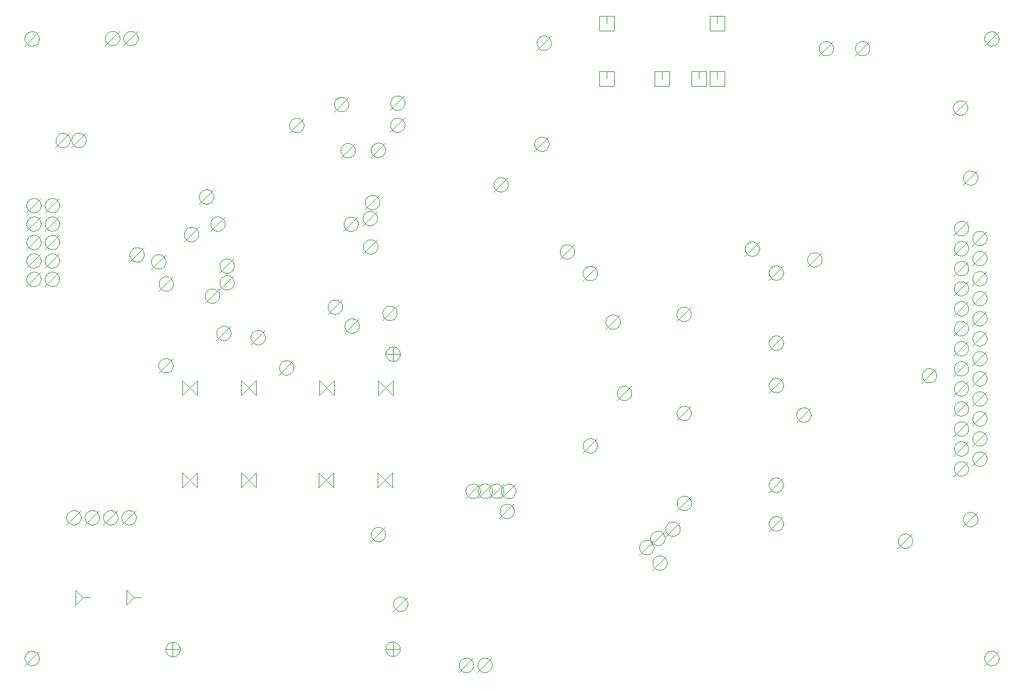
<source format=gbr>
G75*
G70*
%OFA0B0*%
%FSLAX24Y24*%
%IPPOS*%
%LPD*%
%AMOC8*
5,1,8,0,0,1.08239X$1,22.5*
%
%ADD10C,0.0010*%
D10*
X001801Y002181D02*
X001803Y002220D01*
X001809Y002258D01*
X001818Y002296D01*
X001832Y002332D01*
X001848Y002368D01*
X001869Y002401D01*
X001892Y002432D01*
X001919Y002460D01*
X001948Y002486D01*
X001979Y002509D01*
X002013Y002528D01*
X002049Y002544D01*
X002085Y002556D01*
X002123Y002565D01*
X002162Y002570D01*
X002201Y002571D01*
X002239Y002568D01*
X002278Y002561D01*
X002315Y002551D01*
X002351Y002536D01*
X002386Y002519D01*
X002419Y002498D01*
X002449Y002473D01*
X002477Y002446D01*
X002502Y002416D01*
X002524Y002384D01*
X002542Y002350D01*
X002557Y002314D01*
X002569Y002277D01*
X002577Y002239D01*
X002581Y002200D01*
X002581Y002162D01*
X002577Y002123D01*
X002569Y002085D01*
X002557Y002048D01*
X002542Y002012D01*
X002524Y001978D01*
X002502Y001946D01*
X002477Y001916D01*
X002449Y001889D01*
X002419Y001864D01*
X002386Y001843D01*
X002351Y001826D01*
X002315Y001811D01*
X002278Y001801D01*
X002239Y001794D01*
X002201Y001791D01*
X002162Y001792D01*
X002123Y001797D01*
X002085Y001806D01*
X002049Y001818D01*
X002013Y001834D01*
X001979Y001853D01*
X001948Y001876D01*
X001919Y001902D01*
X001892Y001930D01*
X001869Y001961D01*
X001848Y001994D01*
X001832Y002030D01*
X001818Y002066D01*
X001809Y002104D01*
X001803Y002142D01*
X001801Y002181D01*
X001791Y001781D02*
X002591Y002581D01*
X004951Y005481D02*
X005351Y005481D01*
X004951Y005481D02*
X004551Y005881D01*
X004551Y005081D01*
X004951Y005481D01*
X007721Y005481D02*
X008121Y005481D01*
X007721Y005481D02*
X007321Y005881D01*
X007321Y005081D01*
X007721Y005481D01*
X009441Y002661D02*
X010241Y002661D01*
X009841Y002261D02*
X009841Y003061D01*
X009451Y002661D02*
X009453Y002700D01*
X009459Y002738D01*
X009468Y002776D01*
X009482Y002812D01*
X009498Y002848D01*
X009519Y002881D01*
X009542Y002912D01*
X009569Y002940D01*
X009598Y002966D01*
X009629Y002989D01*
X009663Y003008D01*
X009699Y003024D01*
X009735Y003036D01*
X009773Y003045D01*
X009812Y003050D01*
X009851Y003051D01*
X009889Y003048D01*
X009928Y003041D01*
X009965Y003031D01*
X010001Y003016D01*
X010036Y002999D01*
X010069Y002978D01*
X010099Y002953D01*
X010127Y002926D01*
X010152Y002896D01*
X010174Y002864D01*
X010192Y002830D01*
X010207Y002794D01*
X010219Y002757D01*
X010227Y002719D01*
X010231Y002680D01*
X010231Y002642D01*
X010227Y002603D01*
X010219Y002565D01*
X010207Y002528D01*
X010192Y002492D01*
X010174Y002458D01*
X010152Y002426D01*
X010127Y002396D01*
X010099Y002369D01*
X010069Y002344D01*
X010036Y002323D01*
X010001Y002306D01*
X009965Y002291D01*
X009928Y002281D01*
X009889Y002274D01*
X009851Y002271D01*
X009812Y002272D01*
X009773Y002277D01*
X009735Y002286D01*
X009699Y002298D01*
X009663Y002314D01*
X009629Y002333D01*
X009598Y002356D01*
X009569Y002382D01*
X009542Y002410D01*
X009519Y002441D01*
X009498Y002474D01*
X009482Y002510D01*
X009468Y002546D01*
X009459Y002584D01*
X009453Y002622D01*
X009451Y002661D01*
X007071Y009811D02*
X007073Y009850D01*
X007079Y009888D01*
X007088Y009926D01*
X007102Y009962D01*
X007118Y009998D01*
X007139Y010031D01*
X007162Y010062D01*
X007189Y010090D01*
X007218Y010116D01*
X007249Y010139D01*
X007283Y010158D01*
X007319Y010174D01*
X007355Y010186D01*
X007393Y010195D01*
X007432Y010200D01*
X007471Y010201D01*
X007509Y010198D01*
X007548Y010191D01*
X007585Y010181D01*
X007621Y010166D01*
X007656Y010149D01*
X007689Y010128D01*
X007719Y010103D01*
X007747Y010076D01*
X007772Y010046D01*
X007794Y010014D01*
X007812Y009980D01*
X007827Y009944D01*
X007839Y009907D01*
X007847Y009869D01*
X007851Y009830D01*
X007851Y009792D01*
X007847Y009753D01*
X007839Y009715D01*
X007827Y009678D01*
X007812Y009642D01*
X007794Y009608D01*
X007772Y009576D01*
X007747Y009546D01*
X007719Y009519D01*
X007689Y009494D01*
X007656Y009473D01*
X007621Y009456D01*
X007585Y009441D01*
X007548Y009431D01*
X007509Y009424D01*
X007471Y009421D01*
X007432Y009422D01*
X007393Y009427D01*
X007355Y009436D01*
X007319Y009448D01*
X007283Y009464D01*
X007249Y009483D01*
X007218Y009506D01*
X007189Y009532D01*
X007162Y009560D01*
X007139Y009591D01*
X007118Y009624D01*
X007102Y009660D01*
X007088Y009696D01*
X007079Y009734D01*
X007073Y009772D01*
X007071Y009811D01*
X007061Y009411D02*
X007861Y010211D01*
X006071Y009811D02*
X006073Y009850D01*
X006079Y009888D01*
X006088Y009926D01*
X006102Y009962D01*
X006118Y009998D01*
X006139Y010031D01*
X006162Y010062D01*
X006189Y010090D01*
X006218Y010116D01*
X006249Y010139D01*
X006283Y010158D01*
X006319Y010174D01*
X006355Y010186D01*
X006393Y010195D01*
X006432Y010200D01*
X006471Y010201D01*
X006509Y010198D01*
X006548Y010191D01*
X006585Y010181D01*
X006621Y010166D01*
X006656Y010149D01*
X006689Y010128D01*
X006719Y010103D01*
X006747Y010076D01*
X006772Y010046D01*
X006794Y010014D01*
X006812Y009980D01*
X006827Y009944D01*
X006839Y009907D01*
X006847Y009869D01*
X006851Y009830D01*
X006851Y009792D01*
X006847Y009753D01*
X006839Y009715D01*
X006827Y009678D01*
X006812Y009642D01*
X006794Y009608D01*
X006772Y009576D01*
X006747Y009546D01*
X006719Y009519D01*
X006689Y009494D01*
X006656Y009473D01*
X006621Y009456D01*
X006585Y009441D01*
X006548Y009431D01*
X006509Y009424D01*
X006471Y009421D01*
X006432Y009422D01*
X006393Y009427D01*
X006355Y009436D01*
X006319Y009448D01*
X006283Y009464D01*
X006249Y009483D01*
X006218Y009506D01*
X006189Y009532D01*
X006162Y009560D01*
X006139Y009591D01*
X006118Y009624D01*
X006102Y009660D01*
X006088Y009696D01*
X006079Y009734D01*
X006073Y009772D01*
X006071Y009811D01*
X006061Y009411D02*
X006861Y010211D01*
X005071Y009811D02*
X005073Y009850D01*
X005079Y009888D01*
X005088Y009926D01*
X005102Y009962D01*
X005118Y009998D01*
X005139Y010031D01*
X005162Y010062D01*
X005189Y010090D01*
X005218Y010116D01*
X005249Y010139D01*
X005283Y010158D01*
X005319Y010174D01*
X005355Y010186D01*
X005393Y010195D01*
X005432Y010200D01*
X005471Y010201D01*
X005509Y010198D01*
X005548Y010191D01*
X005585Y010181D01*
X005621Y010166D01*
X005656Y010149D01*
X005689Y010128D01*
X005719Y010103D01*
X005747Y010076D01*
X005772Y010046D01*
X005794Y010014D01*
X005812Y009980D01*
X005827Y009944D01*
X005839Y009907D01*
X005847Y009869D01*
X005851Y009830D01*
X005851Y009792D01*
X005847Y009753D01*
X005839Y009715D01*
X005827Y009678D01*
X005812Y009642D01*
X005794Y009608D01*
X005772Y009576D01*
X005747Y009546D01*
X005719Y009519D01*
X005689Y009494D01*
X005656Y009473D01*
X005621Y009456D01*
X005585Y009441D01*
X005548Y009431D01*
X005509Y009424D01*
X005471Y009421D01*
X005432Y009422D01*
X005393Y009427D01*
X005355Y009436D01*
X005319Y009448D01*
X005283Y009464D01*
X005249Y009483D01*
X005218Y009506D01*
X005189Y009532D01*
X005162Y009560D01*
X005139Y009591D01*
X005118Y009624D01*
X005102Y009660D01*
X005088Y009696D01*
X005079Y009734D01*
X005073Y009772D01*
X005071Y009811D01*
X005061Y009411D02*
X005861Y010211D01*
X004071Y009811D02*
X004073Y009850D01*
X004079Y009888D01*
X004088Y009926D01*
X004102Y009962D01*
X004118Y009998D01*
X004139Y010031D01*
X004162Y010062D01*
X004189Y010090D01*
X004218Y010116D01*
X004249Y010139D01*
X004283Y010158D01*
X004319Y010174D01*
X004355Y010186D01*
X004393Y010195D01*
X004432Y010200D01*
X004471Y010201D01*
X004509Y010198D01*
X004548Y010191D01*
X004585Y010181D01*
X004621Y010166D01*
X004656Y010149D01*
X004689Y010128D01*
X004719Y010103D01*
X004747Y010076D01*
X004772Y010046D01*
X004794Y010014D01*
X004812Y009980D01*
X004827Y009944D01*
X004839Y009907D01*
X004847Y009869D01*
X004851Y009830D01*
X004851Y009792D01*
X004847Y009753D01*
X004839Y009715D01*
X004827Y009678D01*
X004812Y009642D01*
X004794Y009608D01*
X004772Y009576D01*
X004747Y009546D01*
X004719Y009519D01*
X004689Y009494D01*
X004656Y009473D01*
X004621Y009456D01*
X004585Y009441D01*
X004548Y009431D01*
X004509Y009424D01*
X004471Y009421D01*
X004432Y009422D01*
X004393Y009427D01*
X004355Y009436D01*
X004319Y009448D01*
X004283Y009464D01*
X004249Y009483D01*
X004218Y009506D01*
X004189Y009532D01*
X004162Y009560D01*
X004139Y009591D01*
X004118Y009624D01*
X004102Y009660D01*
X004088Y009696D01*
X004079Y009734D01*
X004073Y009772D01*
X004071Y009811D01*
X004061Y009411D02*
X004861Y010211D01*
X010370Y011434D02*
X011170Y012234D01*
X011170Y011434D01*
X010370Y012234D01*
X010370Y011434D01*
X013570Y011434D02*
X014370Y012234D01*
X014370Y011434D01*
X013570Y012234D01*
X013570Y011434D01*
X017770Y011434D02*
X018570Y012234D01*
X018570Y011434D01*
X017770Y012234D01*
X017770Y011434D01*
X020970Y011434D02*
X021770Y012234D01*
X021770Y011434D01*
X020970Y012234D01*
X020970Y011434D01*
X020601Y008901D02*
X020603Y008940D01*
X020609Y008978D01*
X020618Y009016D01*
X020632Y009052D01*
X020648Y009088D01*
X020669Y009121D01*
X020692Y009152D01*
X020719Y009180D01*
X020748Y009206D01*
X020779Y009229D01*
X020813Y009248D01*
X020849Y009264D01*
X020885Y009276D01*
X020923Y009285D01*
X020962Y009290D01*
X021001Y009291D01*
X021039Y009288D01*
X021078Y009281D01*
X021115Y009271D01*
X021151Y009256D01*
X021186Y009239D01*
X021219Y009218D01*
X021249Y009193D01*
X021277Y009166D01*
X021302Y009136D01*
X021324Y009104D01*
X021342Y009070D01*
X021357Y009034D01*
X021369Y008997D01*
X021377Y008959D01*
X021381Y008920D01*
X021381Y008882D01*
X021377Y008843D01*
X021369Y008805D01*
X021357Y008768D01*
X021342Y008732D01*
X021324Y008698D01*
X021302Y008666D01*
X021277Y008636D01*
X021249Y008609D01*
X021219Y008584D01*
X021186Y008563D01*
X021151Y008546D01*
X021115Y008531D01*
X021078Y008521D01*
X021039Y008514D01*
X021001Y008511D01*
X020962Y008512D01*
X020923Y008517D01*
X020885Y008526D01*
X020849Y008538D01*
X020813Y008554D01*
X020779Y008573D01*
X020748Y008596D01*
X020719Y008622D01*
X020692Y008650D01*
X020669Y008681D01*
X020648Y008714D01*
X020632Y008750D01*
X020618Y008786D01*
X020609Y008824D01*
X020603Y008862D01*
X020601Y008901D01*
X020591Y008501D02*
X021391Y009301D01*
X025741Y011251D02*
X025743Y011290D01*
X025749Y011328D01*
X025758Y011366D01*
X025772Y011402D01*
X025788Y011438D01*
X025809Y011471D01*
X025832Y011502D01*
X025859Y011530D01*
X025888Y011556D01*
X025919Y011579D01*
X025953Y011598D01*
X025989Y011614D01*
X026025Y011626D01*
X026063Y011635D01*
X026102Y011640D01*
X026141Y011641D01*
X026179Y011638D01*
X026218Y011631D01*
X026255Y011621D01*
X026291Y011606D01*
X026326Y011589D01*
X026359Y011568D01*
X026389Y011543D01*
X026417Y011516D01*
X026442Y011486D01*
X026464Y011454D01*
X026482Y011420D01*
X026497Y011384D01*
X026509Y011347D01*
X026517Y011309D01*
X026521Y011270D01*
X026521Y011232D01*
X026517Y011193D01*
X026509Y011155D01*
X026497Y011118D01*
X026482Y011082D01*
X026464Y011048D01*
X026442Y011016D01*
X026417Y010986D01*
X026389Y010959D01*
X026359Y010934D01*
X026326Y010913D01*
X026291Y010896D01*
X026255Y010881D01*
X026218Y010871D01*
X026179Y010864D01*
X026141Y010861D01*
X026102Y010862D01*
X026063Y010867D01*
X026025Y010876D01*
X025989Y010888D01*
X025953Y010904D01*
X025919Y010923D01*
X025888Y010946D01*
X025859Y010972D01*
X025832Y011000D01*
X025809Y011031D01*
X025788Y011064D01*
X025772Y011100D01*
X025758Y011136D01*
X025749Y011174D01*
X025743Y011212D01*
X025741Y011251D01*
X025731Y010851D02*
X026531Y011651D01*
X026401Y011251D02*
X026403Y011290D01*
X026409Y011328D01*
X026418Y011366D01*
X026432Y011402D01*
X026448Y011438D01*
X026469Y011471D01*
X026492Y011502D01*
X026519Y011530D01*
X026548Y011556D01*
X026579Y011579D01*
X026613Y011598D01*
X026649Y011614D01*
X026685Y011626D01*
X026723Y011635D01*
X026762Y011640D01*
X026801Y011641D01*
X026839Y011638D01*
X026878Y011631D01*
X026915Y011621D01*
X026951Y011606D01*
X026986Y011589D01*
X027019Y011568D01*
X027049Y011543D01*
X027077Y011516D01*
X027102Y011486D01*
X027124Y011454D01*
X027142Y011420D01*
X027157Y011384D01*
X027169Y011347D01*
X027177Y011309D01*
X027181Y011270D01*
X027181Y011232D01*
X027177Y011193D01*
X027169Y011155D01*
X027157Y011118D01*
X027142Y011082D01*
X027124Y011048D01*
X027102Y011016D01*
X027077Y010986D01*
X027049Y010959D01*
X027019Y010934D01*
X026986Y010913D01*
X026951Y010896D01*
X026915Y010881D01*
X026878Y010871D01*
X026839Y010864D01*
X026801Y010861D01*
X026762Y010862D01*
X026723Y010867D01*
X026685Y010876D01*
X026649Y010888D01*
X026613Y010904D01*
X026579Y010923D01*
X026548Y010946D01*
X026519Y010972D01*
X026492Y011000D01*
X026469Y011031D01*
X026448Y011064D01*
X026432Y011100D01*
X026418Y011136D01*
X026409Y011174D01*
X026403Y011212D01*
X026401Y011251D01*
X026391Y010851D02*
X027191Y011651D01*
X027031Y011251D02*
X027033Y011290D01*
X027039Y011328D01*
X027048Y011366D01*
X027062Y011402D01*
X027078Y011438D01*
X027099Y011471D01*
X027122Y011502D01*
X027149Y011530D01*
X027178Y011556D01*
X027209Y011579D01*
X027243Y011598D01*
X027279Y011614D01*
X027315Y011626D01*
X027353Y011635D01*
X027392Y011640D01*
X027431Y011641D01*
X027469Y011638D01*
X027508Y011631D01*
X027545Y011621D01*
X027581Y011606D01*
X027616Y011589D01*
X027649Y011568D01*
X027679Y011543D01*
X027707Y011516D01*
X027732Y011486D01*
X027754Y011454D01*
X027772Y011420D01*
X027787Y011384D01*
X027799Y011347D01*
X027807Y011309D01*
X027811Y011270D01*
X027811Y011232D01*
X027807Y011193D01*
X027799Y011155D01*
X027787Y011118D01*
X027772Y011082D01*
X027754Y011048D01*
X027732Y011016D01*
X027707Y010986D01*
X027679Y010959D01*
X027649Y010934D01*
X027616Y010913D01*
X027581Y010896D01*
X027545Y010881D01*
X027508Y010871D01*
X027469Y010864D01*
X027431Y010861D01*
X027392Y010862D01*
X027353Y010867D01*
X027315Y010876D01*
X027279Y010888D01*
X027243Y010904D01*
X027209Y010923D01*
X027178Y010946D01*
X027149Y010972D01*
X027122Y011000D01*
X027099Y011031D01*
X027078Y011064D01*
X027062Y011100D01*
X027048Y011136D01*
X027039Y011174D01*
X027033Y011212D01*
X027031Y011251D01*
X027021Y010851D02*
X027821Y011651D01*
X027671Y011241D02*
X027673Y011280D01*
X027679Y011318D01*
X027688Y011356D01*
X027702Y011392D01*
X027718Y011428D01*
X027739Y011461D01*
X027762Y011492D01*
X027789Y011520D01*
X027818Y011546D01*
X027849Y011569D01*
X027883Y011588D01*
X027919Y011604D01*
X027955Y011616D01*
X027993Y011625D01*
X028032Y011630D01*
X028071Y011631D01*
X028109Y011628D01*
X028148Y011621D01*
X028185Y011611D01*
X028221Y011596D01*
X028256Y011579D01*
X028289Y011558D01*
X028319Y011533D01*
X028347Y011506D01*
X028372Y011476D01*
X028394Y011444D01*
X028412Y011410D01*
X028427Y011374D01*
X028439Y011337D01*
X028447Y011299D01*
X028451Y011260D01*
X028451Y011222D01*
X028447Y011183D01*
X028439Y011145D01*
X028427Y011108D01*
X028412Y011072D01*
X028394Y011038D01*
X028372Y011006D01*
X028347Y010976D01*
X028319Y010949D01*
X028289Y010924D01*
X028256Y010903D01*
X028221Y010886D01*
X028185Y010871D01*
X028148Y010861D01*
X028109Y010854D01*
X028071Y010851D01*
X028032Y010852D01*
X027993Y010857D01*
X027955Y010866D01*
X027919Y010878D01*
X027883Y010894D01*
X027849Y010913D01*
X027818Y010936D01*
X027789Y010962D01*
X027762Y010990D01*
X027739Y011021D01*
X027718Y011054D01*
X027702Y011090D01*
X027688Y011126D01*
X027679Y011164D01*
X027673Y011202D01*
X027671Y011241D01*
X027661Y010841D02*
X028461Y011641D01*
X027581Y010161D02*
X027583Y010200D01*
X027589Y010238D01*
X027598Y010276D01*
X027612Y010312D01*
X027628Y010348D01*
X027649Y010381D01*
X027672Y010412D01*
X027699Y010440D01*
X027728Y010466D01*
X027759Y010489D01*
X027793Y010508D01*
X027829Y010524D01*
X027865Y010536D01*
X027903Y010545D01*
X027942Y010550D01*
X027981Y010551D01*
X028019Y010548D01*
X028058Y010541D01*
X028095Y010531D01*
X028131Y010516D01*
X028166Y010499D01*
X028199Y010478D01*
X028229Y010453D01*
X028257Y010426D01*
X028282Y010396D01*
X028304Y010364D01*
X028322Y010330D01*
X028337Y010294D01*
X028349Y010257D01*
X028357Y010219D01*
X028361Y010180D01*
X028361Y010142D01*
X028357Y010103D01*
X028349Y010065D01*
X028337Y010028D01*
X028322Y009992D01*
X028304Y009958D01*
X028282Y009926D01*
X028257Y009896D01*
X028229Y009869D01*
X028199Y009844D01*
X028166Y009823D01*
X028131Y009806D01*
X028095Y009791D01*
X028058Y009781D01*
X028019Y009774D01*
X027981Y009771D01*
X027942Y009772D01*
X027903Y009777D01*
X027865Y009786D01*
X027829Y009798D01*
X027793Y009814D01*
X027759Y009833D01*
X027728Y009856D01*
X027699Y009882D01*
X027672Y009910D01*
X027649Y009941D01*
X027628Y009974D01*
X027612Y010010D01*
X027598Y010046D01*
X027589Y010084D01*
X027583Y010122D01*
X027581Y010161D01*
X027571Y009761D02*
X028371Y010561D01*
X032111Y013711D02*
X032113Y013750D01*
X032119Y013788D01*
X032128Y013826D01*
X032142Y013862D01*
X032158Y013898D01*
X032179Y013931D01*
X032202Y013962D01*
X032229Y013990D01*
X032258Y014016D01*
X032289Y014039D01*
X032323Y014058D01*
X032359Y014074D01*
X032395Y014086D01*
X032433Y014095D01*
X032472Y014100D01*
X032511Y014101D01*
X032549Y014098D01*
X032588Y014091D01*
X032625Y014081D01*
X032661Y014066D01*
X032696Y014049D01*
X032729Y014028D01*
X032759Y014003D01*
X032787Y013976D01*
X032812Y013946D01*
X032834Y013914D01*
X032852Y013880D01*
X032867Y013844D01*
X032879Y013807D01*
X032887Y013769D01*
X032891Y013730D01*
X032891Y013692D01*
X032887Y013653D01*
X032879Y013615D01*
X032867Y013578D01*
X032852Y013542D01*
X032834Y013508D01*
X032812Y013476D01*
X032787Y013446D01*
X032759Y013419D01*
X032729Y013394D01*
X032696Y013373D01*
X032661Y013356D01*
X032625Y013341D01*
X032588Y013331D01*
X032549Y013324D01*
X032511Y013321D01*
X032472Y013322D01*
X032433Y013327D01*
X032395Y013336D01*
X032359Y013348D01*
X032323Y013364D01*
X032289Y013383D01*
X032258Y013406D01*
X032229Y013432D01*
X032202Y013460D01*
X032179Y013491D01*
X032158Y013524D01*
X032142Y013560D01*
X032128Y013596D01*
X032119Y013634D01*
X032113Y013672D01*
X032111Y013711D01*
X032101Y013311D02*
X032901Y014111D01*
X033961Y016561D02*
X033963Y016600D01*
X033969Y016638D01*
X033978Y016676D01*
X033992Y016712D01*
X034008Y016748D01*
X034029Y016781D01*
X034052Y016812D01*
X034079Y016840D01*
X034108Y016866D01*
X034139Y016889D01*
X034173Y016908D01*
X034209Y016924D01*
X034245Y016936D01*
X034283Y016945D01*
X034322Y016950D01*
X034361Y016951D01*
X034399Y016948D01*
X034438Y016941D01*
X034475Y016931D01*
X034511Y016916D01*
X034546Y016899D01*
X034579Y016878D01*
X034609Y016853D01*
X034637Y016826D01*
X034662Y016796D01*
X034684Y016764D01*
X034702Y016730D01*
X034717Y016694D01*
X034729Y016657D01*
X034737Y016619D01*
X034741Y016580D01*
X034741Y016542D01*
X034737Y016503D01*
X034729Y016465D01*
X034717Y016428D01*
X034702Y016392D01*
X034684Y016358D01*
X034662Y016326D01*
X034637Y016296D01*
X034609Y016269D01*
X034579Y016244D01*
X034546Y016223D01*
X034511Y016206D01*
X034475Y016191D01*
X034438Y016181D01*
X034399Y016174D01*
X034361Y016171D01*
X034322Y016172D01*
X034283Y016177D01*
X034245Y016186D01*
X034209Y016198D01*
X034173Y016214D01*
X034139Y016233D01*
X034108Y016256D01*
X034079Y016282D01*
X034052Y016310D01*
X034029Y016341D01*
X034008Y016374D01*
X033992Y016410D01*
X033978Y016446D01*
X033969Y016484D01*
X033963Y016522D01*
X033961Y016561D01*
X033951Y016161D02*
X034751Y016961D01*
X037201Y015471D02*
X037203Y015510D01*
X037209Y015548D01*
X037218Y015586D01*
X037232Y015622D01*
X037248Y015658D01*
X037269Y015691D01*
X037292Y015722D01*
X037319Y015750D01*
X037348Y015776D01*
X037379Y015799D01*
X037413Y015818D01*
X037449Y015834D01*
X037485Y015846D01*
X037523Y015855D01*
X037562Y015860D01*
X037601Y015861D01*
X037639Y015858D01*
X037678Y015851D01*
X037715Y015841D01*
X037751Y015826D01*
X037786Y015809D01*
X037819Y015788D01*
X037849Y015763D01*
X037877Y015736D01*
X037902Y015706D01*
X037924Y015674D01*
X037942Y015640D01*
X037957Y015604D01*
X037969Y015567D01*
X037977Y015529D01*
X037981Y015490D01*
X037981Y015452D01*
X037977Y015413D01*
X037969Y015375D01*
X037957Y015338D01*
X037942Y015302D01*
X037924Y015268D01*
X037902Y015236D01*
X037877Y015206D01*
X037849Y015179D01*
X037819Y015154D01*
X037786Y015133D01*
X037751Y015116D01*
X037715Y015101D01*
X037678Y015091D01*
X037639Y015084D01*
X037601Y015081D01*
X037562Y015082D01*
X037523Y015087D01*
X037485Y015096D01*
X037449Y015108D01*
X037413Y015124D01*
X037379Y015143D01*
X037348Y015166D01*
X037319Y015192D01*
X037292Y015220D01*
X037269Y015251D01*
X037248Y015284D01*
X037232Y015320D01*
X037218Y015356D01*
X037209Y015394D01*
X037203Y015432D01*
X037201Y015471D01*
X037191Y015071D02*
X037991Y015871D01*
X042201Y016981D02*
X042203Y017020D01*
X042209Y017058D01*
X042218Y017096D01*
X042232Y017132D01*
X042248Y017168D01*
X042269Y017201D01*
X042292Y017232D01*
X042319Y017260D01*
X042348Y017286D01*
X042379Y017309D01*
X042413Y017328D01*
X042449Y017344D01*
X042485Y017356D01*
X042523Y017365D01*
X042562Y017370D01*
X042601Y017371D01*
X042639Y017368D01*
X042678Y017361D01*
X042715Y017351D01*
X042751Y017336D01*
X042786Y017319D01*
X042819Y017298D01*
X042849Y017273D01*
X042877Y017246D01*
X042902Y017216D01*
X042924Y017184D01*
X042942Y017150D01*
X042957Y017114D01*
X042969Y017077D01*
X042977Y017039D01*
X042981Y017000D01*
X042981Y016962D01*
X042977Y016923D01*
X042969Y016885D01*
X042957Y016848D01*
X042942Y016812D01*
X042924Y016778D01*
X042902Y016746D01*
X042877Y016716D01*
X042849Y016689D01*
X042819Y016664D01*
X042786Y016643D01*
X042751Y016626D01*
X042715Y016611D01*
X042678Y016601D01*
X042639Y016594D01*
X042601Y016591D01*
X042562Y016592D01*
X042523Y016597D01*
X042485Y016606D01*
X042449Y016618D01*
X042413Y016634D01*
X042379Y016653D01*
X042348Y016676D01*
X042319Y016702D01*
X042292Y016730D01*
X042269Y016761D01*
X042248Y016794D01*
X042232Y016830D01*
X042218Y016866D01*
X042209Y016904D01*
X042203Y016942D01*
X042201Y016981D01*
X042191Y016581D02*
X042991Y017381D01*
X042201Y019281D02*
X042203Y019320D01*
X042209Y019358D01*
X042218Y019396D01*
X042232Y019432D01*
X042248Y019468D01*
X042269Y019501D01*
X042292Y019532D01*
X042319Y019560D01*
X042348Y019586D01*
X042379Y019609D01*
X042413Y019628D01*
X042449Y019644D01*
X042485Y019656D01*
X042523Y019665D01*
X042562Y019670D01*
X042601Y019671D01*
X042639Y019668D01*
X042678Y019661D01*
X042715Y019651D01*
X042751Y019636D01*
X042786Y019619D01*
X042819Y019598D01*
X042849Y019573D01*
X042877Y019546D01*
X042902Y019516D01*
X042924Y019484D01*
X042942Y019450D01*
X042957Y019414D01*
X042969Y019377D01*
X042977Y019339D01*
X042981Y019300D01*
X042981Y019262D01*
X042977Y019223D01*
X042969Y019185D01*
X042957Y019148D01*
X042942Y019112D01*
X042924Y019078D01*
X042902Y019046D01*
X042877Y019016D01*
X042849Y018989D01*
X042819Y018964D01*
X042786Y018943D01*
X042751Y018926D01*
X042715Y018911D01*
X042678Y018901D01*
X042639Y018894D01*
X042601Y018891D01*
X042562Y018892D01*
X042523Y018897D01*
X042485Y018906D01*
X042449Y018918D01*
X042413Y018934D01*
X042379Y018953D01*
X042348Y018976D01*
X042319Y019002D01*
X042292Y019030D01*
X042269Y019061D01*
X042248Y019094D01*
X042232Y019130D01*
X042218Y019166D01*
X042209Y019204D01*
X042203Y019242D01*
X042201Y019281D01*
X042191Y018881D02*
X042991Y019681D01*
X042201Y023081D02*
X042203Y023120D01*
X042209Y023158D01*
X042218Y023196D01*
X042232Y023232D01*
X042248Y023268D01*
X042269Y023301D01*
X042292Y023332D01*
X042319Y023360D01*
X042348Y023386D01*
X042379Y023409D01*
X042413Y023428D01*
X042449Y023444D01*
X042485Y023456D01*
X042523Y023465D01*
X042562Y023470D01*
X042601Y023471D01*
X042639Y023468D01*
X042678Y023461D01*
X042715Y023451D01*
X042751Y023436D01*
X042786Y023419D01*
X042819Y023398D01*
X042849Y023373D01*
X042877Y023346D01*
X042902Y023316D01*
X042924Y023284D01*
X042942Y023250D01*
X042957Y023214D01*
X042969Y023177D01*
X042977Y023139D01*
X042981Y023100D01*
X042981Y023062D01*
X042977Y023023D01*
X042969Y022985D01*
X042957Y022948D01*
X042942Y022912D01*
X042924Y022878D01*
X042902Y022846D01*
X042877Y022816D01*
X042849Y022789D01*
X042819Y022764D01*
X042786Y022743D01*
X042751Y022726D01*
X042715Y022711D01*
X042678Y022701D01*
X042639Y022694D01*
X042601Y022691D01*
X042562Y022692D01*
X042523Y022697D01*
X042485Y022706D01*
X042449Y022718D01*
X042413Y022734D01*
X042379Y022753D01*
X042348Y022776D01*
X042319Y022802D01*
X042292Y022830D01*
X042269Y022861D01*
X042248Y022894D01*
X042232Y022930D01*
X042218Y022966D01*
X042209Y023004D01*
X042203Y023042D01*
X042201Y023081D01*
X042191Y022681D02*
X042991Y023481D01*
X044291Y023801D02*
X044293Y023840D01*
X044299Y023878D01*
X044308Y023916D01*
X044322Y023952D01*
X044338Y023988D01*
X044359Y024021D01*
X044382Y024052D01*
X044409Y024080D01*
X044438Y024106D01*
X044469Y024129D01*
X044503Y024148D01*
X044539Y024164D01*
X044575Y024176D01*
X044613Y024185D01*
X044652Y024190D01*
X044691Y024191D01*
X044729Y024188D01*
X044768Y024181D01*
X044805Y024171D01*
X044841Y024156D01*
X044876Y024139D01*
X044909Y024118D01*
X044939Y024093D01*
X044967Y024066D01*
X044992Y024036D01*
X045014Y024004D01*
X045032Y023970D01*
X045047Y023934D01*
X045059Y023897D01*
X045067Y023859D01*
X045071Y023820D01*
X045071Y023782D01*
X045067Y023743D01*
X045059Y023705D01*
X045047Y023668D01*
X045032Y023632D01*
X045014Y023598D01*
X044992Y023566D01*
X044967Y023536D01*
X044939Y023509D01*
X044909Y023484D01*
X044876Y023463D01*
X044841Y023446D01*
X044805Y023431D01*
X044768Y023421D01*
X044729Y023414D01*
X044691Y023411D01*
X044652Y023412D01*
X044613Y023417D01*
X044575Y023426D01*
X044539Y023438D01*
X044503Y023454D01*
X044469Y023473D01*
X044438Y023496D01*
X044409Y023522D01*
X044382Y023550D01*
X044359Y023581D01*
X044338Y023614D01*
X044322Y023650D01*
X044308Y023686D01*
X044299Y023724D01*
X044293Y023762D01*
X044291Y023801D01*
X044281Y023401D02*
X045081Y024201D01*
X040901Y024381D02*
X040903Y024420D01*
X040909Y024458D01*
X040918Y024496D01*
X040932Y024532D01*
X040948Y024568D01*
X040969Y024601D01*
X040992Y024632D01*
X041019Y024660D01*
X041048Y024686D01*
X041079Y024709D01*
X041113Y024728D01*
X041149Y024744D01*
X041185Y024756D01*
X041223Y024765D01*
X041262Y024770D01*
X041301Y024771D01*
X041339Y024768D01*
X041378Y024761D01*
X041415Y024751D01*
X041451Y024736D01*
X041486Y024719D01*
X041519Y024698D01*
X041549Y024673D01*
X041577Y024646D01*
X041602Y024616D01*
X041624Y024584D01*
X041642Y024550D01*
X041657Y024514D01*
X041669Y024477D01*
X041677Y024439D01*
X041681Y024400D01*
X041681Y024362D01*
X041677Y024323D01*
X041669Y024285D01*
X041657Y024248D01*
X041642Y024212D01*
X041624Y024178D01*
X041602Y024146D01*
X041577Y024116D01*
X041549Y024089D01*
X041519Y024064D01*
X041486Y024043D01*
X041451Y024026D01*
X041415Y024011D01*
X041378Y024001D01*
X041339Y023994D01*
X041301Y023991D01*
X041262Y023992D01*
X041223Y023997D01*
X041185Y024006D01*
X041149Y024018D01*
X041113Y024034D01*
X041079Y024053D01*
X041048Y024076D01*
X041019Y024102D01*
X040992Y024130D01*
X040969Y024161D01*
X040948Y024194D01*
X040932Y024230D01*
X040918Y024266D01*
X040909Y024304D01*
X040903Y024342D01*
X040901Y024381D01*
X040891Y023981D02*
X041691Y024781D01*
X037191Y020841D02*
X037193Y020880D01*
X037199Y020918D01*
X037208Y020956D01*
X037222Y020992D01*
X037238Y021028D01*
X037259Y021061D01*
X037282Y021092D01*
X037309Y021120D01*
X037338Y021146D01*
X037369Y021169D01*
X037403Y021188D01*
X037439Y021204D01*
X037475Y021216D01*
X037513Y021225D01*
X037552Y021230D01*
X037591Y021231D01*
X037629Y021228D01*
X037668Y021221D01*
X037705Y021211D01*
X037741Y021196D01*
X037776Y021179D01*
X037809Y021158D01*
X037839Y021133D01*
X037867Y021106D01*
X037892Y021076D01*
X037914Y021044D01*
X037932Y021010D01*
X037947Y020974D01*
X037959Y020937D01*
X037967Y020899D01*
X037971Y020860D01*
X037971Y020822D01*
X037967Y020783D01*
X037959Y020745D01*
X037947Y020708D01*
X037932Y020672D01*
X037914Y020638D01*
X037892Y020606D01*
X037867Y020576D01*
X037839Y020549D01*
X037809Y020524D01*
X037776Y020503D01*
X037741Y020486D01*
X037705Y020471D01*
X037668Y020461D01*
X037629Y020454D01*
X037591Y020451D01*
X037552Y020452D01*
X037513Y020457D01*
X037475Y020466D01*
X037439Y020478D01*
X037403Y020494D01*
X037369Y020513D01*
X037338Y020536D01*
X037309Y020562D01*
X037282Y020590D01*
X037259Y020621D01*
X037238Y020654D01*
X037222Y020690D01*
X037208Y020726D01*
X037199Y020764D01*
X037193Y020802D01*
X037191Y020841D01*
X037181Y020441D02*
X037981Y021241D01*
X033341Y020421D02*
X033343Y020460D01*
X033349Y020498D01*
X033358Y020536D01*
X033372Y020572D01*
X033388Y020608D01*
X033409Y020641D01*
X033432Y020672D01*
X033459Y020700D01*
X033488Y020726D01*
X033519Y020749D01*
X033553Y020768D01*
X033589Y020784D01*
X033625Y020796D01*
X033663Y020805D01*
X033702Y020810D01*
X033741Y020811D01*
X033779Y020808D01*
X033818Y020801D01*
X033855Y020791D01*
X033891Y020776D01*
X033926Y020759D01*
X033959Y020738D01*
X033989Y020713D01*
X034017Y020686D01*
X034042Y020656D01*
X034064Y020624D01*
X034082Y020590D01*
X034097Y020554D01*
X034109Y020517D01*
X034117Y020479D01*
X034121Y020440D01*
X034121Y020402D01*
X034117Y020363D01*
X034109Y020325D01*
X034097Y020288D01*
X034082Y020252D01*
X034064Y020218D01*
X034042Y020186D01*
X034017Y020156D01*
X033989Y020129D01*
X033959Y020104D01*
X033926Y020083D01*
X033891Y020066D01*
X033855Y020051D01*
X033818Y020041D01*
X033779Y020034D01*
X033741Y020031D01*
X033702Y020032D01*
X033663Y020037D01*
X033625Y020046D01*
X033589Y020058D01*
X033553Y020074D01*
X033519Y020093D01*
X033488Y020116D01*
X033459Y020142D01*
X033432Y020170D01*
X033409Y020201D01*
X033388Y020234D01*
X033372Y020270D01*
X033358Y020306D01*
X033349Y020344D01*
X033343Y020382D01*
X033341Y020421D01*
X033331Y020021D02*
X034131Y020821D01*
X032101Y023051D02*
X032103Y023090D01*
X032109Y023128D01*
X032118Y023166D01*
X032132Y023202D01*
X032148Y023238D01*
X032169Y023271D01*
X032192Y023302D01*
X032219Y023330D01*
X032248Y023356D01*
X032279Y023379D01*
X032313Y023398D01*
X032349Y023414D01*
X032385Y023426D01*
X032423Y023435D01*
X032462Y023440D01*
X032501Y023441D01*
X032539Y023438D01*
X032578Y023431D01*
X032615Y023421D01*
X032651Y023406D01*
X032686Y023389D01*
X032719Y023368D01*
X032749Y023343D01*
X032777Y023316D01*
X032802Y023286D01*
X032824Y023254D01*
X032842Y023220D01*
X032857Y023184D01*
X032869Y023147D01*
X032877Y023109D01*
X032881Y023070D01*
X032881Y023032D01*
X032877Y022993D01*
X032869Y022955D01*
X032857Y022918D01*
X032842Y022882D01*
X032824Y022848D01*
X032802Y022816D01*
X032777Y022786D01*
X032749Y022759D01*
X032719Y022734D01*
X032686Y022713D01*
X032651Y022696D01*
X032615Y022681D01*
X032578Y022671D01*
X032539Y022664D01*
X032501Y022661D01*
X032462Y022662D01*
X032423Y022667D01*
X032385Y022676D01*
X032349Y022688D01*
X032313Y022704D01*
X032279Y022723D01*
X032248Y022746D01*
X032219Y022772D01*
X032192Y022800D01*
X032169Y022831D01*
X032148Y022864D01*
X032132Y022900D01*
X032118Y022936D01*
X032109Y022974D01*
X032103Y023012D01*
X032101Y023051D01*
X032091Y022651D02*
X032891Y023451D01*
X030861Y024231D02*
X030863Y024270D01*
X030869Y024308D01*
X030878Y024346D01*
X030892Y024382D01*
X030908Y024418D01*
X030929Y024451D01*
X030952Y024482D01*
X030979Y024510D01*
X031008Y024536D01*
X031039Y024559D01*
X031073Y024578D01*
X031109Y024594D01*
X031145Y024606D01*
X031183Y024615D01*
X031222Y024620D01*
X031261Y024621D01*
X031299Y024618D01*
X031338Y024611D01*
X031375Y024601D01*
X031411Y024586D01*
X031446Y024569D01*
X031479Y024548D01*
X031509Y024523D01*
X031537Y024496D01*
X031562Y024466D01*
X031584Y024434D01*
X031602Y024400D01*
X031617Y024364D01*
X031629Y024327D01*
X031637Y024289D01*
X031641Y024250D01*
X031641Y024212D01*
X031637Y024173D01*
X031629Y024135D01*
X031617Y024098D01*
X031602Y024062D01*
X031584Y024028D01*
X031562Y023996D01*
X031537Y023966D01*
X031509Y023939D01*
X031479Y023914D01*
X031446Y023893D01*
X031411Y023876D01*
X031375Y023861D01*
X031338Y023851D01*
X031299Y023844D01*
X031261Y023841D01*
X031222Y023842D01*
X031183Y023847D01*
X031145Y023856D01*
X031109Y023868D01*
X031073Y023884D01*
X031039Y023903D01*
X031008Y023926D01*
X030979Y023952D01*
X030952Y023980D01*
X030929Y024011D01*
X030908Y024044D01*
X030892Y024080D01*
X030878Y024116D01*
X030869Y024154D01*
X030863Y024192D01*
X030861Y024231D01*
X030851Y023831D02*
X031651Y024631D01*
X027261Y027871D02*
X027263Y027910D01*
X027269Y027948D01*
X027278Y027986D01*
X027292Y028022D01*
X027308Y028058D01*
X027329Y028091D01*
X027352Y028122D01*
X027379Y028150D01*
X027408Y028176D01*
X027439Y028199D01*
X027473Y028218D01*
X027509Y028234D01*
X027545Y028246D01*
X027583Y028255D01*
X027622Y028260D01*
X027661Y028261D01*
X027699Y028258D01*
X027738Y028251D01*
X027775Y028241D01*
X027811Y028226D01*
X027846Y028209D01*
X027879Y028188D01*
X027909Y028163D01*
X027937Y028136D01*
X027962Y028106D01*
X027984Y028074D01*
X028002Y028040D01*
X028017Y028004D01*
X028029Y027967D01*
X028037Y027929D01*
X028041Y027890D01*
X028041Y027852D01*
X028037Y027813D01*
X028029Y027775D01*
X028017Y027738D01*
X028002Y027702D01*
X027984Y027668D01*
X027962Y027636D01*
X027937Y027606D01*
X027909Y027579D01*
X027879Y027554D01*
X027846Y027533D01*
X027811Y027516D01*
X027775Y027501D01*
X027738Y027491D01*
X027699Y027484D01*
X027661Y027481D01*
X027622Y027482D01*
X027583Y027487D01*
X027545Y027496D01*
X027509Y027508D01*
X027473Y027524D01*
X027439Y027543D01*
X027408Y027566D01*
X027379Y027592D01*
X027352Y027620D01*
X027329Y027651D01*
X027308Y027684D01*
X027292Y027720D01*
X027278Y027756D01*
X027269Y027794D01*
X027263Y027832D01*
X027261Y027871D01*
X027251Y027471D02*
X028051Y028271D01*
X029471Y030071D02*
X029473Y030110D01*
X029479Y030148D01*
X029488Y030186D01*
X029502Y030222D01*
X029518Y030258D01*
X029539Y030291D01*
X029562Y030322D01*
X029589Y030350D01*
X029618Y030376D01*
X029649Y030399D01*
X029683Y030418D01*
X029719Y030434D01*
X029755Y030446D01*
X029793Y030455D01*
X029832Y030460D01*
X029871Y030461D01*
X029909Y030458D01*
X029948Y030451D01*
X029985Y030441D01*
X030021Y030426D01*
X030056Y030409D01*
X030089Y030388D01*
X030119Y030363D01*
X030147Y030336D01*
X030172Y030306D01*
X030194Y030274D01*
X030212Y030240D01*
X030227Y030204D01*
X030239Y030167D01*
X030247Y030129D01*
X030251Y030090D01*
X030251Y030052D01*
X030247Y030013D01*
X030239Y029975D01*
X030227Y029938D01*
X030212Y029902D01*
X030194Y029868D01*
X030172Y029836D01*
X030147Y029806D01*
X030119Y029779D01*
X030089Y029754D01*
X030056Y029733D01*
X030021Y029716D01*
X029985Y029701D01*
X029948Y029691D01*
X029909Y029684D01*
X029871Y029681D01*
X029832Y029682D01*
X029793Y029687D01*
X029755Y029696D01*
X029719Y029708D01*
X029683Y029724D01*
X029649Y029743D01*
X029618Y029766D01*
X029589Y029792D01*
X029562Y029820D01*
X029539Y029851D01*
X029518Y029884D01*
X029502Y029920D01*
X029488Y029956D01*
X029479Y029994D01*
X029473Y030032D01*
X029471Y030071D01*
X029461Y029671D02*
X030261Y030471D01*
X033391Y033601D02*
X033391Y034001D01*
X033791Y034001D01*
X033791Y033201D01*
X032991Y033201D01*
X032991Y034001D01*
X033391Y034001D01*
X036391Y034001D02*
X036391Y033601D01*
X036391Y034001D02*
X036791Y034001D01*
X036791Y033201D01*
X035991Y033201D01*
X035991Y034001D01*
X036391Y034001D01*
X038391Y034001D02*
X038391Y033601D01*
X038391Y034001D02*
X038791Y034001D01*
X038791Y033201D01*
X037991Y033201D01*
X037991Y034001D01*
X038391Y034001D01*
X039391Y034001D02*
X039391Y033601D01*
X039391Y034001D02*
X039791Y034001D01*
X039791Y033201D01*
X038991Y033201D01*
X038991Y034001D01*
X039391Y034001D01*
X039391Y036601D02*
X039391Y037001D01*
X039791Y037001D01*
X039791Y036201D01*
X038991Y036201D01*
X038991Y037001D01*
X039391Y037001D01*
X033391Y037001D02*
X033391Y036601D01*
X033391Y037001D02*
X033791Y037001D01*
X033791Y036201D01*
X032991Y036201D01*
X032991Y037001D01*
X033391Y037001D01*
X029601Y035555D02*
X029603Y035594D01*
X029609Y035632D01*
X029618Y035670D01*
X029632Y035706D01*
X029648Y035742D01*
X029669Y035775D01*
X029692Y035806D01*
X029719Y035834D01*
X029748Y035860D01*
X029779Y035883D01*
X029813Y035902D01*
X029849Y035918D01*
X029885Y035930D01*
X029923Y035939D01*
X029962Y035944D01*
X030001Y035945D01*
X030039Y035942D01*
X030078Y035935D01*
X030115Y035925D01*
X030151Y035910D01*
X030186Y035893D01*
X030219Y035872D01*
X030249Y035847D01*
X030277Y035820D01*
X030302Y035790D01*
X030324Y035758D01*
X030342Y035724D01*
X030357Y035688D01*
X030369Y035651D01*
X030377Y035613D01*
X030381Y035574D01*
X030381Y035536D01*
X030377Y035497D01*
X030369Y035459D01*
X030357Y035422D01*
X030342Y035386D01*
X030324Y035352D01*
X030302Y035320D01*
X030277Y035290D01*
X030249Y035263D01*
X030219Y035238D01*
X030186Y035217D01*
X030151Y035200D01*
X030115Y035185D01*
X030078Y035175D01*
X030039Y035168D01*
X030001Y035165D01*
X029962Y035166D01*
X029923Y035171D01*
X029885Y035180D01*
X029849Y035192D01*
X029813Y035208D01*
X029779Y035227D01*
X029748Y035250D01*
X029719Y035276D01*
X029692Y035304D01*
X029669Y035335D01*
X029648Y035368D01*
X029632Y035404D01*
X029618Y035440D01*
X029609Y035478D01*
X029603Y035516D01*
X029601Y035555D01*
X029591Y035155D02*
X030391Y035955D01*
X021651Y032301D02*
X021653Y032340D01*
X021659Y032378D01*
X021668Y032416D01*
X021682Y032452D01*
X021698Y032488D01*
X021719Y032521D01*
X021742Y032552D01*
X021769Y032580D01*
X021798Y032606D01*
X021829Y032629D01*
X021863Y032648D01*
X021899Y032664D01*
X021935Y032676D01*
X021973Y032685D01*
X022012Y032690D01*
X022051Y032691D01*
X022089Y032688D01*
X022128Y032681D01*
X022165Y032671D01*
X022201Y032656D01*
X022236Y032639D01*
X022269Y032618D01*
X022299Y032593D01*
X022327Y032566D01*
X022352Y032536D01*
X022374Y032504D01*
X022392Y032470D01*
X022407Y032434D01*
X022419Y032397D01*
X022427Y032359D01*
X022431Y032320D01*
X022431Y032282D01*
X022427Y032243D01*
X022419Y032205D01*
X022407Y032168D01*
X022392Y032132D01*
X022374Y032098D01*
X022352Y032066D01*
X022327Y032036D01*
X022299Y032009D01*
X022269Y031984D01*
X022236Y031963D01*
X022201Y031946D01*
X022165Y031931D01*
X022128Y031921D01*
X022089Y031914D01*
X022051Y031911D01*
X022012Y031912D01*
X021973Y031917D01*
X021935Y031926D01*
X021899Y031938D01*
X021863Y031954D01*
X021829Y031973D01*
X021798Y031996D01*
X021769Y032022D01*
X021742Y032050D01*
X021719Y032081D01*
X021698Y032114D01*
X021682Y032150D01*
X021668Y032186D01*
X021659Y032224D01*
X021653Y032262D01*
X021651Y032301D01*
X021641Y031901D02*
X022441Y032701D01*
X021651Y031101D02*
X021653Y031140D01*
X021659Y031178D01*
X021668Y031216D01*
X021682Y031252D01*
X021698Y031288D01*
X021719Y031321D01*
X021742Y031352D01*
X021769Y031380D01*
X021798Y031406D01*
X021829Y031429D01*
X021863Y031448D01*
X021899Y031464D01*
X021935Y031476D01*
X021973Y031485D01*
X022012Y031490D01*
X022051Y031491D01*
X022089Y031488D01*
X022128Y031481D01*
X022165Y031471D01*
X022201Y031456D01*
X022236Y031439D01*
X022269Y031418D01*
X022299Y031393D01*
X022327Y031366D01*
X022352Y031336D01*
X022374Y031304D01*
X022392Y031270D01*
X022407Y031234D01*
X022419Y031197D01*
X022427Y031159D01*
X022431Y031120D01*
X022431Y031082D01*
X022427Y031043D01*
X022419Y031005D01*
X022407Y030968D01*
X022392Y030932D01*
X022374Y030898D01*
X022352Y030866D01*
X022327Y030836D01*
X022299Y030809D01*
X022269Y030784D01*
X022236Y030763D01*
X022201Y030746D01*
X022165Y030731D01*
X022128Y030721D01*
X022089Y030714D01*
X022051Y030711D01*
X022012Y030712D01*
X021973Y030717D01*
X021935Y030726D01*
X021899Y030738D01*
X021863Y030754D01*
X021829Y030773D01*
X021798Y030796D01*
X021769Y030822D01*
X021742Y030850D01*
X021719Y030881D01*
X021698Y030914D01*
X021682Y030950D01*
X021668Y030986D01*
X021659Y031024D01*
X021653Y031062D01*
X021651Y031101D01*
X021641Y030701D02*
X022441Y031501D01*
X020601Y029741D02*
X020603Y029780D01*
X020609Y029818D01*
X020618Y029856D01*
X020632Y029892D01*
X020648Y029928D01*
X020669Y029961D01*
X020692Y029992D01*
X020719Y030020D01*
X020748Y030046D01*
X020779Y030069D01*
X020813Y030088D01*
X020849Y030104D01*
X020885Y030116D01*
X020923Y030125D01*
X020962Y030130D01*
X021001Y030131D01*
X021039Y030128D01*
X021078Y030121D01*
X021115Y030111D01*
X021151Y030096D01*
X021186Y030079D01*
X021219Y030058D01*
X021249Y030033D01*
X021277Y030006D01*
X021302Y029976D01*
X021324Y029944D01*
X021342Y029910D01*
X021357Y029874D01*
X021369Y029837D01*
X021377Y029799D01*
X021381Y029760D01*
X021381Y029722D01*
X021377Y029683D01*
X021369Y029645D01*
X021357Y029608D01*
X021342Y029572D01*
X021324Y029538D01*
X021302Y029506D01*
X021277Y029476D01*
X021249Y029449D01*
X021219Y029424D01*
X021186Y029403D01*
X021151Y029386D01*
X021115Y029371D01*
X021078Y029361D01*
X021039Y029354D01*
X021001Y029351D01*
X020962Y029352D01*
X020923Y029357D01*
X020885Y029366D01*
X020849Y029378D01*
X020813Y029394D01*
X020779Y029413D01*
X020748Y029436D01*
X020719Y029462D01*
X020692Y029490D01*
X020669Y029521D01*
X020648Y029554D01*
X020632Y029590D01*
X020618Y029626D01*
X020609Y029664D01*
X020603Y029702D01*
X020601Y029741D01*
X020591Y029341D02*
X021391Y030141D01*
X018961Y029721D02*
X018963Y029760D01*
X018969Y029798D01*
X018978Y029836D01*
X018992Y029872D01*
X019008Y029908D01*
X019029Y029941D01*
X019052Y029972D01*
X019079Y030000D01*
X019108Y030026D01*
X019139Y030049D01*
X019173Y030068D01*
X019209Y030084D01*
X019245Y030096D01*
X019283Y030105D01*
X019322Y030110D01*
X019361Y030111D01*
X019399Y030108D01*
X019438Y030101D01*
X019475Y030091D01*
X019511Y030076D01*
X019546Y030059D01*
X019579Y030038D01*
X019609Y030013D01*
X019637Y029986D01*
X019662Y029956D01*
X019684Y029924D01*
X019702Y029890D01*
X019717Y029854D01*
X019729Y029817D01*
X019737Y029779D01*
X019741Y029740D01*
X019741Y029702D01*
X019737Y029663D01*
X019729Y029625D01*
X019717Y029588D01*
X019702Y029552D01*
X019684Y029518D01*
X019662Y029486D01*
X019637Y029456D01*
X019609Y029429D01*
X019579Y029404D01*
X019546Y029383D01*
X019511Y029366D01*
X019475Y029351D01*
X019438Y029341D01*
X019399Y029334D01*
X019361Y029331D01*
X019322Y029332D01*
X019283Y029337D01*
X019245Y029346D01*
X019209Y029358D01*
X019173Y029374D01*
X019139Y029393D01*
X019108Y029416D01*
X019079Y029442D01*
X019052Y029470D01*
X019029Y029501D01*
X019008Y029534D01*
X018992Y029570D01*
X018978Y029606D01*
X018969Y029644D01*
X018963Y029682D01*
X018961Y029721D01*
X018951Y029321D02*
X019751Y030121D01*
X018601Y032221D02*
X018603Y032260D01*
X018609Y032298D01*
X018618Y032336D01*
X018632Y032372D01*
X018648Y032408D01*
X018669Y032441D01*
X018692Y032472D01*
X018719Y032500D01*
X018748Y032526D01*
X018779Y032549D01*
X018813Y032568D01*
X018849Y032584D01*
X018885Y032596D01*
X018923Y032605D01*
X018962Y032610D01*
X019001Y032611D01*
X019039Y032608D01*
X019078Y032601D01*
X019115Y032591D01*
X019151Y032576D01*
X019186Y032559D01*
X019219Y032538D01*
X019249Y032513D01*
X019277Y032486D01*
X019302Y032456D01*
X019324Y032424D01*
X019342Y032390D01*
X019357Y032354D01*
X019369Y032317D01*
X019377Y032279D01*
X019381Y032240D01*
X019381Y032202D01*
X019377Y032163D01*
X019369Y032125D01*
X019357Y032088D01*
X019342Y032052D01*
X019324Y032018D01*
X019302Y031986D01*
X019277Y031956D01*
X019249Y031929D01*
X019219Y031904D01*
X019186Y031883D01*
X019151Y031866D01*
X019115Y031851D01*
X019078Y031841D01*
X019039Y031834D01*
X019001Y031831D01*
X018962Y031832D01*
X018923Y031837D01*
X018885Y031846D01*
X018849Y031858D01*
X018813Y031874D01*
X018779Y031893D01*
X018748Y031916D01*
X018719Y031942D01*
X018692Y031970D01*
X018669Y032001D01*
X018648Y032034D01*
X018632Y032070D01*
X018618Y032106D01*
X018609Y032144D01*
X018603Y032182D01*
X018601Y032221D01*
X018591Y031821D02*
X019391Y032621D01*
X016171Y031091D02*
X016173Y031130D01*
X016179Y031168D01*
X016188Y031206D01*
X016202Y031242D01*
X016218Y031278D01*
X016239Y031311D01*
X016262Y031342D01*
X016289Y031370D01*
X016318Y031396D01*
X016349Y031419D01*
X016383Y031438D01*
X016419Y031454D01*
X016455Y031466D01*
X016493Y031475D01*
X016532Y031480D01*
X016571Y031481D01*
X016609Y031478D01*
X016648Y031471D01*
X016685Y031461D01*
X016721Y031446D01*
X016756Y031429D01*
X016789Y031408D01*
X016819Y031383D01*
X016847Y031356D01*
X016872Y031326D01*
X016894Y031294D01*
X016912Y031260D01*
X016927Y031224D01*
X016939Y031187D01*
X016947Y031149D01*
X016951Y031110D01*
X016951Y031072D01*
X016947Y031033D01*
X016939Y030995D01*
X016927Y030958D01*
X016912Y030922D01*
X016894Y030888D01*
X016872Y030856D01*
X016847Y030826D01*
X016819Y030799D01*
X016789Y030774D01*
X016756Y030753D01*
X016721Y030736D01*
X016685Y030721D01*
X016648Y030711D01*
X016609Y030704D01*
X016571Y030701D01*
X016532Y030702D01*
X016493Y030707D01*
X016455Y030716D01*
X016419Y030728D01*
X016383Y030744D01*
X016349Y030763D01*
X016318Y030786D01*
X016289Y030812D01*
X016262Y030840D01*
X016239Y030871D01*
X016218Y030904D01*
X016202Y030940D01*
X016188Y030976D01*
X016179Y031014D01*
X016173Y031052D01*
X016171Y031091D01*
X016161Y030691D02*
X016961Y031491D01*
X011271Y027211D02*
X011273Y027250D01*
X011279Y027288D01*
X011288Y027326D01*
X011302Y027362D01*
X011318Y027398D01*
X011339Y027431D01*
X011362Y027462D01*
X011389Y027490D01*
X011418Y027516D01*
X011449Y027539D01*
X011483Y027558D01*
X011519Y027574D01*
X011555Y027586D01*
X011593Y027595D01*
X011632Y027600D01*
X011671Y027601D01*
X011709Y027598D01*
X011748Y027591D01*
X011785Y027581D01*
X011821Y027566D01*
X011856Y027549D01*
X011889Y027528D01*
X011919Y027503D01*
X011947Y027476D01*
X011972Y027446D01*
X011994Y027414D01*
X012012Y027380D01*
X012027Y027344D01*
X012039Y027307D01*
X012047Y027269D01*
X012051Y027230D01*
X012051Y027192D01*
X012047Y027153D01*
X012039Y027115D01*
X012027Y027078D01*
X012012Y027042D01*
X011994Y027008D01*
X011972Y026976D01*
X011947Y026946D01*
X011919Y026919D01*
X011889Y026894D01*
X011856Y026873D01*
X011821Y026856D01*
X011785Y026841D01*
X011748Y026831D01*
X011709Y026824D01*
X011671Y026821D01*
X011632Y026822D01*
X011593Y026827D01*
X011555Y026836D01*
X011519Y026848D01*
X011483Y026864D01*
X011449Y026883D01*
X011418Y026906D01*
X011389Y026932D01*
X011362Y026960D01*
X011339Y026991D01*
X011318Y027024D01*
X011302Y027060D01*
X011288Y027096D01*
X011279Y027134D01*
X011273Y027172D01*
X011271Y027211D01*
X011261Y026811D02*
X012061Y027611D01*
X011891Y025741D02*
X011893Y025780D01*
X011899Y025818D01*
X011908Y025856D01*
X011922Y025892D01*
X011938Y025928D01*
X011959Y025961D01*
X011982Y025992D01*
X012009Y026020D01*
X012038Y026046D01*
X012069Y026069D01*
X012103Y026088D01*
X012139Y026104D01*
X012175Y026116D01*
X012213Y026125D01*
X012252Y026130D01*
X012291Y026131D01*
X012329Y026128D01*
X012368Y026121D01*
X012405Y026111D01*
X012441Y026096D01*
X012476Y026079D01*
X012509Y026058D01*
X012539Y026033D01*
X012567Y026006D01*
X012592Y025976D01*
X012614Y025944D01*
X012632Y025910D01*
X012647Y025874D01*
X012659Y025837D01*
X012667Y025799D01*
X012671Y025760D01*
X012671Y025722D01*
X012667Y025683D01*
X012659Y025645D01*
X012647Y025608D01*
X012632Y025572D01*
X012614Y025538D01*
X012592Y025506D01*
X012567Y025476D01*
X012539Y025449D01*
X012509Y025424D01*
X012476Y025403D01*
X012441Y025386D01*
X012405Y025371D01*
X012368Y025361D01*
X012329Y025354D01*
X012291Y025351D01*
X012252Y025352D01*
X012213Y025357D01*
X012175Y025366D01*
X012139Y025378D01*
X012103Y025394D01*
X012069Y025413D01*
X012038Y025436D01*
X012009Y025462D01*
X011982Y025490D01*
X011959Y025521D01*
X011938Y025554D01*
X011922Y025590D01*
X011908Y025626D01*
X011899Y025664D01*
X011893Y025702D01*
X011891Y025741D01*
X011881Y025341D02*
X012681Y026141D01*
X010461Y025171D02*
X010463Y025210D01*
X010469Y025248D01*
X010478Y025286D01*
X010492Y025322D01*
X010508Y025358D01*
X010529Y025391D01*
X010552Y025422D01*
X010579Y025450D01*
X010608Y025476D01*
X010639Y025499D01*
X010673Y025518D01*
X010709Y025534D01*
X010745Y025546D01*
X010783Y025555D01*
X010822Y025560D01*
X010861Y025561D01*
X010899Y025558D01*
X010938Y025551D01*
X010975Y025541D01*
X011011Y025526D01*
X011046Y025509D01*
X011079Y025488D01*
X011109Y025463D01*
X011137Y025436D01*
X011162Y025406D01*
X011184Y025374D01*
X011202Y025340D01*
X011217Y025304D01*
X011229Y025267D01*
X011237Y025229D01*
X011241Y025190D01*
X011241Y025152D01*
X011237Y025113D01*
X011229Y025075D01*
X011217Y025038D01*
X011202Y025002D01*
X011184Y024968D01*
X011162Y024936D01*
X011137Y024906D01*
X011109Y024879D01*
X011079Y024854D01*
X011046Y024833D01*
X011011Y024816D01*
X010975Y024801D01*
X010938Y024791D01*
X010899Y024784D01*
X010861Y024781D01*
X010822Y024782D01*
X010783Y024787D01*
X010745Y024796D01*
X010709Y024808D01*
X010673Y024824D01*
X010639Y024843D01*
X010608Y024866D01*
X010579Y024892D01*
X010552Y024920D01*
X010529Y024951D01*
X010508Y024984D01*
X010492Y025020D01*
X010478Y025056D01*
X010469Y025094D01*
X010463Y025132D01*
X010461Y025171D01*
X010451Y024771D02*
X011251Y025571D01*
X008671Y023691D02*
X008673Y023730D01*
X008679Y023768D01*
X008688Y023806D01*
X008702Y023842D01*
X008718Y023878D01*
X008739Y023911D01*
X008762Y023942D01*
X008789Y023970D01*
X008818Y023996D01*
X008849Y024019D01*
X008883Y024038D01*
X008919Y024054D01*
X008955Y024066D01*
X008993Y024075D01*
X009032Y024080D01*
X009071Y024081D01*
X009109Y024078D01*
X009148Y024071D01*
X009185Y024061D01*
X009221Y024046D01*
X009256Y024029D01*
X009289Y024008D01*
X009319Y023983D01*
X009347Y023956D01*
X009372Y023926D01*
X009394Y023894D01*
X009412Y023860D01*
X009427Y023824D01*
X009439Y023787D01*
X009447Y023749D01*
X009451Y023710D01*
X009451Y023672D01*
X009447Y023633D01*
X009439Y023595D01*
X009427Y023558D01*
X009412Y023522D01*
X009394Y023488D01*
X009372Y023456D01*
X009347Y023426D01*
X009319Y023399D01*
X009289Y023374D01*
X009256Y023353D01*
X009221Y023336D01*
X009185Y023321D01*
X009148Y023311D01*
X009109Y023304D01*
X009071Y023301D01*
X009032Y023302D01*
X008993Y023307D01*
X008955Y023316D01*
X008919Y023328D01*
X008883Y023344D01*
X008849Y023363D01*
X008818Y023386D01*
X008789Y023412D01*
X008762Y023440D01*
X008739Y023471D01*
X008718Y023504D01*
X008702Y023540D01*
X008688Y023576D01*
X008679Y023614D01*
X008673Y023652D01*
X008671Y023691D01*
X008661Y023291D02*
X009461Y024091D01*
X007501Y024071D02*
X007503Y024110D01*
X007509Y024148D01*
X007518Y024186D01*
X007532Y024222D01*
X007548Y024258D01*
X007569Y024291D01*
X007592Y024322D01*
X007619Y024350D01*
X007648Y024376D01*
X007679Y024399D01*
X007713Y024418D01*
X007749Y024434D01*
X007785Y024446D01*
X007823Y024455D01*
X007862Y024460D01*
X007901Y024461D01*
X007939Y024458D01*
X007978Y024451D01*
X008015Y024441D01*
X008051Y024426D01*
X008086Y024409D01*
X008119Y024388D01*
X008149Y024363D01*
X008177Y024336D01*
X008202Y024306D01*
X008224Y024274D01*
X008242Y024240D01*
X008257Y024204D01*
X008269Y024167D01*
X008277Y024129D01*
X008281Y024090D01*
X008281Y024052D01*
X008277Y024013D01*
X008269Y023975D01*
X008257Y023938D01*
X008242Y023902D01*
X008224Y023868D01*
X008202Y023836D01*
X008177Y023806D01*
X008149Y023779D01*
X008119Y023754D01*
X008086Y023733D01*
X008051Y023716D01*
X008015Y023701D01*
X007978Y023691D01*
X007939Y023684D01*
X007901Y023681D01*
X007862Y023682D01*
X007823Y023687D01*
X007785Y023696D01*
X007749Y023708D01*
X007713Y023724D01*
X007679Y023743D01*
X007648Y023766D01*
X007619Y023792D01*
X007592Y023820D01*
X007569Y023851D01*
X007548Y023884D01*
X007532Y023920D01*
X007518Y023956D01*
X007509Y023994D01*
X007503Y024032D01*
X007501Y024071D01*
X007491Y023671D02*
X008291Y024471D01*
X009081Y022491D02*
X009083Y022530D01*
X009089Y022568D01*
X009098Y022606D01*
X009112Y022642D01*
X009128Y022678D01*
X009149Y022711D01*
X009172Y022742D01*
X009199Y022770D01*
X009228Y022796D01*
X009259Y022819D01*
X009293Y022838D01*
X009329Y022854D01*
X009365Y022866D01*
X009403Y022875D01*
X009442Y022880D01*
X009481Y022881D01*
X009519Y022878D01*
X009558Y022871D01*
X009595Y022861D01*
X009631Y022846D01*
X009666Y022829D01*
X009699Y022808D01*
X009729Y022783D01*
X009757Y022756D01*
X009782Y022726D01*
X009804Y022694D01*
X009822Y022660D01*
X009837Y022624D01*
X009849Y022587D01*
X009857Y022549D01*
X009861Y022510D01*
X009861Y022472D01*
X009857Y022433D01*
X009849Y022395D01*
X009837Y022358D01*
X009822Y022322D01*
X009804Y022288D01*
X009782Y022256D01*
X009757Y022226D01*
X009729Y022199D01*
X009699Y022174D01*
X009666Y022153D01*
X009631Y022136D01*
X009595Y022121D01*
X009558Y022111D01*
X009519Y022104D01*
X009481Y022101D01*
X009442Y022102D01*
X009403Y022107D01*
X009365Y022116D01*
X009329Y022128D01*
X009293Y022144D01*
X009259Y022163D01*
X009228Y022186D01*
X009199Y022212D01*
X009172Y022240D01*
X009149Y022271D01*
X009128Y022304D01*
X009112Y022340D01*
X009098Y022376D01*
X009089Y022414D01*
X009083Y022452D01*
X009081Y022491D01*
X009071Y022091D02*
X009871Y022891D01*
X011591Y021831D02*
X011593Y021870D01*
X011599Y021908D01*
X011608Y021946D01*
X011622Y021982D01*
X011638Y022018D01*
X011659Y022051D01*
X011682Y022082D01*
X011709Y022110D01*
X011738Y022136D01*
X011769Y022159D01*
X011803Y022178D01*
X011839Y022194D01*
X011875Y022206D01*
X011913Y022215D01*
X011952Y022220D01*
X011991Y022221D01*
X012029Y022218D01*
X012068Y022211D01*
X012105Y022201D01*
X012141Y022186D01*
X012176Y022169D01*
X012209Y022148D01*
X012239Y022123D01*
X012267Y022096D01*
X012292Y022066D01*
X012314Y022034D01*
X012332Y022000D01*
X012347Y021964D01*
X012359Y021927D01*
X012367Y021889D01*
X012371Y021850D01*
X012371Y021812D01*
X012367Y021773D01*
X012359Y021735D01*
X012347Y021698D01*
X012332Y021662D01*
X012314Y021628D01*
X012292Y021596D01*
X012267Y021566D01*
X012239Y021539D01*
X012209Y021514D01*
X012176Y021493D01*
X012141Y021476D01*
X012105Y021461D01*
X012068Y021451D01*
X012029Y021444D01*
X011991Y021441D01*
X011952Y021442D01*
X011913Y021447D01*
X011875Y021456D01*
X011839Y021468D01*
X011803Y021484D01*
X011769Y021503D01*
X011738Y021526D01*
X011709Y021552D01*
X011682Y021580D01*
X011659Y021611D01*
X011638Y021644D01*
X011622Y021680D01*
X011608Y021716D01*
X011599Y021754D01*
X011593Y021792D01*
X011591Y021831D01*
X011581Y021431D02*
X012381Y022231D01*
X012381Y022551D02*
X012383Y022590D01*
X012389Y022628D01*
X012398Y022666D01*
X012412Y022702D01*
X012428Y022738D01*
X012449Y022771D01*
X012472Y022802D01*
X012499Y022830D01*
X012528Y022856D01*
X012559Y022879D01*
X012593Y022898D01*
X012629Y022914D01*
X012665Y022926D01*
X012703Y022935D01*
X012742Y022940D01*
X012781Y022941D01*
X012819Y022938D01*
X012858Y022931D01*
X012895Y022921D01*
X012931Y022906D01*
X012966Y022889D01*
X012999Y022868D01*
X013029Y022843D01*
X013057Y022816D01*
X013082Y022786D01*
X013104Y022754D01*
X013122Y022720D01*
X013137Y022684D01*
X013149Y022647D01*
X013157Y022609D01*
X013161Y022570D01*
X013161Y022532D01*
X013157Y022493D01*
X013149Y022455D01*
X013137Y022418D01*
X013122Y022382D01*
X013104Y022348D01*
X013082Y022316D01*
X013057Y022286D01*
X013029Y022259D01*
X012999Y022234D01*
X012966Y022213D01*
X012931Y022196D01*
X012895Y022181D01*
X012858Y022171D01*
X012819Y022164D01*
X012781Y022161D01*
X012742Y022162D01*
X012703Y022167D01*
X012665Y022176D01*
X012629Y022188D01*
X012593Y022204D01*
X012559Y022223D01*
X012528Y022246D01*
X012499Y022272D01*
X012472Y022300D01*
X012449Y022331D01*
X012428Y022364D01*
X012412Y022400D01*
X012398Y022436D01*
X012389Y022474D01*
X012383Y022512D01*
X012381Y022551D01*
X012371Y022151D02*
X013171Y022951D01*
X012381Y023461D02*
X012383Y023500D01*
X012389Y023538D01*
X012398Y023576D01*
X012412Y023612D01*
X012428Y023648D01*
X012449Y023681D01*
X012472Y023712D01*
X012499Y023740D01*
X012528Y023766D01*
X012559Y023789D01*
X012593Y023808D01*
X012629Y023824D01*
X012665Y023836D01*
X012703Y023845D01*
X012742Y023850D01*
X012781Y023851D01*
X012819Y023848D01*
X012858Y023841D01*
X012895Y023831D01*
X012931Y023816D01*
X012966Y023799D01*
X012999Y023778D01*
X013029Y023753D01*
X013057Y023726D01*
X013082Y023696D01*
X013104Y023664D01*
X013122Y023630D01*
X013137Y023594D01*
X013149Y023557D01*
X013157Y023519D01*
X013161Y023480D01*
X013161Y023442D01*
X013157Y023403D01*
X013149Y023365D01*
X013137Y023328D01*
X013122Y023292D01*
X013104Y023258D01*
X013082Y023226D01*
X013057Y023196D01*
X013029Y023169D01*
X012999Y023144D01*
X012966Y023123D01*
X012931Y023106D01*
X012895Y023091D01*
X012858Y023081D01*
X012819Y023074D01*
X012781Y023071D01*
X012742Y023072D01*
X012703Y023077D01*
X012665Y023086D01*
X012629Y023098D01*
X012593Y023114D01*
X012559Y023133D01*
X012528Y023156D01*
X012499Y023182D01*
X012472Y023210D01*
X012449Y023241D01*
X012428Y023274D01*
X012412Y023310D01*
X012398Y023346D01*
X012389Y023384D01*
X012383Y023422D01*
X012381Y023461D01*
X012371Y023061D02*
X013171Y023861D01*
X018261Y021231D02*
X018263Y021270D01*
X018269Y021308D01*
X018278Y021346D01*
X018292Y021382D01*
X018308Y021418D01*
X018329Y021451D01*
X018352Y021482D01*
X018379Y021510D01*
X018408Y021536D01*
X018439Y021559D01*
X018473Y021578D01*
X018509Y021594D01*
X018545Y021606D01*
X018583Y021615D01*
X018622Y021620D01*
X018661Y021621D01*
X018699Y021618D01*
X018738Y021611D01*
X018775Y021601D01*
X018811Y021586D01*
X018846Y021569D01*
X018879Y021548D01*
X018909Y021523D01*
X018937Y021496D01*
X018962Y021466D01*
X018984Y021434D01*
X019002Y021400D01*
X019017Y021364D01*
X019029Y021327D01*
X019037Y021289D01*
X019041Y021250D01*
X019041Y021212D01*
X019037Y021173D01*
X019029Y021135D01*
X019017Y021098D01*
X019002Y021062D01*
X018984Y021028D01*
X018962Y020996D01*
X018937Y020966D01*
X018909Y020939D01*
X018879Y020914D01*
X018846Y020893D01*
X018811Y020876D01*
X018775Y020861D01*
X018738Y020851D01*
X018699Y020844D01*
X018661Y020841D01*
X018622Y020842D01*
X018583Y020847D01*
X018545Y020856D01*
X018509Y020868D01*
X018473Y020884D01*
X018439Y020903D01*
X018408Y020926D01*
X018379Y020952D01*
X018352Y020980D01*
X018329Y021011D01*
X018308Y021044D01*
X018292Y021080D01*
X018278Y021116D01*
X018269Y021154D01*
X018263Y021192D01*
X018261Y021231D01*
X018251Y020831D02*
X019051Y021631D01*
X019171Y020211D02*
X019173Y020250D01*
X019179Y020288D01*
X019188Y020326D01*
X019202Y020362D01*
X019218Y020398D01*
X019239Y020431D01*
X019262Y020462D01*
X019289Y020490D01*
X019318Y020516D01*
X019349Y020539D01*
X019383Y020558D01*
X019419Y020574D01*
X019455Y020586D01*
X019493Y020595D01*
X019532Y020600D01*
X019571Y020601D01*
X019609Y020598D01*
X019648Y020591D01*
X019685Y020581D01*
X019721Y020566D01*
X019756Y020549D01*
X019789Y020528D01*
X019819Y020503D01*
X019847Y020476D01*
X019872Y020446D01*
X019894Y020414D01*
X019912Y020380D01*
X019927Y020344D01*
X019939Y020307D01*
X019947Y020269D01*
X019951Y020230D01*
X019951Y020192D01*
X019947Y020153D01*
X019939Y020115D01*
X019927Y020078D01*
X019912Y020042D01*
X019894Y020008D01*
X019872Y019976D01*
X019847Y019946D01*
X019819Y019919D01*
X019789Y019894D01*
X019756Y019873D01*
X019721Y019856D01*
X019685Y019841D01*
X019648Y019831D01*
X019609Y019824D01*
X019571Y019821D01*
X019532Y019822D01*
X019493Y019827D01*
X019455Y019836D01*
X019419Y019848D01*
X019383Y019864D01*
X019349Y019883D01*
X019318Y019906D01*
X019289Y019932D01*
X019262Y019960D01*
X019239Y019991D01*
X019218Y020024D01*
X019202Y020060D01*
X019188Y020096D01*
X019179Y020134D01*
X019173Y020172D01*
X019171Y020211D01*
X019161Y019811D02*
X019961Y020611D01*
X021231Y020901D02*
X021233Y020940D01*
X021239Y020978D01*
X021248Y021016D01*
X021262Y021052D01*
X021278Y021088D01*
X021299Y021121D01*
X021322Y021152D01*
X021349Y021180D01*
X021378Y021206D01*
X021409Y021229D01*
X021443Y021248D01*
X021479Y021264D01*
X021515Y021276D01*
X021553Y021285D01*
X021592Y021290D01*
X021631Y021291D01*
X021669Y021288D01*
X021708Y021281D01*
X021745Y021271D01*
X021781Y021256D01*
X021816Y021239D01*
X021849Y021218D01*
X021879Y021193D01*
X021907Y021166D01*
X021932Y021136D01*
X021954Y021104D01*
X021972Y021070D01*
X021987Y021034D01*
X021999Y020997D01*
X022007Y020959D01*
X022011Y020920D01*
X022011Y020882D01*
X022007Y020843D01*
X021999Y020805D01*
X021987Y020768D01*
X021972Y020732D01*
X021954Y020698D01*
X021932Y020666D01*
X021907Y020636D01*
X021879Y020609D01*
X021849Y020584D01*
X021816Y020563D01*
X021781Y020546D01*
X021745Y020531D01*
X021708Y020521D01*
X021669Y020514D01*
X021631Y020511D01*
X021592Y020512D01*
X021553Y020517D01*
X021515Y020526D01*
X021479Y020538D01*
X021443Y020554D01*
X021409Y020573D01*
X021378Y020596D01*
X021349Y020622D01*
X021322Y020650D01*
X021299Y020681D01*
X021278Y020714D01*
X021262Y020750D01*
X021248Y020786D01*
X021239Y020824D01*
X021233Y020862D01*
X021231Y020901D01*
X021221Y020501D02*
X022021Y021301D01*
X022191Y018681D02*
X021391Y018681D01*
X021791Y018281D02*
X021791Y019081D01*
X021401Y018681D02*
X021403Y018720D01*
X021409Y018758D01*
X021418Y018796D01*
X021432Y018832D01*
X021448Y018868D01*
X021469Y018901D01*
X021492Y018932D01*
X021519Y018960D01*
X021548Y018986D01*
X021579Y019009D01*
X021613Y019028D01*
X021649Y019044D01*
X021685Y019056D01*
X021723Y019065D01*
X021762Y019070D01*
X021801Y019071D01*
X021839Y019068D01*
X021878Y019061D01*
X021915Y019051D01*
X021951Y019036D01*
X021986Y019019D01*
X022019Y018998D01*
X022049Y018973D01*
X022077Y018946D01*
X022102Y018916D01*
X022124Y018884D01*
X022142Y018850D01*
X022157Y018814D01*
X022169Y018777D01*
X022177Y018739D01*
X022181Y018700D01*
X022181Y018662D01*
X022177Y018623D01*
X022169Y018585D01*
X022157Y018548D01*
X022142Y018512D01*
X022124Y018478D01*
X022102Y018446D01*
X022077Y018416D01*
X022049Y018389D01*
X022019Y018364D01*
X021986Y018343D01*
X021951Y018326D01*
X021915Y018311D01*
X021878Y018301D01*
X021839Y018294D01*
X021801Y018291D01*
X021762Y018292D01*
X021723Y018297D01*
X021685Y018306D01*
X021649Y018318D01*
X021613Y018334D01*
X021579Y018353D01*
X021548Y018376D01*
X021519Y018402D01*
X021492Y018430D01*
X021469Y018461D01*
X021448Y018494D01*
X021432Y018530D01*
X021418Y018566D01*
X021409Y018604D01*
X021403Y018642D01*
X021401Y018681D01*
X021793Y017249D02*
X020993Y016449D01*
X021793Y016449D02*
X021793Y017249D01*
X021793Y016449D02*
X020993Y017249D01*
X020993Y016449D01*
X018593Y017249D02*
X017793Y016449D01*
X018593Y016449D02*
X018593Y017249D01*
X018593Y016449D02*
X017793Y017249D01*
X017793Y016449D01*
X015621Y017941D02*
X015623Y017980D01*
X015629Y018018D01*
X015638Y018056D01*
X015652Y018092D01*
X015668Y018128D01*
X015689Y018161D01*
X015712Y018192D01*
X015739Y018220D01*
X015768Y018246D01*
X015799Y018269D01*
X015833Y018288D01*
X015869Y018304D01*
X015905Y018316D01*
X015943Y018325D01*
X015982Y018330D01*
X016021Y018331D01*
X016059Y018328D01*
X016098Y018321D01*
X016135Y018311D01*
X016171Y018296D01*
X016206Y018279D01*
X016239Y018258D01*
X016269Y018233D01*
X016297Y018206D01*
X016322Y018176D01*
X016344Y018144D01*
X016362Y018110D01*
X016377Y018074D01*
X016389Y018037D01*
X016397Y017999D01*
X016401Y017960D01*
X016401Y017922D01*
X016397Y017883D01*
X016389Y017845D01*
X016377Y017808D01*
X016362Y017772D01*
X016344Y017738D01*
X016322Y017706D01*
X016297Y017676D01*
X016269Y017649D01*
X016239Y017624D01*
X016206Y017603D01*
X016171Y017586D01*
X016135Y017571D01*
X016098Y017561D01*
X016059Y017554D01*
X016021Y017551D01*
X015982Y017552D01*
X015943Y017557D01*
X015905Y017566D01*
X015869Y017578D01*
X015833Y017594D01*
X015799Y017613D01*
X015768Y017636D01*
X015739Y017662D01*
X015712Y017690D01*
X015689Y017721D01*
X015668Y017754D01*
X015652Y017790D01*
X015638Y017826D01*
X015629Y017864D01*
X015623Y017902D01*
X015621Y017941D01*
X015611Y017541D02*
X016411Y018341D01*
X014071Y019581D02*
X014073Y019620D01*
X014079Y019658D01*
X014088Y019696D01*
X014102Y019732D01*
X014118Y019768D01*
X014139Y019801D01*
X014162Y019832D01*
X014189Y019860D01*
X014218Y019886D01*
X014249Y019909D01*
X014283Y019928D01*
X014319Y019944D01*
X014355Y019956D01*
X014393Y019965D01*
X014432Y019970D01*
X014471Y019971D01*
X014509Y019968D01*
X014548Y019961D01*
X014585Y019951D01*
X014621Y019936D01*
X014656Y019919D01*
X014689Y019898D01*
X014719Y019873D01*
X014747Y019846D01*
X014772Y019816D01*
X014794Y019784D01*
X014812Y019750D01*
X014827Y019714D01*
X014839Y019677D01*
X014847Y019639D01*
X014851Y019600D01*
X014851Y019562D01*
X014847Y019523D01*
X014839Y019485D01*
X014827Y019448D01*
X014812Y019412D01*
X014794Y019378D01*
X014772Y019346D01*
X014747Y019316D01*
X014719Y019289D01*
X014689Y019264D01*
X014656Y019243D01*
X014621Y019226D01*
X014585Y019211D01*
X014548Y019201D01*
X014509Y019194D01*
X014471Y019191D01*
X014432Y019192D01*
X014393Y019197D01*
X014355Y019206D01*
X014319Y019218D01*
X014283Y019234D01*
X014249Y019253D01*
X014218Y019276D01*
X014189Y019302D01*
X014162Y019330D01*
X014139Y019361D01*
X014118Y019394D01*
X014102Y019430D01*
X014088Y019466D01*
X014079Y019504D01*
X014073Y019542D01*
X014071Y019581D01*
X014061Y019181D02*
X014861Y019981D01*
X012211Y019811D02*
X012213Y019850D01*
X012219Y019888D01*
X012228Y019926D01*
X012242Y019962D01*
X012258Y019998D01*
X012279Y020031D01*
X012302Y020062D01*
X012329Y020090D01*
X012358Y020116D01*
X012389Y020139D01*
X012423Y020158D01*
X012459Y020174D01*
X012495Y020186D01*
X012533Y020195D01*
X012572Y020200D01*
X012611Y020201D01*
X012649Y020198D01*
X012688Y020191D01*
X012725Y020181D01*
X012761Y020166D01*
X012796Y020149D01*
X012829Y020128D01*
X012859Y020103D01*
X012887Y020076D01*
X012912Y020046D01*
X012934Y020014D01*
X012952Y019980D01*
X012967Y019944D01*
X012979Y019907D01*
X012987Y019869D01*
X012991Y019830D01*
X012991Y019792D01*
X012987Y019753D01*
X012979Y019715D01*
X012967Y019678D01*
X012952Y019642D01*
X012934Y019608D01*
X012912Y019576D01*
X012887Y019546D01*
X012859Y019519D01*
X012829Y019494D01*
X012796Y019473D01*
X012761Y019456D01*
X012725Y019441D01*
X012688Y019431D01*
X012649Y019424D01*
X012611Y019421D01*
X012572Y019422D01*
X012533Y019427D01*
X012495Y019436D01*
X012459Y019448D01*
X012423Y019464D01*
X012389Y019483D01*
X012358Y019506D01*
X012329Y019532D01*
X012302Y019560D01*
X012279Y019591D01*
X012258Y019624D01*
X012242Y019660D01*
X012228Y019696D01*
X012219Y019734D01*
X012213Y019772D01*
X012211Y019811D01*
X012201Y019411D02*
X013001Y020211D01*
X009071Y018051D02*
X009073Y018090D01*
X009079Y018128D01*
X009088Y018166D01*
X009102Y018202D01*
X009118Y018238D01*
X009139Y018271D01*
X009162Y018302D01*
X009189Y018330D01*
X009218Y018356D01*
X009249Y018379D01*
X009283Y018398D01*
X009319Y018414D01*
X009355Y018426D01*
X009393Y018435D01*
X009432Y018440D01*
X009471Y018441D01*
X009509Y018438D01*
X009548Y018431D01*
X009585Y018421D01*
X009621Y018406D01*
X009656Y018389D01*
X009689Y018368D01*
X009719Y018343D01*
X009747Y018316D01*
X009772Y018286D01*
X009794Y018254D01*
X009812Y018220D01*
X009827Y018184D01*
X009839Y018147D01*
X009847Y018109D01*
X009851Y018070D01*
X009851Y018032D01*
X009847Y017993D01*
X009839Y017955D01*
X009827Y017918D01*
X009812Y017882D01*
X009794Y017848D01*
X009772Y017816D01*
X009747Y017786D01*
X009719Y017759D01*
X009689Y017734D01*
X009656Y017713D01*
X009621Y017696D01*
X009585Y017681D01*
X009548Y017671D01*
X009509Y017664D01*
X009471Y017661D01*
X009432Y017662D01*
X009393Y017667D01*
X009355Y017676D01*
X009319Y017688D01*
X009283Y017704D01*
X009249Y017723D01*
X009218Y017746D01*
X009189Y017772D01*
X009162Y017800D01*
X009139Y017831D01*
X009118Y017864D01*
X009102Y017900D01*
X009088Y017936D01*
X009079Y017974D01*
X009073Y018012D01*
X009071Y018051D01*
X009061Y017651D02*
X009861Y018451D01*
X011170Y017234D02*
X010370Y016434D01*
X011170Y016434D02*
X011170Y017234D01*
X011170Y016434D02*
X010370Y017234D01*
X010370Y016434D01*
X013570Y016434D02*
X014370Y017234D01*
X014370Y016434D01*
X013570Y017234D01*
X013570Y016434D01*
X002901Y022741D02*
X002903Y022780D01*
X002909Y022818D01*
X002918Y022856D01*
X002932Y022892D01*
X002948Y022928D01*
X002969Y022961D01*
X002992Y022992D01*
X003019Y023020D01*
X003048Y023046D01*
X003079Y023069D01*
X003113Y023088D01*
X003149Y023104D01*
X003185Y023116D01*
X003223Y023125D01*
X003262Y023130D01*
X003301Y023131D01*
X003339Y023128D01*
X003378Y023121D01*
X003415Y023111D01*
X003451Y023096D01*
X003486Y023079D01*
X003519Y023058D01*
X003549Y023033D01*
X003577Y023006D01*
X003602Y022976D01*
X003624Y022944D01*
X003642Y022910D01*
X003657Y022874D01*
X003669Y022837D01*
X003677Y022799D01*
X003681Y022760D01*
X003681Y022722D01*
X003677Y022683D01*
X003669Y022645D01*
X003657Y022608D01*
X003642Y022572D01*
X003624Y022538D01*
X003602Y022506D01*
X003577Y022476D01*
X003549Y022449D01*
X003519Y022424D01*
X003486Y022403D01*
X003451Y022386D01*
X003415Y022371D01*
X003378Y022361D01*
X003339Y022354D01*
X003301Y022351D01*
X003262Y022352D01*
X003223Y022357D01*
X003185Y022366D01*
X003149Y022378D01*
X003113Y022394D01*
X003079Y022413D01*
X003048Y022436D01*
X003019Y022462D01*
X002992Y022490D01*
X002969Y022521D01*
X002948Y022554D01*
X002932Y022590D01*
X002918Y022626D01*
X002909Y022664D01*
X002903Y022702D01*
X002901Y022741D01*
X002891Y022341D02*
X003691Y023141D01*
X002901Y023741D02*
X002903Y023780D01*
X002909Y023818D01*
X002918Y023856D01*
X002932Y023892D01*
X002948Y023928D01*
X002969Y023961D01*
X002992Y023992D01*
X003019Y024020D01*
X003048Y024046D01*
X003079Y024069D01*
X003113Y024088D01*
X003149Y024104D01*
X003185Y024116D01*
X003223Y024125D01*
X003262Y024130D01*
X003301Y024131D01*
X003339Y024128D01*
X003378Y024121D01*
X003415Y024111D01*
X003451Y024096D01*
X003486Y024079D01*
X003519Y024058D01*
X003549Y024033D01*
X003577Y024006D01*
X003602Y023976D01*
X003624Y023944D01*
X003642Y023910D01*
X003657Y023874D01*
X003669Y023837D01*
X003677Y023799D01*
X003681Y023760D01*
X003681Y023722D01*
X003677Y023683D01*
X003669Y023645D01*
X003657Y023608D01*
X003642Y023572D01*
X003624Y023538D01*
X003602Y023506D01*
X003577Y023476D01*
X003549Y023449D01*
X003519Y023424D01*
X003486Y023403D01*
X003451Y023386D01*
X003415Y023371D01*
X003378Y023361D01*
X003339Y023354D01*
X003301Y023351D01*
X003262Y023352D01*
X003223Y023357D01*
X003185Y023366D01*
X003149Y023378D01*
X003113Y023394D01*
X003079Y023413D01*
X003048Y023436D01*
X003019Y023462D01*
X002992Y023490D01*
X002969Y023521D01*
X002948Y023554D01*
X002932Y023590D01*
X002918Y023626D01*
X002909Y023664D01*
X002903Y023702D01*
X002901Y023741D01*
X002891Y023341D02*
X003691Y024141D01*
X002901Y024741D02*
X002903Y024780D01*
X002909Y024818D01*
X002918Y024856D01*
X002932Y024892D01*
X002948Y024928D01*
X002969Y024961D01*
X002992Y024992D01*
X003019Y025020D01*
X003048Y025046D01*
X003079Y025069D01*
X003113Y025088D01*
X003149Y025104D01*
X003185Y025116D01*
X003223Y025125D01*
X003262Y025130D01*
X003301Y025131D01*
X003339Y025128D01*
X003378Y025121D01*
X003415Y025111D01*
X003451Y025096D01*
X003486Y025079D01*
X003519Y025058D01*
X003549Y025033D01*
X003577Y025006D01*
X003602Y024976D01*
X003624Y024944D01*
X003642Y024910D01*
X003657Y024874D01*
X003669Y024837D01*
X003677Y024799D01*
X003681Y024760D01*
X003681Y024722D01*
X003677Y024683D01*
X003669Y024645D01*
X003657Y024608D01*
X003642Y024572D01*
X003624Y024538D01*
X003602Y024506D01*
X003577Y024476D01*
X003549Y024449D01*
X003519Y024424D01*
X003486Y024403D01*
X003451Y024386D01*
X003415Y024371D01*
X003378Y024361D01*
X003339Y024354D01*
X003301Y024351D01*
X003262Y024352D01*
X003223Y024357D01*
X003185Y024366D01*
X003149Y024378D01*
X003113Y024394D01*
X003079Y024413D01*
X003048Y024436D01*
X003019Y024462D01*
X002992Y024490D01*
X002969Y024521D01*
X002948Y024554D01*
X002932Y024590D01*
X002918Y024626D01*
X002909Y024664D01*
X002903Y024702D01*
X002901Y024741D01*
X002891Y024341D02*
X003691Y025141D01*
X002901Y025741D02*
X002903Y025780D01*
X002909Y025818D01*
X002918Y025856D01*
X002932Y025892D01*
X002948Y025928D01*
X002969Y025961D01*
X002992Y025992D01*
X003019Y026020D01*
X003048Y026046D01*
X003079Y026069D01*
X003113Y026088D01*
X003149Y026104D01*
X003185Y026116D01*
X003223Y026125D01*
X003262Y026130D01*
X003301Y026131D01*
X003339Y026128D01*
X003378Y026121D01*
X003415Y026111D01*
X003451Y026096D01*
X003486Y026079D01*
X003519Y026058D01*
X003549Y026033D01*
X003577Y026006D01*
X003602Y025976D01*
X003624Y025944D01*
X003642Y025910D01*
X003657Y025874D01*
X003669Y025837D01*
X003677Y025799D01*
X003681Y025760D01*
X003681Y025722D01*
X003677Y025683D01*
X003669Y025645D01*
X003657Y025608D01*
X003642Y025572D01*
X003624Y025538D01*
X003602Y025506D01*
X003577Y025476D01*
X003549Y025449D01*
X003519Y025424D01*
X003486Y025403D01*
X003451Y025386D01*
X003415Y025371D01*
X003378Y025361D01*
X003339Y025354D01*
X003301Y025351D01*
X003262Y025352D01*
X003223Y025357D01*
X003185Y025366D01*
X003149Y025378D01*
X003113Y025394D01*
X003079Y025413D01*
X003048Y025436D01*
X003019Y025462D01*
X002992Y025490D01*
X002969Y025521D01*
X002948Y025554D01*
X002932Y025590D01*
X002918Y025626D01*
X002909Y025664D01*
X002903Y025702D01*
X002901Y025741D01*
X002891Y025341D02*
X003691Y026141D01*
X002901Y026741D02*
X002903Y026780D01*
X002909Y026818D01*
X002918Y026856D01*
X002932Y026892D01*
X002948Y026928D01*
X002969Y026961D01*
X002992Y026992D01*
X003019Y027020D01*
X003048Y027046D01*
X003079Y027069D01*
X003113Y027088D01*
X003149Y027104D01*
X003185Y027116D01*
X003223Y027125D01*
X003262Y027130D01*
X003301Y027131D01*
X003339Y027128D01*
X003378Y027121D01*
X003415Y027111D01*
X003451Y027096D01*
X003486Y027079D01*
X003519Y027058D01*
X003549Y027033D01*
X003577Y027006D01*
X003602Y026976D01*
X003624Y026944D01*
X003642Y026910D01*
X003657Y026874D01*
X003669Y026837D01*
X003677Y026799D01*
X003681Y026760D01*
X003681Y026722D01*
X003677Y026683D01*
X003669Y026645D01*
X003657Y026608D01*
X003642Y026572D01*
X003624Y026538D01*
X003602Y026506D01*
X003577Y026476D01*
X003549Y026449D01*
X003519Y026424D01*
X003486Y026403D01*
X003451Y026386D01*
X003415Y026371D01*
X003378Y026361D01*
X003339Y026354D01*
X003301Y026351D01*
X003262Y026352D01*
X003223Y026357D01*
X003185Y026366D01*
X003149Y026378D01*
X003113Y026394D01*
X003079Y026413D01*
X003048Y026436D01*
X003019Y026462D01*
X002992Y026490D01*
X002969Y026521D01*
X002948Y026554D01*
X002932Y026590D01*
X002918Y026626D01*
X002909Y026664D01*
X002903Y026702D01*
X002901Y026741D01*
X002891Y026341D02*
X003691Y027141D01*
X001901Y026741D02*
X001903Y026780D01*
X001909Y026818D01*
X001918Y026856D01*
X001932Y026892D01*
X001948Y026928D01*
X001969Y026961D01*
X001992Y026992D01*
X002019Y027020D01*
X002048Y027046D01*
X002079Y027069D01*
X002113Y027088D01*
X002149Y027104D01*
X002185Y027116D01*
X002223Y027125D01*
X002262Y027130D01*
X002301Y027131D01*
X002339Y027128D01*
X002378Y027121D01*
X002415Y027111D01*
X002451Y027096D01*
X002486Y027079D01*
X002519Y027058D01*
X002549Y027033D01*
X002577Y027006D01*
X002602Y026976D01*
X002624Y026944D01*
X002642Y026910D01*
X002657Y026874D01*
X002669Y026837D01*
X002677Y026799D01*
X002681Y026760D01*
X002681Y026722D01*
X002677Y026683D01*
X002669Y026645D01*
X002657Y026608D01*
X002642Y026572D01*
X002624Y026538D01*
X002602Y026506D01*
X002577Y026476D01*
X002549Y026449D01*
X002519Y026424D01*
X002486Y026403D01*
X002451Y026386D01*
X002415Y026371D01*
X002378Y026361D01*
X002339Y026354D01*
X002301Y026351D01*
X002262Y026352D01*
X002223Y026357D01*
X002185Y026366D01*
X002149Y026378D01*
X002113Y026394D01*
X002079Y026413D01*
X002048Y026436D01*
X002019Y026462D01*
X001992Y026490D01*
X001969Y026521D01*
X001948Y026554D01*
X001932Y026590D01*
X001918Y026626D01*
X001909Y026664D01*
X001903Y026702D01*
X001901Y026741D01*
X001891Y026341D02*
X002691Y027141D01*
X001901Y025741D02*
X001903Y025780D01*
X001909Y025818D01*
X001918Y025856D01*
X001932Y025892D01*
X001948Y025928D01*
X001969Y025961D01*
X001992Y025992D01*
X002019Y026020D01*
X002048Y026046D01*
X002079Y026069D01*
X002113Y026088D01*
X002149Y026104D01*
X002185Y026116D01*
X002223Y026125D01*
X002262Y026130D01*
X002301Y026131D01*
X002339Y026128D01*
X002378Y026121D01*
X002415Y026111D01*
X002451Y026096D01*
X002486Y026079D01*
X002519Y026058D01*
X002549Y026033D01*
X002577Y026006D01*
X002602Y025976D01*
X002624Y025944D01*
X002642Y025910D01*
X002657Y025874D01*
X002669Y025837D01*
X002677Y025799D01*
X002681Y025760D01*
X002681Y025722D01*
X002677Y025683D01*
X002669Y025645D01*
X002657Y025608D01*
X002642Y025572D01*
X002624Y025538D01*
X002602Y025506D01*
X002577Y025476D01*
X002549Y025449D01*
X002519Y025424D01*
X002486Y025403D01*
X002451Y025386D01*
X002415Y025371D01*
X002378Y025361D01*
X002339Y025354D01*
X002301Y025351D01*
X002262Y025352D01*
X002223Y025357D01*
X002185Y025366D01*
X002149Y025378D01*
X002113Y025394D01*
X002079Y025413D01*
X002048Y025436D01*
X002019Y025462D01*
X001992Y025490D01*
X001969Y025521D01*
X001948Y025554D01*
X001932Y025590D01*
X001918Y025626D01*
X001909Y025664D01*
X001903Y025702D01*
X001901Y025741D01*
X001891Y025341D02*
X002691Y026141D01*
X001901Y024741D02*
X001903Y024780D01*
X001909Y024818D01*
X001918Y024856D01*
X001932Y024892D01*
X001948Y024928D01*
X001969Y024961D01*
X001992Y024992D01*
X002019Y025020D01*
X002048Y025046D01*
X002079Y025069D01*
X002113Y025088D01*
X002149Y025104D01*
X002185Y025116D01*
X002223Y025125D01*
X002262Y025130D01*
X002301Y025131D01*
X002339Y025128D01*
X002378Y025121D01*
X002415Y025111D01*
X002451Y025096D01*
X002486Y025079D01*
X002519Y025058D01*
X002549Y025033D01*
X002577Y025006D01*
X002602Y024976D01*
X002624Y024944D01*
X002642Y024910D01*
X002657Y024874D01*
X002669Y024837D01*
X002677Y024799D01*
X002681Y024760D01*
X002681Y024722D01*
X002677Y024683D01*
X002669Y024645D01*
X002657Y024608D01*
X002642Y024572D01*
X002624Y024538D01*
X002602Y024506D01*
X002577Y024476D01*
X002549Y024449D01*
X002519Y024424D01*
X002486Y024403D01*
X002451Y024386D01*
X002415Y024371D01*
X002378Y024361D01*
X002339Y024354D01*
X002301Y024351D01*
X002262Y024352D01*
X002223Y024357D01*
X002185Y024366D01*
X002149Y024378D01*
X002113Y024394D01*
X002079Y024413D01*
X002048Y024436D01*
X002019Y024462D01*
X001992Y024490D01*
X001969Y024521D01*
X001948Y024554D01*
X001932Y024590D01*
X001918Y024626D01*
X001909Y024664D01*
X001903Y024702D01*
X001901Y024741D01*
X001891Y024341D02*
X002691Y025141D01*
X001901Y023741D02*
X001903Y023780D01*
X001909Y023818D01*
X001918Y023856D01*
X001932Y023892D01*
X001948Y023928D01*
X001969Y023961D01*
X001992Y023992D01*
X002019Y024020D01*
X002048Y024046D01*
X002079Y024069D01*
X002113Y024088D01*
X002149Y024104D01*
X002185Y024116D01*
X002223Y024125D01*
X002262Y024130D01*
X002301Y024131D01*
X002339Y024128D01*
X002378Y024121D01*
X002415Y024111D01*
X002451Y024096D01*
X002486Y024079D01*
X002519Y024058D01*
X002549Y024033D01*
X002577Y024006D01*
X002602Y023976D01*
X002624Y023944D01*
X002642Y023910D01*
X002657Y023874D01*
X002669Y023837D01*
X002677Y023799D01*
X002681Y023760D01*
X002681Y023722D01*
X002677Y023683D01*
X002669Y023645D01*
X002657Y023608D01*
X002642Y023572D01*
X002624Y023538D01*
X002602Y023506D01*
X002577Y023476D01*
X002549Y023449D01*
X002519Y023424D01*
X002486Y023403D01*
X002451Y023386D01*
X002415Y023371D01*
X002378Y023361D01*
X002339Y023354D01*
X002301Y023351D01*
X002262Y023352D01*
X002223Y023357D01*
X002185Y023366D01*
X002149Y023378D01*
X002113Y023394D01*
X002079Y023413D01*
X002048Y023436D01*
X002019Y023462D01*
X001992Y023490D01*
X001969Y023521D01*
X001948Y023554D01*
X001932Y023590D01*
X001918Y023626D01*
X001909Y023664D01*
X001903Y023702D01*
X001901Y023741D01*
X001891Y023341D02*
X002691Y024141D01*
X001901Y022741D02*
X001903Y022780D01*
X001909Y022818D01*
X001918Y022856D01*
X001932Y022892D01*
X001948Y022928D01*
X001969Y022961D01*
X001992Y022992D01*
X002019Y023020D01*
X002048Y023046D01*
X002079Y023069D01*
X002113Y023088D01*
X002149Y023104D01*
X002185Y023116D01*
X002223Y023125D01*
X002262Y023130D01*
X002301Y023131D01*
X002339Y023128D01*
X002378Y023121D01*
X002415Y023111D01*
X002451Y023096D01*
X002486Y023079D01*
X002519Y023058D01*
X002549Y023033D01*
X002577Y023006D01*
X002602Y022976D01*
X002624Y022944D01*
X002642Y022910D01*
X002657Y022874D01*
X002669Y022837D01*
X002677Y022799D01*
X002681Y022760D01*
X002681Y022722D01*
X002677Y022683D01*
X002669Y022645D01*
X002657Y022608D01*
X002642Y022572D01*
X002624Y022538D01*
X002602Y022506D01*
X002577Y022476D01*
X002549Y022449D01*
X002519Y022424D01*
X002486Y022403D01*
X002451Y022386D01*
X002415Y022371D01*
X002378Y022361D01*
X002339Y022354D01*
X002301Y022351D01*
X002262Y022352D01*
X002223Y022357D01*
X002185Y022366D01*
X002149Y022378D01*
X002113Y022394D01*
X002079Y022413D01*
X002048Y022436D01*
X002019Y022462D01*
X001992Y022490D01*
X001969Y022521D01*
X001948Y022554D01*
X001932Y022590D01*
X001918Y022626D01*
X001909Y022664D01*
X001903Y022702D01*
X001901Y022741D01*
X001891Y022341D02*
X002691Y023141D01*
X003481Y030271D02*
X003483Y030310D01*
X003489Y030348D01*
X003498Y030386D01*
X003512Y030422D01*
X003528Y030458D01*
X003549Y030491D01*
X003572Y030522D01*
X003599Y030550D01*
X003628Y030576D01*
X003659Y030599D01*
X003693Y030618D01*
X003729Y030634D01*
X003765Y030646D01*
X003803Y030655D01*
X003842Y030660D01*
X003881Y030661D01*
X003919Y030658D01*
X003958Y030651D01*
X003995Y030641D01*
X004031Y030626D01*
X004066Y030609D01*
X004099Y030588D01*
X004129Y030563D01*
X004157Y030536D01*
X004182Y030506D01*
X004204Y030474D01*
X004222Y030440D01*
X004237Y030404D01*
X004249Y030367D01*
X004257Y030329D01*
X004261Y030290D01*
X004261Y030252D01*
X004257Y030213D01*
X004249Y030175D01*
X004237Y030138D01*
X004222Y030102D01*
X004204Y030068D01*
X004182Y030036D01*
X004157Y030006D01*
X004129Y029979D01*
X004099Y029954D01*
X004066Y029933D01*
X004031Y029916D01*
X003995Y029901D01*
X003958Y029891D01*
X003919Y029884D01*
X003881Y029881D01*
X003842Y029882D01*
X003803Y029887D01*
X003765Y029896D01*
X003729Y029908D01*
X003693Y029924D01*
X003659Y029943D01*
X003628Y029966D01*
X003599Y029992D01*
X003572Y030020D01*
X003549Y030051D01*
X003528Y030084D01*
X003512Y030120D01*
X003498Y030156D01*
X003489Y030194D01*
X003483Y030232D01*
X003481Y030271D01*
X003471Y029871D02*
X004271Y030671D01*
X004341Y030281D02*
X004343Y030320D01*
X004349Y030358D01*
X004358Y030396D01*
X004372Y030432D01*
X004388Y030468D01*
X004409Y030501D01*
X004432Y030532D01*
X004459Y030560D01*
X004488Y030586D01*
X004519Y030609D01*
X004553Y030628D01*
X004589Y030644D01*
X004625Y030656D01*
X004663Y030665D01*
X004702Y030670D01*
X004741Y030671D01*
X004779Y030668D01*
X004818Y030661D01*
X004855Y030651D01*
X004891Y030636D01*
X004926Y030619D01*
X004959Y030598D01*
X004989Y030573D01*
X005017Y030546D01*
X005042Y030516D01*
X005064Y030484D01*
X005082Y030450D01*
X005097Y030414D01*
X005109Y030377D01*
X005117Y030339D01*
X005121Y030300D01*
X005121Y030262D01*
X005117Y030223D01*
X005109Y030185D01*
X005097Y030148D01*
X005082Y030112D01*
X005064Y030078D01*
X005042Y030046D01*
X005017Y030016D01*
X004989Y029989D01*
X004959Y029964D01*
X004926Y029943D01*
X004891Y029926D01*
X004855Y029911D01*
X004818Y029901D01*
X004779Y029894D01*
X004741Y029891D01*
X004702Y029892D01*
X004663Y029897D01*
X004625Y029906D01*
X004589Y029918D01*
X004553Y029934D01*
X004519Y029953D01*
X004488Y029976D01*
X004459Y030002D01*
X004432Y030030D01*
X004409Y030061D01*
X004388Y030094D01*
X004372Y030130D01*
X004358Y030166D01*
X004349Y030204D01*
X004343Y030242D01*
X004341Y030281D01*
X004331Y029881D02*
X005131Y030681D01*
X006171Y035801D02*
X006173Y035840D01*
X006179Y035878D01*
X006188Y035916D01*
X006202Y035952D01*
X006218Y035988D01*
X006239Y036021D01*
X006262Y036052D01*
X006289Y036080D01*
X006318Y036106D01*
X006349Y036129D01*
X006383Y036148D01*
X006419Y036164D01*
X006455Y036176D01*
X006493Y036185D01*
X006532Y036190D01*
X006571Y036191D01*
X006609Y036188D01*
X006648Y036181D01*
X006685Y036171D01*
X006721Y036156D01*
X006756Y036139D01*
X006789Y036118D01*
X006819Y036093D01*
X006847Y036066D01*
X006872Y036036D01*
X006894Y036004D01*
X006912Y035970D01*
X006927Y035934D01*
X006939Y035897D01*
X006947Y035859D01*
X006951Y035820D01*
X006951Y035782D01*
X006947Y035743D01*
X006939Y035705D01*
X006927Y035668D01*
X006912Y035632D01*
X006894Y035598D01*
X006872Y035566D01*
X006847Y035536D01*
X006819Y035509D01*
X006789Y035484D01*
X006756Y035463D01*
X006721Y035446D01*
X006685Y035431D01*
X006648Y035421D01*
X006609Y035414D01*
X006571Y035411D01*
X006532Y035412D01*
X006493Y035417D01*
X006455Y035426D01*
X006419Y035438D01*
X006383Y035454D01*
X006349Y035473D01*
X006318Y035496D01*
X006289Y035522D01*
X006262Y035550D01*
X006239Y035581D01*
X006218Y035614D01*
X006202Y035650D01*
X006188Y035686D01*
X006179Y035724D01*
X006173Y035762D01*
X006171Y035801D01*
X006161Y035401D02*
X006961Y036201D01*
X007171Y035801D02*
X007173Y035840D01*
X007179Y035878D01*
X007188Y035916D01*
X007202Y035952D01*
X007218Y035988D01*
X007239Y036021D01*
X007262Y036052D01*
X007289Y036080D01*
X007318Y036106D01*
X007349Y036129D01*
X007383Y036148D01*
X007419Y036164D01*
X007455Y036176D01*
X007493Y036185D01*
X007532Y036190D01*
X007571Y036191D01*
X007609Y036188D01*
X007648Y036181D01*
X007685Y036171D01*
X007721Y036156D01*
X007756Y036139D01*
X007789Y036118D01*
X007819Y036093D01*
X007847Y036066D01*
X007872Y036036D01*
X007894Y036004D01*
X007912Y035970D01*
X007927Y035934D01*
X007939Y035897D01*
X007947Y035859D01*
X007951Y035820D01*
X007951Y035782D01*
X007947Y035743D01*
X007939Y035705D01*
X007927Y035668D01*
X007912Y035632D01*
X007894Y035598D01*
X007872Y035566D01*
X007847Y035536D01*
X007819Y035509D01*
X007789Y035484D01*
X007756Y035463D01*
X007721Y035446D01*
X007685Y035431D01*
X007648Y035421D01*
X007609Y035414D01*
X007571Y035411D01*
X007532Y035412D01*
X007493Y035417D01*
X007455Y035426D01*
X007419Y035438D01*
X007383Y035454D01*
X007349Y035473D01*
X007318Y035496D01*
X007289Y035522D01*
X007262Y035550D01*
X007239Y035581D01*
X007218Y035614D01*
X007202Y035650D01*
X007188Y035686D01*
X007179Y035724D01*
X007173Y035762D01*
X007171Y035801D01*
X007161Y035401D02*
X007961Y036201D01*
X001801Y035781D02*
X001803Y035820D01*
X001809Y035858D01*
X001818Y035896D01*
X001832Y035932D01*
X001848Y035968D01*
X001869Y036001D01*
X001892Y036032D01*
X001919Y036060D01*
X001948Y036086D01*
X001979Y036109D01*
X002013Y036128D01*
X002049Y036144D01*
X002085Y036156D01*
X002123Y036165D01*
X002162Y036170D01*
X002201Y036171D01*
X002239Y036168D01*
X002278Y036161D01*
X002315Y036151D01*
X002351Y036136D01*
X002386Y036119D01*
X002419Y036098D01*
X002449Y036073D01*
X002477Y036046D01*
X002502Y036016D01*
X002524Y035984D01*
X002542Y035950D01*
X002557Y035914D01*
X002569Y035877D01*
X002577Y035839D01*
X002581Y035800D01*
X002581Y035762D01*
X002577Y035723D01*
X002569Y035685D01*
X002557Y035648D01*
X002542Y035612D01*
X002524Y035578D01*
X002502Y035546D01*
X002477Y035516D01*
X002449Y035489D01*
X002419Y035464D01*
X002386Y035443D01*
X002351Y035426D01*
X002315Y035411D01*
X002278Y035401D01*
X002239Y035394D01*
X002201Y035391D01*
X002162Y035392D01*
X002123Y035397D01*
X002085Y035406D01*
X002049Y035418D01*
X002013Y035434D01*
X001979Y035453D01*
X001948Y035476D01*
X001919Y035502D01*
X001892Y035530D01*
X001869Y035561D01*
X001848Y035594D01*
X001832Y035630D01*
X001818Y035666D01*
X001809Y035704D01*
X001803Y035742D01*
X001801Y035781D01*
X001791Y035381D02*
X002591Y036181D01*
X019121Y025731D02*
X019123Y025770D01*
X019129Y025808D01*
X019138Y025846D01*
X019152Y025882D01*
X019168Y025918D01*
X019189Y025951D01*
X019212Y025982D01*
X019239Y026010D01*
X019268Y026036D01*
X019299Y026059D01*
X019333Y026078D01*
X019369Y026094D01*
X019405Y026106D01*
X019443Y026115D01*
X019482Y026120D01*
X019521Y026121D01*
X019559Y026118D01*
X019598Y026111D01*
X019635Y026101D01*
X019671Y026086D01*
X019706Y026069D01*
X019739Y026048D01*
X019769Y026023D01*
X019797Y025996D01*
X019822Y025966D01*
X019844Y025934D01*
X019862Y025900D01*
X019877Y025864D01*
X019889Y025827D01*
X019897Y025789D01*
X019901Y025750D01*
X019901Y025712D01*
X019897Y025673D01*
X019889Y025635D01*
X019877Y025598D01*
X019862Y025562D01*
X019844Y025528D01*
X019822Y025496D01*
X019797Y025466D01*
X019769Y025439D01*
X019739Y025414D01*
X019706Y025393D01*
X019671Y025376D01*
X019635Y025361D01*
X019598Y025351D01*
X019559Y025344D01*
X019521Y025341D01*
X019482Y025342D01*
X019443Y025347D01*
X019405Y025356D01*
X019369Y025368D01*
X019333Y025384D01*
X019299Y025403D01*
X019268Y025426D01*
X019239Y025452D01*
X019212Y025480D01*
X019189Y025511D01*
X019168Y025544D01*
X019152Y025580D01*
X019138Y025616D01*
X019129Y025654D01*
X019123Y025692D01*
X019121Y025731D01*
X019111Y025331D02*
X019911Y026131D01*
X020161Y026041D02*
X020163Y026080D01*
X020169Y026118D01*
X020178Y026156D01*
X020192Y026192D01*
X020208Y026228D01*
X020229Y026261D01*
X020252Y026292D01*
X020279Y026320D01*
X020308Y026346D01*
X020339Y026369D01*
X020373Y026388D01*
X020409Y026404D01*
X020445Y026416D01*
X020483Y026425D01*
X020522Y026430D01*
X020561Y026431D01*
X020599Y026428D01*
X020638Y026421D01*
X020675Y026411D01*
X020711Y026396D01*
X020746Y026379D01*
X020779Y026358D01*
X020809Y026333D01*
X020837Y026306D01*
X020862Y026276D01*
X020884Y026244D01*
X020902Y026210D01*
X020917Y026174D01*
X020929Y026137D01*
X020937Y026099D01*
X020941Y026060D01*
X020941Y026022D01*
X020937Y025983D01*
X020929Y025945D01*
X020917Y025908D01*
X020902Y025872D01*
X020884Y025838D01*
X020862Y025806D01*
X020837Y025776D01*
X020809Y025749D01*
X020779Y025724D01*
X020746Y025703D01*
X020711Y025686D01*
X020675Y025671D01*
X020638Y025661D01*
X020599Y025654D01*
X020561Y025651D01*
X020522Y025652D01*
X020483Y025657D01*
X020445Y025666D01*
X020409Y025678D01*
X020373Y025694D01*
X020339Y025713D01*
X020308Y025736D01*
X020279Y025762D01*
X020252Y025790D01*
X020229Y025821D01*
X020208Y025854D01*
X020192Y025890D01*
X020178Y025926D01*
X020169Y025964D01*
X020163Y026002D01*
X020161Y026041D01*
X020151Y025641D02*
X020951Y026441D01*
X020281Y026911D02*
X020283Y026950D01*
X020289Y026988D01*
X020298Y027026D01*
X020312Y027062D01*
X020328Y027098D01*
X020349Y027131D01*
X020372Y027162D01*
X020399Y027190D01*
X020428Y027216D01*
X020459Y027239D01*
X020493Y027258D01*
X020529Y027274D01*
X020565Y027286D01*
X020603Y027295D01*
X020642Y027300D01*
X020681Y027301D01*
X020719Y027298D01*
X020758Y027291D01*
X020795Y027281D01*
X020831Y027266D01*
X020866Y027249D01*
X020899Y027228D01*
X020929Y027203D01*
X020957Y027176D01*
X020982Y027146D01*
X021004Y027114D01*
X021022Y027080D01*
X021037Y027044D01*
X021049Y027007D01*
X021057Y026969D01*
X021061Y026930D01*
X021061Y026892D01*
X021057Y026853D01*
X021049Y026815D01*
X021037Y026778D01*
X021022Y026742D01*
X021004Y026708D01*
X020982Y026676D01*
X020957Y026646D01*
X020929Y026619D01*
X020899Y026594D01*
X020866Y026573D01*
X020831Y026556D01*
X020795Y026541D01*
X020758Y026531D01*
X020719Y026524D01*
X020681Y026521D01*
X020642Y026522D01*
X020603Y026527D01*
X020565Y026536D01*
X020529Y026548D01*
X020493Y026564D01*
X020459Y026583D01*
X020428Y026606D01*
X020399Y026632D01*
X020372Y026660D01*
X020349Y026691D01*
X020328Y026724D01*
X020312Y026760D01*
X020298Y026796D01*
X020289Y026834D01*
X020283Y026872D01*
X020281Y026911D01*
X020271Y026511D02*
X021071Y027311D01*
X020181Y024501D02*
X020183Y024540D01*
X020189Y024578D01*
X020198Y024616D01*
X020212Y024652D01*
X020228Y024688D01*
X020249Y024721D01*
X020272Y024752D01*
X020299Y024780D01*
X020328Y024806D01*
X020359Y024829D01*
X020393Y024848D01*
X020429Y024864D01*
X020465Y024876D01*
X020503Y024885D01*
X020542Y024890D01*
X020581Y024891D01*
X020619Y024888D01*
X020658Y024881D01*
X020695Y024871D01*
X020731Y024856D01*
X020766Y024839D01*
X020799Y024818D01*
X020829Y024793D01*
X020857Y024766D01*
X020882Y024736D01*
X020904Y024704D01*
X020922Y024670D01*
X020937Y024634D01*
X020949Y024597D01*
X020957Y024559D01*
X020961Y024520D01*
X020961Y024482D01*
X020957Y024443D01*
X020949Y024405D01*
X020937Y024368D01*
X020922Y024332D01*
X020904Y024298D01*
X020882Y024266D01*
X020857Y024236D01*
X020829Y024209D01*
X020799Y024184D01*
X020766Y024163D01*
X020731Y024146D01*
X020695Y024131D01*
X020658Y024121D01*
X020619Y024114D01*
X020581Y024111D01*
X020542Y024112D01*
X020503Y024117D01*
X020465Y024126D01*
X020429Y024138D01*
X020393Y024154D01*
X020359Y024173D01*
X020328Y024196D01*
X020299Y024222D01*
X020272Y024250D01*
X020249Y024281D01*
X020228Y024314D01*
X020212Y024350D01*
X020198Y024386D01*
X020189Y024424D01*
X020183Y024462D01*
X020181Y024501D01*
X020171Y024101D02*
X020971Y024901D01*
X042201Y011581D02*
X042203Y011620D01*
X042209Y011658D01*
X042218Y011696D01*
X042232Y011732D01*
X042248Y011768D01*
X042269Y011801D01*
X042292Y011832D01*
X042319Y011860D01*
X042348Y011886D01*
X042379Y011909D01*
X042413Y011928D01*
X042449Y011944D01*
X042485Y011956D01*
X042523Y011965D01*
X042562Y011970D01*
X042601Y011971D01*
X042639Y011968D01*
X042678Y011961D01*
X042715Y011951D01*
X042751Y011936D01*
X042786Y011919D01*
X042819Y011898D01*
X042849Y011873D01*
X042877Y011846D01*
X042902Y011816D01*
X042924Y011784D01*
X042942Y011750D01*
X042957Y011714D01*
X042969Y011677D01*
X042977Y011639D01*
X042981Y011600D01*
X042981Y011562D01*
X042977Y011523D01*
X042969Y011485D01*
X042957Y011448D01*
X042942Y011412D01*
X042924Y011378D01*
X042902Y011346D01*
X042877Y011316D01*
X042849Y011289D01*
X042819Y011264D01*
X042786Y011243D01*
X042751Y011226D01*
X042715Y011211D01*
X042678Y011201D01*
X042639Y011194D01*
X042601Y011191D01*
X042562Y011192D01*
X042523Y011197D01*
X042485Y011206D01*
X042449Y011218D01*
X042413Y011234D01*
X042379Y011253D01*
X042348Y011276D01*
X042319Y011302D01*
X042292Y011330D01*
X042269Y011361D01*
X042248Y011394D01*
X042232Y011430D01*
X042218Y011466D01*
X042209Y011504D01*
X042203Y011542D01*
X042201Y011581D01*
X042191Y011181D02*
X042991Y011981D01*
X042201Y009481D02*
X042203Y009520D01*
X042209Y009558D01*
X042218Y009596D01*
X042232Y009632D01*
X042248Y009668D01*
X042269Y009701D01*
X042292Y009732D01*
X042319Y009760D01*
X042348Y009786D01*
X042379Y009809D01*
X042413Y009828D01*
X042449Y009844D01*
X042485Y009856D01*
X042523Y009865D01*
X042562Y009870D01*
X042601Y009871D01*
X042639Y009868D01*
X042678Y009861D01*
X042715Y009851D01*
X042751Y009836D01*
X042786Y009819D01*
X042819Y009798D01*
X042849Y009773D01*
X042877Y009746D01*
X042902Y009716D01*
X042924Y009684D01*
X042942Y009650D01*
X042957Y009614D01*
X042969Y009577D01*
X042977Y009539D01*
X042981Y009500D01*
X042981Y009462D01*
X042977Y009423D01*
X042969Y009385D01*
X042957Y009348D01*
X042942Y009312D01*
X042924Y009278D01*
X042902Y009246D01*
X042877Y009216D01*
X042849Y009189D01*
X042819Y009164D01*
X042786Y009143D01*
X042751Y009126D01*
X042715Y009111D01*
X042678Y009101D01*
X042639Y009094D01*
X042601Y009091D01*
X042562Y009092D01*
X042523Y009097D01*
X042485Y009106D01*
X042449Y009118D01*
X042413Y009134D01*
X042379Y009153D01*
X042348Y009176D01*
X042319Y009202D01*
X042292Y009230D01*
X042269Y009261D01*
X042248Y009294D01*
X042232Y009330D01*
X042218Y009366D01*
X042209Y009404D01*
X042203Y009442D01*
X042201Y009481D01*
X042191Y009081D02*
X042991Y009881D01*
X037211Y010591D02*
X037213Y010630D01*
X037219Y010668D01*
X037228Y010706D01*
X037242Y010742D01*
X037258Y010778D01*
X037279Y010811D01*
X037302Y010842D01*
X037329Y010870D01*
X037358Y010896D01*
X037389Y010919D01*
X037423Y010938D01*
X037459Y010954D01*
X037495Y010966D01*
X037533Y010975D01*
X037572Y010980D01*
X037611Y010981D01*
X037649Y010978D01*
X037688Y010971D01*
X037725Y010961D01*
X037761Y010946D01*
X037796Y010929D01*
X037829Y010908D01*
X037859Y010883D01*
X037887Y010856D01*
X037912Y010826D01*
X037934Y010794D01*
X037952Y010760D01*
X037967Y010724D01*
X037979Y010687D01*
X037987Y010649D01*
X037991Y010610D01*
X037991Y010572D01*
X037987Y010533D01*
X037979Y010495D01*
X037967Y010458D01*
X037952Y010422D01*
X037934Y010388D01*
X037912Y010356D01*
X037887Y010326D01*
X037859Y010299D01*
X037829Y010274D01*
X037796Y010253D01*
X037761Y010236D01*
X037725Y010221D01*
X037688Y010211D01*
X037649Y010204D01*
X037611Y010201D01*
X037572Y010202D01*
X037533Y010207D01*
X037495Y010216D01*
X037459Y010228D01*
X037423Y010244D01*
X037389Y010263D01*
X037358Y010286D01*
X037329Y010312D01*
X037302Y010340D01*
X037279Y010371D01*
X037258Y010404D01*
X037242Y010440D01*
X037228Y010476D01*
X037219Y010514D01*
X037213Y010552D01*
X037211Y010591D01*
X037201Y010191D02*
X038001Y010991D01*
X036591Y009191D02*
X036593Y009230D01*
X036599Y009268D01*
X036608Y009306D01*
X036622Y009342D01*
X036638Y009378D01*
X036659Y009411D01*
X036682Y009442D01*
X036709Y009470D01*
X036738Y009496D01*
X036769Y009519D01*
X036803Y009538D01*
X036839Y009554D01*
X036875Y009566D01*
X036913Y009575D01*
X036952Y009580D01*
X036991Y009581D01*
X037029Y009578D01*
X037068Y009571D01*
X037105Y009561D01*
X037141Y009546D01*
X037176Y009529D01*
X037209Y009508D01*
X037239Y009483D01*
X037267Y009456D01*
X037292Y009426D01*
X037314Y009394D01*
X037332Y009360D01*
X037347Y009324D01*
X037359Y009287D01*
X037367Y009249D01*
X037371Y009210D01*
X037371Y009172D01*
X037367Y009133D01*
X037359Y009095D01*
X037347Y009058D01*
X037332Y009022D01*
X037314Y008988D01*
X037292Y008956D01*
X037267Y008926D01*
X037239Y008899D01*
X037209Y008874D01*
X037176Y008853D01*
X037141Y008836D01*
X037105Y008821D01*
X037068Y008811D01*
X037029Y008804D01*
X036991Y008801D01*
X036952Y008802D01*
X036913Y008807D01*
X036875Y008816D01*
X036839Y008828D01*
X036803Y008844D01*
X036769Y008863D01*
X036738Y008886D01*
X036709Y008912D01*
X036682Y008940D01*
X036659Y008971D01*
X036638Y009004D01*
X036622Y009040D01*
X036608Y009076D01*
X036599Y009114D01*
X036593Y009152D01*
X036591Y009191D01*
X036581Y008791D02*
X037381Y009591D01*
X035771Y008691D02*
X035773Y008730D01*
X035779Y008768D01*
X035788Y008806D01*
X035802Y008842D01*
X035818Y008878D01*
X035839Y008911D01*
X035862Y008942D01*
X035889Y008970D01*
X035918Y008996D01*
X035949Y009019D01*
X035983Y009038D01*
X036019Y009054D01*
X036055Y009066D01*
X036093Y009075D01*
X036132Y009080D01*
X036171Y009081D01*
X036209Y009078D01*
X036248Y009071D01*
X036285Y009061D01*
X036321Y009046D01*
X036356Y009029D01*
X036389Y009008D01*
X036419Y008983D01*
X036447Y008956D01*
X036472Y008926D01*
X036494Y008894D01*
X036512Y008860D01*
X036527Y008824D01*
X036539Y008787D01*
X036547Y008749D01*
X036551Y008710D01*
X036551Y008672D01*
X036547Y008633D01*
X036539Y008595D01*
X036527Y008558D01*
X036512Y008522D01*
X036494Y008488D01*
X036472Y008456D01*
X036447Y008426D01*
X036419Y008399D01*
X036389Y008374D01*
X036356Y008353D01*
X036321Y008336D01*
X036285Y008321D01*
X036248Y008311D01*
X036209Y008304D01*
X036171Y008301D01*
X036132Y008302D01*
X036093Y008307D01*
X036055Y008316D01*
X036019Y008328D01*
X035983Y008344D01*
X035949Y008363D01*
X035918Y008386D01*
X035889Y008412D01*
X035862Y008440D01*
X035839Y008471D01*
X035818Y008504D01*
X035802Y008540D01*
X035788Y008576D01*
X035779Y008614D01*
X035773Y008652D01*
X035771Y008691D01*
X035761Y008291D02*
X036561Y009091D01*
X035171Y008191D02*
X035173Y008230D01*
X035179Y008268D01*
X035188Y008306D01*
X035202Y008342D01*
X035218Y008378D01*
X035239Y008411D01*
X035262Y008442D01*
X035289Y008470D01*
X035318Y008496D01*
X035349Y008519D01*
X035383Y008538D01*
X035419Y008554D01*
X035455Y008566D01*
X035493Y008575D01*
X035532Y008580D01*
X035571Y008581D01*
X035609Y008578D01*
X035648Y008571D01*
X035685Y008561D01*
X035721Y008546D01*
X035756Y008529D01*
X035789Y008508D01*
X035819Y008483D01*
X035847Y008456D01*
X035872Y008426D01*
X035894Y008394D01*
X035912Y008360D01*
X035927Y008324D01*
X035939Y008287D01*
X035947Y008249D01*
X035951Y008210D01*
X035951Y008172D01*
X035947Y008133D01*
X035939Y008095D01*
X035927Y008058D01*
X035912Y008022D01*
X035894Y007988D01*
X035872Y007956D01*
X035847Y007926D01*
X035819Y007899D01*
X035789Y007874D01*
X035756Y007853D01*
X035721Y007836D01*
X035685Y007821D01*
X035648Y007811D01*
X035609Y007804D01*
X035571Y007801D01*
X035532Y007802D01*
X035493Y007807D01*
X035455Y007816D01*
X035419Y007828D01*
X035383Y007844D01*
X035349Y007863D01*
X035318Y007886D01*
X035289Y007912D01*
X035262Y007940D01*
X035239Y007971D01*
X035218Y008004D01*
X035202Y008040D01*
X035188Y008076D01*
X035179Y008114D01*
X035173Y008152D01*
X035171Y008191D01*
X035161Y007791D02*
X035961Y008591D01*
X035881Y007351D02*
X035883Y007390D01*
X035889Y007428D01*
X035898Y007466D01*
X035912Y007502D01*
X035928Y007538D01*
X035949Y007571D01*
X035972Y007602D01*
X035999Y007630D01*
X036028Y007656D01*
X036059Y007679D01*
X036093Y007698D01*
X036129Y007714D01*
X036165Y007726D01*
X036203Y007735D01*
X036242Y007740D01*
X036281Y007741D01*
X036319Y007738D01*
X036358Y007731D01*
X036395Y007721D01*
X036431Y007706D01*
X036466Y007689D01*
X036499Y007668D01*
X036529Y007643D01*
X036557Y007616D01*
X036582Y007586D01*
X036604Y007554D01*
X036622Y007520D01*
X036637Y007484D01*
X036649Y007447D01*
X036657Y007409D01*
X036661Y007370D01*
X036661Y007332D01*
X036657Y007293D01*
X036649Y007255D01*
X036637Y007218D01*
X036622Y007182D01*
X036604Y007148D01*
X036582Y007116D01*
X036557Y007086D01*
X036529Y007059D01*
X036499Y007034D01*
X036466Y007013D01*
X036431Y006996D01*
X036395Y006981D01*
X036358Y006971D01*
X036319Y006964D01*
X036281Y006961D01*
X036242Y006962D01*
X036203Y006967D01*
X036165Y006976D01*
X036129Y006988D01*
X036093Y007004D01*
X036059Y007023D01*
X036028Y007046D01*
X035999Y007072D01*
X035972Y007100D01*
X035949Y007131D01*
X035928Y007164D01*
X035912Y007200D01*
X035898Y007236D01*
X035889Y007274D01*
X035883Y007312D01*
X035881Y007351D01*
X035871Y006951D02*
X036671Y007751D01*
X026381Y001806D02*
X026383Y001845D01*
X026389Y001883D01*
X026398Y001921D01*
X026412Y001957D01*
X026428Y001993D01*
X026449Y002026D01*
X026472Y002057D01*
X026499Y002085D01*
X026528Y002111D01*
X026559Y002134D01*
X026593Y002153D01*
X026629Y002169D01*
X026665Y002181D01*
X026703Y002190D01*
X026742Y002195D01*
X026781Y002196D01*
X026819Y002193D01*
X026858Y002186D01*
X026895Y002176D01*
X026931Y002161D01*
X026966Y002144D01*
X026999Y002123D01*
X027029Y002098D01*
X027057Y002071D01*
X027082Y002041D01*
X027104Y002009D01*
X027122Y001975D01*
X027137Y001939D01*
X027149Y001902D01*
X027157Y001864D01*
X027161Y001825D01*
X027161Y001787D01*
X027157Y001748D01*
X027149Y001710D01*
X027137Y001673D01*
X027122Y001637D01*
X027104Y001603D01*
X027082Y001571D01*
X027057Y001541D01*
X027029Y001514D01*
X026999Y001489D01*
X026966Y001468D01*
X026931Y001451D01*
X026895Y001436D01*
X026858Y001426D01*
X026819Y001419D01*
X026781Y001416D01*
X026742Y001417D01*
X026703Y001422D01*
X026665Y001431D01*
X026629Y001443D01*
X026593Y001459D01*
X026559Y001478D01*
X026528Y001501D01*
X026499Y001527D01*
X026472Y001555D01*
X026449Y001586D01*
X026428Y001619D01*
X026412Y001655D01*
X026398Y001691D01*
X026389Y001729D01*
X026383Y001767D01*
X026381Y001806D01*
X026371Y001406D02*
X027171Y002206D01*
X025381Y001806D02*
X025383Y001845D01*
X025389Y001883D01*
X025398Y001921D01*
X025412Y001957D01*
X025428Y001993D01*
X025449Y002026D01*
X025472Y002057D01*
X025499Y002085D01*
X025528Y002111D01*
X025559Y002134D01*
X025593Y002153D01*
X025629Y002169D01*
X025665Y002181D01*
X025703Y002190D01*
X025742Y002195D01*
X025781Y002196D01*
X025819Y002193D01*
X025858Y002186D01*
X025895Y002176D01*
X025931Y002161D01*
X025966Y002144D01*
X025999Y002123D01*
X026029Y002098D01*
X026057Y002071D01*
X026082Y002041D01*
X026104Y002009D01*
X026122Y001975D01*
X026137Y001939D01*
X026149Y001902D01*
X026157Y001864D01*
X026161Y001825D01*
X026161Y001787D01*
X026157Y001748D01*
X026149Y001710D01*
X026137Y001673D01*
X026122Y001637D01*
X026104Y001603D01*
X026082Y001571D01*
X026057Y001541D01*
X026029Y001514D01*
X025999Y001489D01*
X025966Y001468D01*
X025931Y001451D01*
X025895Y001436D01*
X025858Y001426D01*
X025819Y001419D01*
X025781Y001416D01*
X025742Y001417D01*
X025703Y001422D01*
X025665Y001431D01*
X025629Y001443D01*
X025593Y001459D01*
X025559Y001478D01*
X025528Y001501D01*
X025499Y001527D01*
X025472Y001555D01*
X025449Y001586D01*
X025428Y001619D01*
X025412Y001655D01*
X025398Y001691D01*
X025389Y001729D01*
X025383Y001767D01*
X025381Y001806D01*
X025371Y001406D02*
X026171Y002206D01*
X022181Y002681D02*
X021381Y002681D01*
X021781Y002281D02*
X021781Y003081D01*
X021391Y002681D02*
X021393Y002720D01*
X021399Y002758D01*
X021408Y002796D01*
X021422Y002832D01*
X021438Y002868D01*
X021459Y002901D01*
X021482Y002932D01*
X021509Y002960D01*
X021538Y002986D01*
X021569Y003009D01*
X021603Y003028D01*
X021639Y003044D01*
X021675Y003056D01*
X021713Y003065D01*
X021752Y003070D01*
X021791Y003071D01*
X021829Y003068D01*
X021868Y003061D01*
X021905Y003051D01*
X021941Y003036D01*
X021976Y003019D01*
X022009Y002998D01*
X022039Y002973D01*
X022067Y002946D01*
X022092Y002916D01*
X022114Y002884D01*
X022132Y002850D01*
X022147Y002814D01*
X022159Y002777D01*
X022167Y002739D01*
X022171Y002700D01*
X022171Y002662D01*
X022167Y002623D01*
X022159Y002585D01*
X022147Y002548D01*
X022132Y002512D01*
X022114Y002478D01*
X022092Y002446D01*
X022067Y002416D01*
X022039Y002389D01*
X022009Y002364D01*
X021976Y002343D01*
X021941Y002326D01*
X021905Y002311D01*
X021868Y002301D01*
X021829Y002294D01*
X021791Y002291D01*
X021752Y002292D01*
X021713Y002297D01*
X021675Y002306D01*
X021639Y002318D01*
X021603Y002334D01*
X021569Y002353D01*
X021538Y002376D01*
X021509Y002402D01*
X021482Y002430D01*
X021459Y002461D01*
X021438Y002494D01*
X021422Y002530D01*
X021408Y002566D01*
X021399Y002604D01*
X021393Y002642D01*
X021391Y002681D01*
X021811Y005121D02*
X021813Y005160D01*
X021819Y005198D01*
X021828Y005236D01*
X021842Y005272D01*
X021858Y005308D01*
X021879Y005341D01*
X021902Y005372D01*
X021929Y005400D01*
X021958Y005426D01*
X021989Y005449D01*
X022023Y005468D01*
X022059Y005484D01*
X022095Y005496D01*
X022133Y005505D01*
X022172Y005510D01*
X022211Y005511D01*
X022249Y005508D01*
X022288Y005501D01*
X022325Y005491D01*
X022361Y005476D01*
X022396Y005459D01*
X022429Y005438D01*
X022459Y005413D01*
X022487Y005386D01*
X022512Y005356D01*
X022534Y005324D01*
X022552Y005290D01*
X022567Y005254D01*
X022579Y005217D01*
X022587Y005179D01*
X022591Y005140D01*
X022591Y005102D01*
X022587Y005063D01*
X022579Y005025D01*
X022567Y004988D01*
X022552Y004952D01*
X022534Y004918D01*
X022512Y004886D01*
X022487Y004856D01*
X022459Y004829D01*
X022429Y004804D01*
X022396Y004783D01*
X022361Y004766D01*
X022325Y004751D01*
X022288Y004741D01*
X022249Y004734D01*
X022211Y004731D01*
X022172Y004732D01*
X022133Y004737D01*
X022095Y004746D01*
X022059Y004758D01*
X022023Y004774D01*
X021989Y004793D01*
X021958Y004816D01*
X021929Y004842D01*
X021902Y004870D01*
X021879Y004901D01*
X021858Y004934D01*
X021842Y004970D01*
X021828Y005006D01*
X021819Y005044D01*
X021813Y005082D01*
X021811Y005121D01*
X021801Y004721D02*
X022601Y005521D01*
X043701Y015381D02*
X043703Y015420D01*
X043709Y015458D01*
X043718Y015496D01*
X043732Y015532D01*
X043748Y015568D01*
X043769Y015601D01*
X043792Y015632D01*
X043819Y015660D01*
X043848Y015686D01*
X043879Y015709D01*
X043913Y015728D01*
X043949Y015744D01*
X043985Y015756D01*
X044023Y015765D01*
X044062Y015770D01*
X044101Y015771D01*
X044139Y015768D01*
X044178Y015761D01*
X044215Y015751D01*
X044251Y015736D01*
X044286Y015719D01*
X044319Y015698D01*
X044349Y015673D01*
X044377Y015646D01*
X044402Y015616D01*
X044424Y015584D01*
X044442Y015550D01*
X044457Y015514D01*
X044469Y015477D01*
X044477Y015439D01*
X044481Y015400D01*
X044481Y015362D01*
X044477Y015323D01*
X044469Y015285D01*
X044457Y015248D01*
X044442Y015212D01*
X044424Y015178D01*
X044402Y015146D01*
X044377Y015116D01*
X044349Y015089D01*
X044319Y015064D01*
X044286Y015043D01*
X044251Y015026D01*
X044215Y015011D01*
X044178Y015001D01*
X044139Y014994D01*
X044101Y014991D01*
X044062Y014992D01*
X044023Y014997D01*
X043985Y015006D01*
X043949Y015018D01*
X043913Y015034D01*
X043879Y015053D01*
X043848Y015076D01*
X043819Y015102D01*
X043792Y015130D01*
X043769Y015161D01*
X043748Y015194D01*
X043732Y015230D01*
X043718Y015266D01*
X043709Y015304D01*
X043703Y015342D01*
X043701Y015381D01*
X043691Y014981D02*
X044491Y015781D01*
X050521Y017521D02*
X050523Y017560D01*
X050529Y017598D01*
X050538Y017636D01*
X050552Y017672D01*
X050568Y017708D01*
X050589Y017741D01*
X050612Y017772D01*
X050639Y017800D01*
X050668Y017826D01*
X050699Y017849D01*
X050733Y017868D01*
X050769Y017884D01*
X050805Y017896D01*
X050843Y017905D01*
X050882Y017910D01*
X050921Y017911D01*
X050959Y017908D01*
X050998Y017901D01*
X051035Y017891D01*
X051071Y017876D01*
X051106Y017859D01*
X051139Y017838D01*
X051169Y017813D01*
X051197Y017786D01*
X051222Y017756D01*
X051244Y017724D01*
X051262Y017690D01*
X051277Y017654D01*
X051289Y017617D01*
X051297Y017579D01*
X051301Y017540D01*
X051301Y017502D01*
X051297Y017463D01*
X051289Y017425D01*
X051277Y017388D01*
X051262Y017352D01*
X051244Y017318D01*
X051222Y017286D01*
X051197Y017256D01*
X051169Y017229D01*
X051139Y017204D01*
X051106Y017183D01*
X051071Y017166D01*
X051035Y017151D01*
X050998Y017141D01*
X050959Y017134D01*
X050921Y017131D01*
X050882Y017132D01*
X050843Y017137D01*
X050805Y017146D01*
X050769Y017158D01*
X050733Y017174D01*
X050699Y017193D01*
X050668Y017216D01*
X050639Y017242D01*
X050612Y017270D01*
X050589Y017301D01*
X050568Y017334D01*
X050552Y017370D01*
X050538Y017406D01*
X050529Y017444D01*
X050523Y017482D01*
X050521Y017521D01*
X050511Y017121D02*
X051311Y017921D01*
X052251Y017886D02*
X052253Y017925D01*
X052259Y017963D01*
X052268Y018001D01*
X052282Y018037D01*
X052298Y018073D01*
X052319Y018106D01*
X052342Y018137D01*
X052369Y018165D01*
X052398Y018191D01*
X052429Y018214D01*
X052463Y018233D01*
X052499Y018249D01*
X052535Y018261D01*
X052573Y018270D01*
X052612Y018275D01*
X052651Y018276D01*
X052689Y018273D01*
X052728Y018266D01*
X052765Y018256D01*
X052801Y018241D01*
X052836Y018224D01*
X052869Y018203D01*
X052899Y018178D01*
X052927Y018151D01*
X052952Y018121D01*
X052974Y018089D01*
X052992Y018055D01*
X053007Y018019D01*
X053019Y017982D01*
X053027Y017944D01*
X053031Y017905D01*
X053031Y017867D01*
X053027Y017828D01*
X053019Y017790D01*
X053007Y017753D01*
X052992Y017717D01*
X052974Y017683D01*
X052952Y017651D01*
X052927Y017621D01*
X052899Y017594D01*
X052869Y017569D01*
X052836Y017548D01*
X052801Y017531D01*
X052765Y017516D01*
X052728Y017506D01*
X052689Y017499D01*
X052651Y017496D01*
X052612Y017497D01*
X052573Y017502D01*
X052535Y017511D01*
X052499Y017523D01*
X052463Y017539D01*
X052429Y017558D01*
X052398Y017581D01*
X052369Y017607D01*
X052342Y017635D01*
X052319Y017666D01*
X052298Y017699D01*
X052282Y017735D01*
X052268Y017771D01*
X052259Y017809D01*
X052253Y017847D01*
X052251Y017886D01*
X052241Y017486D02*
X053041Y018286D01*
X053251Y018436D02*
X053253Y018475D01*
X053259Y018513D01*
X053268Y018551D01*
X053282Y018587D01*
X053298Y018623D01*
X053319Y018656D01*
X053342Y018687D01*
X053369Y018715D01*
X053398Y018741D01*
X053429Y018764D01*
X053463Y018783D01*
X053499Y018799D01*
X053535Y018811D01*
X053573Y018820D01*
X053612Y018825D01*
X053651Y018826D01*
X053689Y018823D01*
X053728Y018816D01*
X053765Y018806D01*
X053801Y018791D01*
X053836Y018774D01*
X053869Y018753D01*
X053899Y018728D01*
X053927Y018701D01*
X053952Y018671D01*
X053974Y018639D01*
X053992Y018605D01*
X054007Y018569D01*
X054019Y018532D01*
X054027Y018494D01*
X054031Y018455D01*
X054031Y018417D01*
X054027Y018378D01*
X054019Y018340D01*
X054007Y018303D01*
X053992Y018267D01*
X053974Y018233D01*
X053952Y018201D01*
X053927Y018171D01*
X053899Y018144D01*
X053869Y018119D01*
X053836Y018098D01*
X053801Y018081D01*
X053765Y018066D01*
X053728Y018056D01*
X053689Y018049D01*
X053651Y018046D01*
X053612Y018047D01*
X053573Y018052D01*
X053535Y018061D01*
X053499Y018073D01*
X053463Y018089D01*
X053429Y018108D01*
X053398Y018131D01*
X053369Y018157D01*
X053342Y018185D01*
X053319Y018216D01*
X053298Y018249D01*
X053282Y018285D01*
X053268Y018321D01*
X053259Y018359D01*
X053253Y018397D01*
X053251Y018436D01*
X053241Y018036D02*
X054041Y018836D01*
X053251Y019516D02*
X053253Y019555D01*
X053259Y019593D01*
X053268Y019631D01*
X053282Y019667D01*
X053298Y019703D01*
X053319Y019736D01*
X053342Y019767D01*
X053369Y019795D01*
X053398Y019821D01*
X053429Y019844D01*
X053463Y019863D01*
X053499Y019879D01*
X053535Y019891D01*
X053573Y019900D01*
X053612Y019905D01*
X053651Y019906D01*
X053689Y019903D01*
X053728Y019896D01*
X053765Y019886D01*
X053801Y019871D01*
X053836Y019854D01*
X053869Y019833D01*
X053899Y019808D01*
X053927Y019781D01*
X053952Y019751D01*
X053974Y019719D01*
X053992Y019685D01*
X054007Y019649D01*
X054019Y019612D01*
X054027Y019574D01*
X054031Y019535D01*
X054031Y019497D01*
X054027Y019458D01*
X054019Y019420D01*
X054007Y019383D01*
X053992Y019347D01*
X053974Y019313D01*
X053952Y019281D01*
X053927Y019251D01*
X053899Y019224D01*
X053869Y019199D01*
X053836Y019178D01*
X053801Y019161D01*
X053765Y019146D01*
X053728Y019136D01*
X053689Y019129D01*
X053651Y019126D01*
X053612Y019127D01*
X053573Y019132D01*
X053535Y019141D01*
X053499Y019153D01*
X053463Y019169D01*
X053429Y019188D01*
X053398Y019211D01*
X053369Y019237D01*
X053342Y019265D01*
X053319Y019296D01*
X053298Y019329D01*
X053282Y019365D01*
X053268Y019401D01*
X053259Y019439D01*
X053253Y019477D01*
X053251Y019516D01*
X053241Y019116D02*
X054041Y019916D01*
X053251Y020606D02*
X053253Y020645D01*
X053259Y020683D01*
X053268Y020721D01*
X053282Y020757D01*
X053298Y020793D01*
X053319Y020826D01*
X053342Y020857D01*
X053369Y020885D01*
X053398Y020911D01*
X053429Y020934D01*
X053463Y020953D01*
X053499Y020969D01*
X053535Y020981D01*
X053573Y020990D01*
X053612Y020995D01*
X053651Y020996D01*
X053689Y020993D01*
X053728Y020986D01*
X053765Y020976D01*
X053801Y020961D01*
X053836Y020944D01*
X053869Y020923D01*
X053899Y020898D01*
X053927Y020871D01*
X053952Y020841D01*
X053974Y020809D01*
X053992Y020775D01*
X054007Y020739D01*
X054019Y020702D01*
X054027Y020664D01*
X054031Y020625D01*
X054031Y020587D01*
X054027Y020548D01*
X054019Y020510D01*
X054007Y020473D01*
X053992Y020437D01*
X053974Y020403D01*
X053952Y020371D01*
X053927Y020341D01*
X053899Y020314D01*
X053869Y020289D01*
X053836Y020268D01*
X053801Y020251D01*
X053765Y020236D01*
X053728Y020226D01*
X053689Y020219D01*
X053651Y020216D01*
X053612Y020217D01*
X053573Y020222D01*
X053535Y020231D01*
X053499Y020243D01*
X053463Y020259D01*
X053429Y020278D01*
X053398Y020301D01*
X053369Y020327D01*
X053342Y020355D01*
X053319Y020386D01*
X053298Y020419D01*
X053282Y020455D01*
X053268Y020491D01*
X053259Y020529D01*
X053253Y020567D01*
X053251Y020606D01*
X053241Y020206D02*
X054041Y021006D01*
X053251Y021696D02*
X053253Y021735D01*
X053259Y021773D01*
X053268Y021811D01*
X053282Y021847D01*
X053298Y021883D01*
X053319Y021916D01*
X053342Y021947D01*
X053369Y021975D01*
X053398Y022001D01*
X053429Y022024D01*
X053463Y022043D01*
X053499Y022059D01*
X053535Y022071D01*
X053573Y022080D01*
X053612Y022085D01*
X053651Y022086D01*
X053689Y022083D01*
X053728Y022076D01*
X053765Y022066D01*
X053801Y022051D01*
X053836Y022034D01*
X053869Y022013D01*
X053899Y021988D01*
X053927Y021961D01*
X053952Y021931D01*
X053974Y021899D01*
X053992Y021865D01*
X054007Y021829D01*
X054019Y021792D01*
X054027Y021754D01*
X054031Y021715D01*
X054031Y021677D01*
X054027Y021638D01*
X054019Y021600D01*
X054007Y021563D01*
X053992Y021527D01*
X053974Y021493D01*
X053952Y021461D01*
X053927Y021431D01*
X053899Y021404D01*
X053869Y021379D01*
X053836Y021358D01*
X053801Y021341D01*
X053765Y021326D01*
X053728Y021316D01*
X053689Y021309D01*
X053651Y021306D01*
X053612Y021307D01*
X053573Y021312D01*
X053535Y021321D01*
X053499Y021333D01*
X053463Y021349D01*
X053429Y021368D01*
X053398Y021391D01*
X053369Y021417D01*
X053342Y021445D01*
X053319Y021476D01*
X053298Y021509D01*
X053282Y021545D01*
X053268Y021581D01*
X053259Y021619D01*
X053253Y021657D01*
X053251Y021696D01*
X053241Y021296D02*
X054041Y022096D01*
X053251Y022776D02*
X053253Y022815D01*
X053259Y022853D01*
X053268Y022891D01*
X053282Y022927D01*
X053298Y022963D01*
X053319Y022996D01*
X053342Y023027D01*
X053369Y023055D01*
X053398Y023081D01*
X053429Y023104D01*
X053463Y023123D01*
X053499Y023139D01*
X053535Y023151D01*
X053573Y023160D01*
X053612Y023165D01*
X053651Y023166D01*
X053689Y023163D01*
X053728Y023156D01*
X053765Y023146D01*
X053801Y023131D01*
X053836Y023114D01*
X053869Y023093D01*
X053899Y023068D01*
X053927Y023041D01*
X053952Y023011D01*
X053974Y022979D01*
X053992Y022945D01*
X054007Y022909D01*
X054019Y022872D01*
X054027Y022834D01*
X054031Y022795D01*
X054031Y022757D01*
X054027Y022718D01*
X054019Y022680D01*
X054007Y022643D01*
X053992Y022607D01*
X053974Y022573D01*
X053952Y022541D01*
X053927Y022511D01*
X053899Y022484D01*
X053869Y022459D01*
X053836Y022438D01*
X053801Y022421D01*
X053765Y022406D01*
X053728Y022396D01*
X053689Y022389D01*
X053651Y022386D01*
X053612Y022387D01*
X053573Y022392D01*
X053535Y022401D01*
X053499Y022413D01*
X053463Y022429D01*
X053429Y022448D01*
X053398Y022471D01*
X053369Y022497D01*
X053342Y022525D01*
X053319Y022556D01*
X053298Y022589D01*
X053282Y022625D01*
X053268Y022661D01*
X053259Y022699D01*
X053253Y022737D01*
X053251Y022776D01*
X053241Y022376D02*
X054041Y023176D01*
X053251Y023866D02*
X053253Y023905D01*
X053259Y023943D01*
X053268Y023981D01*
X053282Y024017D01*
X053298Y024053D01*
X053319Y024086D01*
X053342Y024117D01*
X053369Y024145D01*
X053398Y024171D01*
X053429Y024194D01*
X053463Y024213D01*
X053499Y024229D01*
X053535Y024241D01*
X053573Y024250D01*
X053612Y024255D01*
X053651Y024256D01*
X053689Y024253D01*
X053728Y024246D01*
X053765Y024236D01*
X053801Y024221D01*
X053836Y024204D01*
X053869Y024183D01*
X053899Y024158D01*
X053927Y024131D01*
X053952Y024101D01*
X053974Y024069D01*
X053992Y024035D01*
X054007Y023999D01*
X054019Y023962D01*
X054027Y023924D01*
X054031Y023885D01*
X054031Y023847D01*
X054027Y023808D01*
X054019Y023770D01*
X054007Y023733D01*
X053992Y023697D01*
X053974Y023663D01*
X053952Y023631D01*
X053927Y023601D01*
X053899Y023574D01*
X053869Y023549D01*
X053836Y023528D01*
X053801Y023511D01*
X053765Y023496D01*
X053728Y023486D01*
X053689Y023479D01*
X053651Y023476D01*
X053612Y023477D01*
X053573Y023482D01*
X053535Y023491D01*
X053499Y023503D01*
X053463Y023519D01*
X053429Y023538D01*
X053398Y023561D01*
X053369Y023587D01*
X053342Y023615D01*
X053319Y023646D01*
X053298Y023679D01*
X053282Y023715D01*
X053268Y023751D01*
X053259Y023789D01*
X053253Y023827D01*
X053251Y023866D01*
X053241Y023466D02*
X054041Y024266D01*
X053251Y024956D02*
X053253Y024995D01*
X053259Y025033D01*
X053268Y025071D01*
X053282Y025107D01*
X053298Y025143D01*
X053319Y025176D01*
X053342Y025207D01*
X053369Y025235D01*
X053398Y025261D01*
X053429Y025284D01*
X053463Y025303D01*
X053499Y025319D01*
X053535Y025331D01*
X053573Y025340D01*
X053612Y025345D01*
X053651Y025346D01*
X053689Y025343D01*
X053728Y025336D01*
X053765Y025326D01*
X053801Y025311D01*
X053836Y025294D01*
X053869Y025273D01*
X053899Y025248D01*
X053927Y025221D01*
X053952Y025191D01*
X053974Y025159D01*
X053992Y025125D01*
X054007Y025089D01*
X054019Y025052D01*
X054027Y025014D01*
X054031Y024975D01*
X054031Y024937D01*
X054027Y024898D01*
X054019Y024860D01*
X054007Y024823D01*
X053992Y024787D01*
X053974Y024753D01*
X053952Y024721D01*
X053927Y024691D01*
X053899Y024664D01*
X053869Y024639D01*
X053836Y024618D01*
X053801Y024601D01*
X053765Y024586D01*
X053728Y024576D01*
X053689Y024569D01*
X053651Y024566D01*
X053612Y024567D01*
X053573Y024572D01*
X053535Y024581D01*
X053499Y024593D01*
X053463Y024609D01*
X053429Y024628D01*
X053398Y024651D01*
X053369Y024677D01*
X053342Y024705D01*
X053319Y024736D01*
X053298Y024769D01*
X053282Y024805D01*
X053268Y024841D01*
X053259Y024879D01*
X053253Y024917D01*
X053251Y024956D01*
X053241Y024556D02*
X054041Y025356D01*
X052251Y025496D02*
X052253Y025535D01*
X052259Y025573D01*
X052268Y025611D01*
X052282Y025647D01*
X052298Y025683D01*
X052319Y025716D01*
X052342Y025747D01*
X052369Y025775D01*
X052398Y025801D01*
X052429Y025824D01*
X052463Y025843D01*
X052499Y025859D01*
X052535Y025871D01*
X052573Y025880D01*
X052612Y025885D01*
X052651Y025886D01*
X052689Y025883D01*
X052728Y025876D01*
X052765Y025866D01*
X052801Y025851D01*
X052836Y025834D01*
X052869Y025813D01*
X052899Y025788D01*
X052927Y025761D01*
X052952Y025731D01*
X052974Y025699D01*
X052992Y025665D01*
X053007Y025629D01*
X053019Y025592D01*
X053027Y025554D01*
X053031Y025515D01*
X053031Y025477D01*
X053027Y025438D01*
X053019Y025400D01*
X053007Y025363D01*
X052992Y025327D01*
X052974Y025293D01*
X052952Y025261D01*
X052927Y025231D01*
X052899Y025204D01*
X052869Y025179D01*
X052836Y025158D01*
X052801Y025141D01*
X052765Y025126D01*
X052728Y025116D01*
X052689Y025109D01*
X052651Y025106D01*
X052612Y025107D01*
X052573Y025112D01*
X052535Y025121D01*
X052499Y025133D01*
X052463Y025149D01*
X052429Y025168D01*
X052398Y025191D01*
X052369Y025217D01*
X052342Y025245D01*
X052319Y025276D01*
X052298Y025309D01*
X052282Y025345D01*
X052268Y025381D01*
X052259Y025419D01*
X052253Y025457D01*
X052251Y025496D01*
X052241Y025096D02*
X053041Y025896D01*
X052251Y024406D02*
X052253Y024445D01*
X052259Y024483D01*
X052268Y024521D01*
X052282Y024557D01*
X052298Y024593D01*
X052319Y024626D01*
X052342Y024657D01*
X052369Y024685D01*
X052398Y024711D01*
X052429Y024734D01*
X052463Y024753D01*
X052499Y024769D01*
X052535Y024781D01*
X052573Y024790D01*
X052612Y024795D01*
X052651Y024796D01*
X052689Y024793D01*
X052728Y024786D01*
X052765Y024776D01*
X052801Y024761D01*
X052836Y024744D01*
X052869Y024723D01*
X052899Y024698D01*
X052927Y024671D01*
X052952Y024641D01*
X052974Y024609D01*
X052992Y024575D01*
X053007Y024539D01*
X053019Y024502D01*
X053027Y024464D01*
X053031Y024425D01*
X053031Y024387D01*
X053027Y024348D01*
X053019Y024310D01*
X053007Y024273D01*
X052992Y024237D01*
X052974Y024203D01*
X052952Y024171D01*
X052927Y024141D01*
X052899Y024114D01*
X052869Y024089D01*
X052836Y024068D01*
X052801Y024051D01*
X052765Y024036D01*
X052728Y024026D01*
X052689Y024019D01*
X052651Y024016D01*
X052612Y024017D01*
X052573Y024022D01*
X052535Y024031D01*
X052499Y024043D01*
X052463Y024059D01*
X052429Y024078D01*
X052398Y024101D01*
X052369Y024127D01*
X052342Y024155D01*
X052319Y024186D01*
X052298Y024219D01*
X052282Y024255D01*
X052268Y024291D01*
X052259Y024329D01*
X052253Y024367D01*
X052251Y024406D01*
X052241Y024006D02*
X053041Y024806D01*
X052251Y023326D02*
X052253Y023365D01*
X052259Y023403D01*
X052268Y023441D01*
X052282Y023477D01*
X052298Y023513D01*
X052319Y023546D01*
X052342Y023577D01*
X052369Y023605D01*
X052398Y023631D01*
X052429Y023654D01*
X052463Y023673D01*
X052499Y023689D01*
X052535Y023701D01*
X052573Y023710D01*
X052612Y023715D01*
X052651Y023716D01*
X052689Y023713D01*
X052728Y023706D01*
X052765Y023696D01*
X052801Y023681D01*
X052836Y023664D01*
X052869Y023643D01*
X052899Y023618D01*
X052927Y023591D01*
X052952Y023561D01*
X052974Y023529D01*
X052992Y023495D01*
X053007Y023459D01*
X053019Y023422D01*
X053027Y023384D01*
X053031Y023345D01*
X053031Y023307D01*
X053027Y023268D01*
X053019Y023230D01*
X053007Y023193D01*
X052992Y023157D01*
X052974Y023123D01*
X052952Y023091D01*
X052927Y023061D01*
X052899Y023034D01*
X052869Y023009D01*
X052836Y022988D01*
X052801Y022971D01*
X052765Y022956D01*
X052728Y022946D01*
X052689Y022939D01*
X052651Y022936D01*
X052612Y022937D01*
X052573Y022942D01*
X052535Y022951D01*
X052499Y022963D01*
X052463Y022979D01*
X052429Y022998D01*
X052398Y023021D01*
X052369Y023047D01*
X052342Y023075D01*
X052319Y023106D01*
X052298Y023139D01*
X052282Y023175D01*
X052268Y023211D01*
X052259Y023249D01*
X052253Y023287D01*
X052251Y023326D01*
X052241Y022926D02*
X053041Y023726D01*
X052251Y022236D02*
X052253Y022275D01*
X052259Y022313D01*
X052268Y022351D01*
X052282Y022387D01*
X052298Y022423D01*
X052319Y022456D01*
X052342Y022487D01*
X052369Y022515D01*
X052398Y022541D01*
X052429Y022564D01*
X052463Y022583D01*
X052499Y022599D01*
X052535Y022611D01*
X052573Y022620D01*
X052612Y022625D01*
X052651Y022626D01*
X052689Y022623D01*
X052728Y022616D01*
X052765Y022606D01*
X052801Y022591D01*
X052836Y022574D01*
X052869Y022553D01*
X052899Y022528D01*
X052927Y022501D01*
X052952Y022471D01*
X052974Y022439D01*
X052992Y022405D01*
X053007Y022369D01*
X053019Y022332D01*
X053027Y022294D01*
X053031Y022255D01*
X053031Y022217D01*
X053027Y022178D01*
X053019Y022140D01*
X053007Y022103D01*
X052992Y022067D01*
X052974Y022033D01*
X052952Y022001D01*
X052927Y021971D01*
X052899Y021944D01*
X052869Y021919D01*
X052836Y021898D01*
X052801Y021881D01*
X052765Y021866D01*
X052728Y021856D01*
X052689Y021849D01*
X052651Y021846D01*
X052612Y021847D01*
X052573Y021852D01*
X052535Y021861D01*
X052499Y021873D01*
X052463Y021889D01*
X052429Y021908D01*
X052398Y021931D01*
X052369Y021957D01*
X052342Y021985D01*
X052319Y022016D01*
X052298Y022049D01*
X052282Y022085D01*
X052268Y022121D01*
X052259Y022159D01*
X052253Y022197D01*
X052251Y022236D01*
X052241Y021836D02*
X053041Y022636D01*
X052251Y021146D02*
X052253Y021185D01*
X052259Y021223D01*
X052268Y021261D01*
X052282Y021297D01*
X052298Y021333D01*
X052319Y021366D01*
X052342Y021397D01*
X052369Y021425D01*
X052398Y021451D01*
X052429Y021474D01*
X052463Y021493D01*
X052499Y021509D01*
X052535Y021521D01*
X052573Y021530D01*
X052612Y021535D01*
X052651Y021536D01*
X052689Y021533D01*
X052728Y021526D01*
X052765Y021516D01*
X052801Y021501D01*
X052836Y021484D01*
X052869Y021463D01*
X052899Y021438D01*
X052927Y021411D01*
X052952Y021381D01*
X052974Y021349D01*
X052992Y021315D01*
X053007Y021279D01*
X053019Y021242D01*
X053027Y021204D01*
X053031Y021165D01*
X053031Y021127D01*
X053027Y021088D01*
X053019Y021050D01*
X053007Y021013D01*
X052992Y020977D01*
X052974Y020943D01*
X052952Y020911D01*
X052927Y020881D01*
X052899Y020854D01*
X052869Y020829D01*
X052836Y020808D01*
X052801Y020791D01*
X052765Y020776D01*
X052728Y020766D01*
X052689Y020759D01*
X052651Y020756D01*
X052612Y020757D01*
X052573Y020762D01*
X052535Y020771D01*
X052499Y020783D01*
X052463Y020799D01*
X052429Y020818D01*
X052398Y020841D01*
X052369Y020867D01*
X052342Y020895D01*
X052319Y020926D01*
X052298Y020959D01*
X052282Y020995D01*
X052268Y021031D01*
X052259Y021069D01*
X052253Y021107D01*
X052251Y021146D01*
X052241Y020746D02*
X053041Y021546D01*
X052251Y020066D02*
X052253Y020105D01*
X052259Y020143D01*
X052268Y020181D01*
X052282Y020217D01*
X052298Y020253D01*
X052319Y020286D01*
X052342Y020317D01*
X052369Y020345D01*
X052398Y020371D01*
X052429Y020394D01*
X052463Y020413D01*
X052499Y020429D01*
X052535Y020441D01*
X052573Y020450D01*
X052612Y020455D01*
X052651Y020456D01*
X052689Y020453D01*
X052728Y020446D01*
X052765Y020436D01*
X052801Y020421D01*
X052836Y020404D01*
X052869Y020383D01*
X052899Y020358D01*
X052927Y020331D01*
X052952Y020301D01*
X052974Y020269D01*
X052992Y020235D01*
X053007Y020199D01*
X053019Y020162D01*
X053027Y020124D01*
X053031Y020085D01*
X053031Y020047D01*
X053027Y020008D01*
X053019Y019970D01*
X053007Y019933D01*
X052992Y019897D01*
X052974Y019863D01*
X052952Y019831D01*
X052927Y019801D01*
X052899Y019774D01*
X052869Y019749D01*
X052836Y019728D01*
X052801Y019711D01*
X052765Y019696D01*
X052728Y019686D01*
X052689Y019679D01*
X052651Y019676D01*
X052612Y019677D01*
X052573Y019682D01*
X052535Y019691D01*
X052499Y019703D01*
X052463Y019719D01*
X052429Y019738D01*
X052398Y019761D01*
X052369Y019787D01*
X052342Y019815D01*
X052319Y019846D01*
X052298Y019879D01*
X052282Y019915D01*
X052268Y019951D01*
X052259Y019989D01*
X052253Y020027D01*
X052251Y020066D01*
X052241Y019666D02*
X053041Y020466D01*
X052251Y018976D02*
X052253Y019015D01*
X052259Y019053D01*
X052268Y019091D01*
X052282Y019127D01*
X052298Y019163D01*
X052319Y019196D01*
X052342Y019227D01*
X052369Y019255D01*
X052398Y019281D01*
X052429Y019304D01*
X052463Y019323D01*
X052499Y019339D01*
X052535Y019351D01*
X052573Y019360D01*
X052612Y019365D01*
X052651Y019366D01*
X052689Y019363D01*
X052728Y019356D01*
X052765Y019346D01*
X052801Y019331D01*
X052836Y019314D01*
X052869Y019293D01*
X052899Y019268D01*
X052927Y019241D01*
X052952Y019211D01*
X052974Y019179D01*
X052992Y019145D01*
X053007Y019109D01*
X053019Y019072D01*
X053027Y019034D01*
X053031Y018995D01*
X053031Y018957D01*
X053027Y018918D01*
X053019Y018880D01*
X053007Y018843D01*
X052992Y018807D01*
X052974Y018773D01*
X052952Y018741D01*
X052927Y018711D01*
X052899Y018684D01*
X052869Y018659D01*
X052836Y018638D01*
X052801Y018621D01*
X052765Y018606D01*
X052728Y018596D01*
X052689Y018589D01*
X052651Y018586D01*
X052612Y018587D01*
X052573Y018592D01*
X052535Y018601D01*
X052499Y018613D01*
X052463Y018629D01*
X052429Y018648D01*
X052398Y018671D01*
X052369Y018697D01*
X052342Y018725D01*
X052319Y018756D01*
X052298Y018789D01*
X052282Y018825D01*
X052268Y018861D01*
X052259Y018899D01*
X052253Y018937D01*
X052251Y018976D01*
X052241Y018576D02*
X053041Y019376D01*
X053251Y017346D02*
X053253Y017385D01*
X053259Y017423D01*
X053268Y017461D01*
X053282Y017497D01*
X053298Y017533D01*
X053319Y017566D01*
X053342Y017597D01*
X053369Y017625D01*
X053398Y017651D01*
X053429Y017674D01*
X053463Y017693D01*
X053499Y017709D01*
X053535Y017721D01*
X053573Y017730D01*
X053612Y017735D01*
X053651Y017736D01*
X053689Y017733D01*
X053728Y017726D01*
X053765Y017716D01*
X053801Y017701D01*
X053836Y017684D01*
X053869Y017663D01*
X053899Y017638D01*
X053927Y017611D01*
X053952Y017581D01*
X053974Y017549D01*
X053992Y017515D01*
X054007Y017479D01*
X054019Y017442D01*
X054027Y017404D01*
X054031Y017365D01*
X054031Y017327D01*
X054027Y017288D01*
X054019Y017250D01*
X054007Y017213D01*
X053992Y017177D01*
X053974Y017143D01*
X053952Y017111D01*
X053927Y017081D01*
X053899Y017054D01*
X053869Y017029D01*
X053836Y017008D01*
X053801Y016991D01*
X053765Y016976D01*
X053728Y016966D01*
X053689Y016959D01*
X053651Y016956D01*
X053612Y016957D01*
X053573Y016962D01*
X053535Y016971D01*
X053499Y016983D01*
X053463Y016999D01*
X053429Y017018D01*
X053398Y017041D01*
X053369Y017067D01*
X053342Y017095D01*
X053319Y017126D01*
X053298Y017159D01*
X053282Y017195D01*
X053268Y017231D01*
X053259Y017269D01*
X053253Y017307D01*
X053251Y017346D01*
X053241Y016946D02*
X054041Y017746D01*
X052251Y016806D02*
X052253Y016845D01*
X052259Y016883D01*
X052268Y016921D01*
X052282Y016957D01*
X052298Y016993D01*
X052319Y017026D01*
X052342Y017057D01*
X052369Y017085D01*
X052398Y017111D01*
X052429Y017134D01*
X052463Y017153D01*
X052499Y017169D01*
X052535Y017181D01*
X052573Y017190D01*
X052612Y017195D01*
X052651Y017196D01*
X052689Y017193D01*
X052728Y017186D01*
X052765Y017176D01*
X052801Y017161D01*
X052836Y017144D01*
X052869Y017123D01*
X052899Y017098D01*
X052927Y017071D01*
X052952Y017041D01*
X052974Y017009D01*
X052992Y016975D01*
X053007Y016939D01*
X053019Y016902D01*
X053027Y016864D01*
X053031Y016825D01*
X053031Y016787D01*
X053027Y016748D01*
X053019Y016710D01*
X053007Y016673D01*
X052992Y016637D01*
X052974Y016603D01*
X052952Y016571D01*
X052927Y016541D01*
X052899Y016514D01*
X052869Y016489D01*
X052836Y016468D01*
X052801Y016451D01*
X052765Y016436D01*
X052728Y016426D01*
X052689Y016419D01*
X052651Y016416D01*
X052612Y016417D01*
X052573Y016422D01*
X052535Y016431D01*
X052499Y016443D01*
X052463Y016459D01*
X052429Y016478D01*
X052398Y016501D01*
X052369Y016527D01*
X052342Y016555D01*
X052319Y016586D01*
X052298Y016619D01*
X052282Y016655D01*
X052268Y016691D01*
X052259Y016729D01*
X052253Y016767D01*
X052251Y016806D01*
X052241Y016406D02*
X053041Y017206D01*
X053251Y016256D02*
X053253Y016295D01*
X053259Y016333D01*
X053268Y016371D01*
X053282Y016407D01*
X053298Y016443D01*
X053319Y016476D01*
X053342Y016507D01*
X053369Y016535D01*
X053398Y016561D01*
X053429Y016584D01*
X053463Y016603D01*
X053499Y016619D01*
X053535Y016631D01*
X053573Y016640D01*
X053612Y016645D01*
X053651Y016646D01*
X053689Y016643D01*
X053728Y016636D01*
X053765Y016626D01*
X053801Y016611D01*
X053836Y016594D01*
X053869Y016573D01*
X053899Y016548D01*
X053927Y016521D01*
X053952Y016491D01*
X053974Y016459D01*
X053992Y016425D01*
X054007Y016389D01*
X054019Y016352D01*
X054027Y016314D01*
X054031Y016275D01*
X054031Y016237D01*
X054027Y016198D01*
X054019Y016160D01*
X054007Y016123D01*
X053992Y016087D01*
X053974Y016053D01*
X053952Y016021D01*
X053927Y015991D01*
X053899Y015964D01*
X053869Y015939D01*
X053836Y015918D01*
X053801Y015901D01*
X053765Y015886D01*
X053728Y015876D01*
X053689Y015869D01*
X053651Y015866D01*
X053612Y015867D01*
X053573Y015872D01*
X053535Y015881D01*
X053499Y015893D01*
X053463Y015909D01*
X053429Y015928D01*
X053398Y015951D01*
X053369Y015977D01*
X053342Y016005D01*
X053319Y016036D01*
X053298Y016069D01*
X053282Y016105D01*
X053268Y016141D01*
X053259Y016179D01*
X053253Y016217D01*
X053251Y016256D01*
X053241Y015856D02*
X054041Y016656D01*
X052251Y015716D02*
X052253Y015755D01*
X052259Y015793D01*
X052268Y015831D01*
X052282Y015867D01*
X052298Y015903D01*
X052319Y015936D01*
X052342Y015967D01*
X052369Y015995D01*
X052398Y016021D01*
X052429Y016044D01*
X052463Y016063D01*
X052499Y016079D01*
X052535Y016091D01*
X052573Y016100D01*
X052612Y016105D01*
X052651Y016106D01*
X052689Y016103D01*
X052728Y016096D01*
X052765Y016086D01*
X052801Y016071D01*
X052836Y016054D01*
X052869Y016033D01*
X052899Y016008D01*
X052927Y015981D01*
X052952Y015951D01*
X052974Y015919D01*
X052992Y015885D01*
X053007Y015849D01*
X053019Y015812D01*
X053027Y015774D01*
X053031Y015735D01*
X053031Y015697D01*
X053027Y015658D01*
X053019Y015620D01*
X053007Y015583D01*
X052992Y015547D01*
X052974Y015513D01*
X052952Y015481D01*
X052927Y015451D01*
X052899Y015424D01*
X052869Y015399D01*
X052836Y015378D01*
X052801Y015361D01*
X052765Y015346D01*
X052728Y015336D01*
X052689Y015329D01*
X052651Y015326D01*
X052612Y015327D01*
X052573Y015332D01*
X052535Y015341D01*
X052499Y015353D01*
X052463Y015369D01*
X052429Y015388D01*
X052398Y015411D01*
X052369Y015437D01*
X052342Y015465D01*
X052319Y015496D01*
X052298Y015529D01*
X052282Y015565D01*
X052268Y015601D01*
X052259Y015639D01*
X052253Y015677D01*
X052251Y015716D01*
X052241Y015316D02*
X053041Y016116D01*
X053251Y015176D02*
X053253Y015215D01*
X053259Y015253D01*
X053268Y015291D01*
X053282Y015327D01*
X053298Y015363D01*
X053319Y015396D01*
X053342Y015427D01*
X053369Y015455D01*
X053398Y015481D01*
X053429Y015504D01*
X053463Y015523D01*
X053499Y015539D01*
X053535Y015551D01*
X053573Y015560D01*
X053612Y015565D01*
X053651Y015566D01*
X053689Y015563D01*
X053728Y015556D01*
X053765Y015546D01*
X053801Y015531D01*
X053836Y015514D01*
X053869Y015493D01*
X053899Y015468D01*
X053927Y015441D01*
X053952Y015411D01*
X053974Y015379D01*
X053992Y015345D01*
X054007Y015309D01*
X054019Y015272D01*
X054027Y015234D01*
X054031Y015195D01*
X054031Y015157D01*
X054027Y015118D01*
X054019Y015080D01*
X054007Y015043D01*
X053992Y015007D01*
X053974Y014973D01*
X053952Y014941D01*
X053927Y014911D01*
X053899Y014884D01*
X053869Y014859D01*
X053836Y014838D01*
X053801Y014821D01*
X053765Y014806D01*
X053728Y014796D01*
X053689Y014789D01*
X053651Y014786D01*
X053612Y014787D01*
X053573Y014792D01*
X053535Y014801D01*
X053499Y014813D01*
X053463Y014829D01*
X053429Y014848D01*
X053398Y014871D01*
X053369Y014897D01*
X053342Y014925D01*
X053319Y014956D01*
X053298Y014989D01*
X053282Y015025D01*
X053268Y015061D01*
X053259Y015099D01*
X053253Y015137D01*
X053251Y015176D01*
X053241Y014776D02*
X054041Y015576D01*
X052251Y014626D02*
X052253Y014665D01*
X052259Y014703D01*
X052268Y014741D01*
X052282Y014777D01*
X052298Y014813D01*
X052319Y014846D01*
X052342Y014877D01*
X052369Y014905D01*
X052398Y014931D01*
X052429Y014954D01*
X052463Y014973D01*
X052499Y014989D01*
X052535Y015001D01*
X052573Y015010D01*
X052612Y015015D01*
X052651Y015016D01*
X052689Y015013D01*
X052728Y015006D01*
X052765Y014996D01*
X052801Y014981D01*
X052836Y014964D01*
X052869Y014943D01*
X052899Y014918D01*
X052927Y014891D01*
X052952Y014861D01*
X052974Y014829D01*
X052992Y014795D01*
X053007Y014759D01*
X053019Y014722D01*
X053027Y014684D01*
X053031Y014645D01*
X053031Y014607D01*
X053027Y014568D01*
X053019Y014530D01*
X053007Y014493D01*
X052992Y014457D01*
X052974Y014423D01*
X052952Y014391D01*
X052927Y014361D01*
X052899Y014334D01*
X052869Y014309D01*
X052836Y014288D01*
X052801Y014271D01*
X052765Y014256D01*
X052728Y014246D01*
X052689Y014239D01*
X052651Y014236D01*
X052612Y014237D01*
X052573Y014242D01*
X052535Y014251D01*
X052499Y014263D01*
X052463Y014279D01*
X052429Y014298D01*
X052398Y014321D01*
X052369Y014347D01*
X052342Y014375D01*
X052319Y014406D01*
X052298Y014439D01*
X052282Y014475D01*
X052268Y014511D01*
X052259Y014549D01*
X052253Y014587D01*
X052251Y014626D01*
X052241Y014226D02*
X053041Y015026D01*
X053251Y014086D02*
X053253Y014125D01*
X053259Y014163D01*
X053268Y014201D01*
X053282Y014237D01*
X053298Y014273D01*
X053319Y014306D01*
X053342Y014337D01*
X053369Y014365D01*
X053398Y014391D01*
X053429Y014414D01*
X053463Y014433D01*
X053499Y014449D01*
X053535Y014461D01*
X053573Y014470D01*
X053612Y014475D01*
X053651Y014476D01*
X053689Y014473D01*
X053728Y014466D01*
X053765Y014456D01*
X053801Y014441D01*
X053836Y014424D01*
X053869Y014403D01*
X053899Y014378D01*
X053927Y014351D01*
X053952Y014321D01*
X053974Y014289D01*
X053992Y014255D01*
X054007Y014219D01*
X054019Y014182D01*
X054027Y014144D01*
X054031Y014105D01*
X054031Y014067D01*
X054027Y014028D01*
X054019Y013990D01*
X054007Y013953D01*
X053992Y013917D01*
X053974Y013883D01*
X053952Y013851D01*
X053927Y013821D01*
X053899Y013794D01*
X053869Y013769D01*
X053836Y013748D01*
X053801Y013731D01*
X053765Y013716D01*
X053728Y013706D01*
X053689Y013699D01*
X053651Y013696D01*
X053612Y013697D01*
X053573Y013702D01*
X053535Y013711D01*
X053499Y013723D01*
X053463Y013739D01*
X053429Y013758D01*
X053398Y013781D01*
X053369Y013807D01*
X053342Y013835D01*
X053319Y013866D01*
X053298Y013899D01*
X053282Y013935D01*
X053268Y013971D01*
X053259Y014009D01*
X053253Y014047D01*
X053251Y014086D01*
X053241Y013686D02*
X054041Y014486D01*
X052251Y013546D02*
X052253Y013585D01*
X052259Y013623D01*
X052268Y013661D01*
X052282Y013697D01*
X052298Y013733D01*
X052319Y013766D01*
X052342Y013797D01*
X052369Y013825D01*
X052398Y013851D01*
X052429Y013874D01*
X052463Y013893D01*
X052499Y013909D01*
X052535Y013921D01*
X052573Y013930D01*
X052612Y013935D01*
X052651Y013936D01*
X052689Y013933D01*
X052728Y013926D01*
X052765Y013916D01*
X052801Y013901D01*
X052836Y013884D01*
X052869Y013863D01*
X052899Y013838D01*
X052927Y013811D01*
X052952Y013781D01*
X052974Y013749D01*
X052992Y013715D01*
X053007Y013679D01*
X053019Y013642D01*
X053027Y013604D01*
X053031Y013565D01*
X053031Y013527D01*
X053027Y013488D01*
X053019Y013450D01*
X053007Y013413D01*
X052992Y013377D01*
X052974Y013343D01*
X052952Y013311D01*
X052927Y013281D01*
X052899Y013254D01*
X052869Y013229D01*
X052836Y013208D01*
X052801Y013191D01*
X052765Y013176D01*
X052728Y013166D01*
X052689Y013159D01*
X052651Y013156D01*
X052612Y013157D01*
X052573Y013162D01*
X052535Y013171D01*
X052499Y013183D01*
X052463Y013199D01*
X052429Y013218D01*
X052398Y013241D01*
X052369Y013267D01*
X052342Y013295D01*
X052319Y013326D01*
X052298Y013359D01*
X052282Y013395D01*
X052268Y013431D01*
X052259Y013469D01*
X052253Y013507D01*
X052251Y013546D01*
X052241Y013146D02*
X053041Y013946D01*
X053251Y012996D02*
X053253Y013035D01*
X053259Y013073D01*
X053268Y013111D01*
X053282Y013147D01*
X053298Y013183D01*
X053319Y013216D01*
X053342Y013247D01*
X053369Y013275D01*
X053398Y013301D01*
X053429Y013324D01*
X053463Y013343D01*
X053499Y013359D01*
X053535Y013371D01*
X053573Y013380D01*
X053612Y013385D01*
X053651Y013386D01*
X053689Y013383D01*
X053728Y013376D01*
X053765Y013366D01*
X053801Y013351D01*
X053836Y013334D01*
X053869Y013313D01*
X053899Y013288D01*
X053927Y013261D01*
X053952Y013231D01*
X053974Y013199D01*
X053992Y013165D01*
X054007Y013129D01*
X054019Y013092D01*
X054027Y013054D01*
X054031Y013015D01*
X054031Y012977D01*
X054027Y012938D01*
X054019Y012900D01*
X054007Y012863D01*
X053992Y012827D01*
X053974Y012793D01*
X053952Y012761D01*
X053927Y012731D01*
X053899Y012704D01*
X053869Y012679D01*
X053836Y012658D01*
X053801Y012641D01*
X053765Y012626D01*
X053728Y012616D01*
X053689Y012609D01*
X053651Y012606D01*
X053612Y012607D01*
X053573Y012612D01*
X053535Y012621D01*
X053499Y012633D01*
X053463Y012649D01*
X053429Y012668D01*
X053398Y012691D01*
X053369Y012717D01*
X053342Y012745D01*
X053319Y012776D01*
X053298Y012809D01*
X053282Y012845D01*
X053268Y012881D01*
X053259Y012919D01*
X053253Y012957D01*
X053251Y012996D01*
X053241Y012596D02*
X054041Y013396D01*
X052251Y012456D02*
X052253Y012495D01*
X052259Y012533D01*
X052268Y012571D01*
X052282Y012607D01*
X052298Y012643D01*
X052319Y012676D01*
X052342Y012707D01*
X052369Y012735D01*
X052398Y012761D01*
X052429Y012784D01*
X052463Y012803D01*
X052499Y012819D01*
X052535Y012831D01*
X052573Y012840D01*
X052612Y012845D01*
X052651Y012846D01*
X052689Y012843D01*
X052728Y012836D01*
X052765Y012826D01*
X052801Y012811D01*
X052836Y012794D01*
X052869Y012773D01*
X052899Y012748D01*
X052927Y012721D01*
X052952Y012691D01*
X052974Y012659D01*
X052992Y012625D01*
X053007Y012589D01*
X053019Y012552D01*
X053027Y012514D01*
X053031Y012475D01*
X053031Y012437D01*
X053027Y012398D01*
X053019Y012360D01*
X053007Y012323D01*
X052992Y012287D01*
X052974Y012253D01*
X052952Y012221D01*
X052927Y012191D01*
X052899Y012164D01*
X052869Y012139D01*
X052836Y012118D01*
X052801Y012101D01*
X052765Y012086D01*
X052728Y012076D01*
X052689Y012069D01*
X052651Y012066D01*
X052612Y012067D01*
X052573Y012072D01*
X052535Y012081D01*
X052499Y012093D01*
X052463Y012109D01*
X052429Y012128D01*
X052398Y012151D01*
X052369Y012177D01*
X052342Y012205D01*
X052319Y012236D01*
X052298Y012269D01*
X052282Y012305D01*
X052268Y012341D01*
X052259Y012379D01*
X052253Y012417D01*
X052251Y012456D01*
X052241Y012056D02*
X053041Y012856D01*
X052751Y009716D02*
X052753Y009755D01*
X052759Y009793D01*
X052768Y009831D01*
X052782Y009867D01*
X052798Y009903D01*
X052819Y009936D01*
X052842Y009967D01*
X052869Y009995D01*
X052898Y010021D01*
X052929Y010044D01*
X052963Y010063D01*
X052999Y010079D01*
X053035Y010091D01*
X053073Y010100D01*
X053112Y010105D01*
X053151Y010106D01*
X053189Y010103D01*
X053228Y010096D01*
X053265Y010086D01*
X053301Y010071D01*
X053336Y010054D01*
X053369Y010033D01*
X053399Y010008D01*
X053427Y009981D01*
X053452Y009951D01*
X053474Y009919D01*
X053492Y009885D01*
X053507Y009849D01*
X053519Y009812D01*
X053527Y009774D01*
X053531Y009735D01*
X053531Y009697D01*
X053527Y009658D01*
X053519Y009620D01*
X053507Y009583D01*
X053492Y009547D01*
X053474Y009513D01*
X053452Y009481D01*
X053427Y009451D01*
X053399Y009424D01*
X053369Y009399D01*
X053336Y009378D01*
X053301Y009361D01*
X053265Y009346D01*
X053228Y009336D01*
X053189Y009329D01*
X053151Y009326D01*
X053112Y009327D01*
X053073Y009332D01*
X053035Y009341D01*
X052999Y009353D01*
X052963Y009369D01*
X052929Y009388D01*
X052898Y009411D01*
X052869Y009437D01*
X052842Y009465D01*
X052819Y009496D01*
X052798Y009529D01*
X052782Y009565D01*
X052768Y009601D01*
X052759Y009639D01*
X052753Y009677D01*
X052751Y009716D01*
X052741Y009316D02*
X053541Y010116D01*
X049221Y008541D02*
X049223Y008580D01*
X049229Y008618D01*
X049238Y008656D01*
X049252Y008692D01*
X049268Y008728D01*
X049289Y008761D01*
X049312Y008792D01*
X049339Y008820D01*
X049368Y008846D01*
X049399Y008869D01*
X049433Y008888D01*
X049469Y008904D01*
X049505Y008916D01*
X049543Y008925D01*
X049582Y008930D01*
X049621Y008931D01*
X049659Y008928D01*
X049698Y008921D01*
X049735Y008911D01*
X049771Y008896D01*
X049806Y008879D01*
X049839Y008858D01*
X049869Y008833D01*
X049897Y008806D01*
X049922Y008776D01*
X049944Y008744D01*
X049962Y008710D01*
X049977Y008674D01*
X049989Y008637D01*
X049997Y008599D01*
X050001Y008560D01*
X050001Y008522D01*
X049997Y008483D01*
X049989Y008445D01*
X049977Y008408D01*
X049962Y008372D01*
X049944Y008338D01*
X049922Y008306D01*
X049897Y008276D01*
X049869Y008249D01*
X049839Y008224D01*
X049806Y008203D01*
X049771Y008186D01*
X049735Y008171D01*
X049698Y008161D01*
X049659Y008154D01*
X049621Y008151D01*
X049582Y008152D01*
X049543Y008157D01*
X049505Y008166D01*
X049469Y008178D01*
X049433Y008194D01*
X049399Y008213D01*
X049368Y008236D01*
X049339Y008262D01*
X049312Y008290D01*
X049289Y008321D01*
X049268Y008354D01*
X049252Y008390D01*
X049238Y008426D01*
X049229Y008464D01*
X049223Y008502D01*
X049221Y008541D01*
X049211Y008141D02*
X050011Y008941D01*
X053901Y002181D02*
X053903Y002220D01*
X053909Y002258D01*
X053918Y002296D01*
X053932Y002332D01*
X053948Y002368D01*
X053969Y002401D01*
X053992Y002432D01*
X054019Y002460D01*
X054048Y002486D01*
X054079Y002509D01*
X054113Y002528D01*
X054149Y002544D01*
X054185Y002556D01*
X054223Y002565D01*
X054262Y002570D01*
X054301Y002571D01*
X054339Y002568D01*
X054378Y002561D01*
X054415Y002551D01*
X054451Y002536D01*
X054486Y002519D01*
X054519Y002498D01*
X054549Y002473D01*
X054577Y002446D01*
X054602Y002416D01*
X054624Y002384D01*
X054642Y002350D01*
X054657Y002314D01*
X054669Y002277D01*
X054677Y002239D01*
X054681Y002200D01*
X054681Y002162D01*
X054677Y002123D01*
X054669Y002085D01*
X054657Y002048D01*
X054642Y002012D01*
X054624Y001978D01*
X054602Y001946D01*
X054577Y001916D01*
X054549Y001889D01*
X054519Y001864D01*
X054486Y001843D01*
X054451Y001826D01*
X054415Y001811D01*
X054378Y001801D01*
X054339Y001794D01*
X054301Y001791D01*
X054262Y001792D01*
X054223Y001797D01*
X054185Y001806D01*
X054149Y001818D01*
X054113Y001834D01*
X054079Y001853D01*
X054048Y001876D01*
X054019Y001902D01*
X053992Y001930D01*
X053969Y001961D01*
X053948Y001994D01*
X053932Y002030D01*
X053918Y002066D01*
X053909Y002104D01*
X053903Y002142D01*
X053901Y002181D01*
X053891Y001781D02*
X054691Y002581D01*
X052751Y028236D02*
X052753Y028275D01*
X052759Y028313D01*
X052768Y028351D01*
X052782Y028387D01*
X052798Y028423D01*
X052819Y028456D01*
X052842Y028487D01*
X052869Y028515D01*
X052898Y028541D01*
X052929Y028564D01*
X052963Y028583D01*
X052999Y028599D01*
X053035Y028611D01*
X053073Y028620D01*
X053112Y028625D01*
X053151Y028626D01*
X053189Y028623D01*
X053228Y028616D01*
X053265Y028606D01*
X053301Y028591D01*
X053336Y028574D01*
X053369Y028553D01*
X053399Y028528D01*
X053427Y028501D01*
X053452Y028471D01*
X053474Y028439D01*
X053492Y028405D01*
X053507Y028369D01*
X053519Y028332D01*
X053527Y028294D01*
X053531Y028255D01*
X053531Y028217D01*
X053527Y028178D01*
X053519Y028140D01*
X053507Y028103D01*
X053492Y028067D01*
X053474Y028033D01*
X053452Y028001D01*
X053427Y027971D01*
X053399Y027944D01*
X053369Y027919D01*
X053336Y027898D01*
X053301Y027881D01*
X053265Y027866D01*
X053228Y027856D01*
X053189Y027849D01*
X053151Y027846D01*
X053112Y027847D01*
X053073Y027852D01*
X053035Y027861D01*
X052999Y027873D01*
X052963Y027889D01*
X052929Y027908D01*
X052898Y027931D01*
X052869Y027957D01*
X052842Y027985D01*
X052819Y028016D01*
X052798Y028049D01*
X052782Y028085D01*
X052768Y028121D01*
X052759Y028159D01*
X052753Y028197D01*
X052751Y028236D01*
X052741Y027836D02*
X053541Y028636D01*
X052201Y032031D02*
X052203Y032070D01*
X052209Y032108D01*
X052218Y032146D01*
X052232Y032182D01*
X052248Y032218D01*
X052269Y032251D01*
X052292Y032282D01*
X052319Y032310D01*
X052348Y032336D01*
X052379Y032359D01*
X052413Y032378D01*
X052449Y032394D01*
X052485Y032406D01*
X052523Y032415D01*
X052562Y032420D01*
X052601Y032421D01*
X052639Y032418D01*
X052678Y032411D01*
X052715Y032401D01*
X052751Y032386D01*
X052786Y032369D01*
X052819Y032348D01*
X052849Y032323D01*
X052877Y032296D01*
X052902Y032266D01*
X052924Y032234D01*
X052942Y032200D01*
X052957Y032164D01*
X052969Y032127D01*
X052977Y032089D01*
X052981Y032050D01*
X052981Y032012D01*
X052977Y031973D01*
X052969Y031935D01*
X052957Y031898D01*
X052942Y031862D01*
X052924Y031828D01*
X052902Y031796D01*
X052877Y031766D01*
X052849Y031739D01*
X052819Y031714D01*
X052786Y031693D01*
X052751Y031676D01*
X052715Y031661D01*
X052678Y031651D01*
X052639Y031644D01*
X052601Y031641D01*
X052562Y031642D01*
X052523Y031647D01*
X052485Y031656D01*
X052449Y031668D01*
X052413Y031684D01*
X052379Y031703D01*
X052348Y031726D01*
X052319Y031752D01*
X052292Y031780D01*
X052269Y031811D01*
X052248Y031844D01*
X052232Y031880D01*
X052218Y031916D01*
X052209Y031954D01*
X052203Y031992D01*
X052201Y032031D01*
X052191Y031631D02*
X052991Y032431D01*
X053901Y035781D02*
X053903Y035820D01*
X053909Y035858D01*
X053918Y035896D01*
X053932Y035932D01*
X053948Y035968D01*
X053969Y036001D01*
X053992Y036032D01*
X054019Y036060D01*
X054048Y036086D01*
X054079Y036109D01*
X054113Y036128D01*
X054149Y036144D01*
X054185Y036156D01*
X054223Y036165D01*
X054262Y036170D01*
X054301Y036171D01*
X054339Y036168D01*
X054378Y036161D01*
X054415Y036151D01*
X054451Y036136D01*
X054486Y036119D01*
X054519Y036098D01*
X054549Y036073D01*
X054577Y036046D01*
X054602Y036016D01*
X054624Y035984D01*
X054642Y035950D01*
X054657Y035914D01*
X054669Y035877D01*
X054677Y035839D01*
X054681Y035800D01*
X054681Y035762D01*
X054677Y035723D01*
X054669Y035685D01*
X054657Y035648D01*
X054642Y035612D01*
X054624Y035578D01*
X054602Y035546D01*
X054577Y035516D01*
X054549Y035489D01*
X054519Y035464D01*
X054486Y035443D01*
X054451Y035426D01*
X054415Y035411D01*
X054378Y035401D01*
X054339Y035394D01*
X054301Y035391D01*
X054262Y035392D01*
X054223Y035397D01*
X054185Y035406D01*
X054149Y035418D01*
X054113Y035434D01*
X054079Y035453D01*
X054048Y035476D01*
X054019Y035502D01*
X053992Y035530D01*
X053969Y035561D01*
X053948Y035594D01*
X053932Y035630D01*
X053918Y035666D01*
X053909Y035704D01*
X053903Y035742D01*
X053901Y035781D01*
X053891Y035381D02*
X054691Y036181D01*
X046886Y035251D02*
X046888Y035290D01*
X046894Y035328D01*
X046903Y035366D01*
X046917Y035402D01*
X046933Y035438D01*
X046954Y035471D01*
X046977Y035502D01*
X047004Y035530D01*
X047033Y035556D01*
X047064Y035579D01*
X047098Y035598D01*
X047134Y035614D01*
X047170Y035626D01*
X047208Y035635D01*
X047247Y035640D01*
X047286Y035641D01*
X047324Y035638D01*
X047363Y035631D01*
X047400Y035621D01*
X047436Y035606D01*
X047471Y035589D01*
X047504Y035568D01*
X047534Y035543D01*
X047562Y035516D01*
X047587Y035486D01*
X047609Y035454D01*
X047627Y035420D01*
X047642Y035384D01*
X047654Y035347D01*
X047662Y035309D01*
X047666Y035270D01*
X047666Y035232D01*
X047662Y035193D01*
X047654Y035155D01*
X047642Y035118D01*
X047627Y035082D01*
X047609Y035048D01*
X047587Y035016D01*
X047562Y034986D01*
X047534Y034959D01*
X047504Y034934D01*
X047471Y034913D01*
X047436Y034896D01*
X047400Y034881D01*
X047363Y034871D01*
X047324Y034864D01*
X047286Y034861D01*
X047247Y034862D01*
X047208Y034867D01*
X047170Y034876D01*
X047134Y034888D01*
X047098Y034904D01*
X047064Y034923D01*
X047033Y034946D01*
X047004Y034972D01*
X046977Y035000D01*
X046954Y035031D01*
X046933Y035064D01*
X046917Y035100D01*
X046903Y035136D01*
X046894Y035174D01*
X046888Y035212D01*
X046886Y035251D01*
X046876Y034851D02*
X047676Y035651D01*
X044917Y035251D02*
X044919Y035290D01*
X044925Y035328D01*
X044934Y035366D01*
X044948Y035402D01*
X044964Y035438D01*
X044985Y035471D01*
X045008Y035502D01*
X045035Y035530D01*
X045064Y035556D01*
X045095Y035579D01*
X045129Y035598D01*
X045165Y035614D01*
X045201Y035626D01*
X045239Y035635D01*
X045278Y035640D01*
X045317Y035641D01*
X045355Y035638D01*
X045394Y035631D01*
X045431Y035621D01*
X045467Y035606D01*
X045502Y035589D01*
X045535Y035568D01*
X045565Y035543D01*
X045593Y035516D01*
X045618Y035486D01*
X045640Y035454D01*
X045658Y035420D01*
X045673Y035384D01*
X045685Y035347D01*
X045693Y035309D01*
X045697Y035270D01*
X045697Y035232D01*
X045693Y035193D01*
X045685Y035155D01*
X045673Y035118D01*
X045658Y035082D01*
X045640Y035048D01*
X045618Y035016D01*
X045593Y034986D01*
X045565Y034959D01*
X045535Y034934D01*
X045502Y034913D01*
X045467Y034896D01*
X045431Y034881D01*
X045394Y034871D01*
X045355Y034864D01*
X045317Y034861D01*
X045278Y034862D01*
X045239Y034867D01*
X045201Y034876D01*
X045165Y034888D01*
X045129Y034904D01*
X045095Y034923D01*
X045064Y034946D01*
X045035Y034972D01*
X045008Y035000D01*
X044985Y035031D01*
X044964Y035064D01*
X044948Y035100D01*
X044934Y035136D01*
X044925Y035174D01*
X044919Y035212D01*
X044917Y035251D01*
X044907Y034851D02*
X045707Y035651D01*
M02*

</source>
